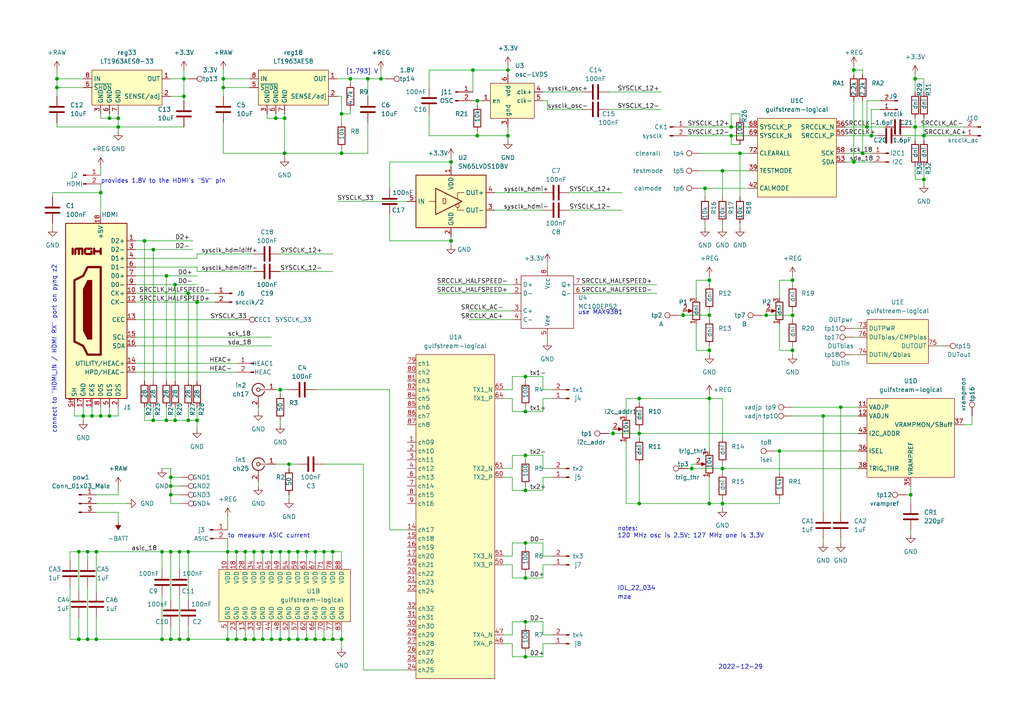
<source format=kicad_sch>
(kicad_sch (version 20211123) (generator eeschema)

  (uuid 71fb8323-3c1f-4c67-8f1e-ef7e9d9c7d37)

  (paper "A4")

  (lib_symbols
    (symbol "+RAW_1" (power) (pin_names (offset 0)) (in_bom yes) (on_board yes)
      (property "Reference" "#PWR?" (id 0) (at 0 -3.81 0)
        (effects (font (size 1.27 1.27)) hide)
      )
      (property "Value" "+RAW_1" (id 1) (at 0 5.08 0)
        (effects (font (size 1.27 1.27)))
      )
      (property "Footprint" "" (id 2) (at 0 0 0)
        (effects (font (size 1.27 1.27)) hide)
      )
      (property "Datasheet" "" (id 3) (at 0 0 0)
        (effects (font (size 1.27 1.27)) hide)
      )
      (property "ki_keywords" "power-flag battery" (id 4) (at 0 0 0)
        (effects (font (size 1.27 1.27)) hide)
      )
      (property "ki_description" "Power symbol creates a global label with name \"+BATT\"" (id 5) (at 0 0 0)
        (effects (font (size 1.27 1.27)) hide)
      )
      (symbol "+RAW_1_0_1"
        (polyline
          (pts
            (xy -0.762 1.27)
            (xy 0 2.54)
          )
          (stroke (width 0) (type default) (color 0 0 0 0))
          (fill (type none))
        )
        (polyline
          (pts
            (xy 0 0)
            (xy 0 2.54)
          )
          (stroke (width 0) (type default) (color 0 0 0 0))
          (fill (type none))
        )
        (polyline
          (pts
            (xy 0 2.54)
            (xy 0.762 1.27)
          )
          (stroke (width 0) (type default) (color 0 0 0 0))
          (fill (type none))
        )
      )
      (symbol "+RAW_1_1_1"
        (pin power_in line (at 0 0 90) (length 0) hide
          (name "+REG" (effects (font (size 1.27 1.27))))
          (number "1" (effects (font (size 1.27 1.27))))
        )
      )
    )
    (symbol "Connector:Conn_01x02_Male" (pin_names (offset 1.016) hide) (in_bom yes) (on_board yes)
      (property "Reference" "J" (id 0) (at 0 2.54 0)
        (effects (font (size 1.27 1.27)))
      )
      (property "Value" "Conn_01x02_Male" (id 1) (at 0 -5.08 0)
        (effects (font (size 1.27 1.27)))
      )
      (property "Footprint" "" (id 2) (at 0 0 0)
        (effects (font (size 1.27 1.27)) hide)
      )
      (property "Datasheet" "~" (id 3) (at 0 0 0)
        (effects (font (size 1.27 1.27)) hide)
      )
      (property "ki_keywords" "connector" (id 4) (at 0 0 0)
        (effects (font (size 1.27 1.27)) hide)
      )
      (property "ki_description" "Generic connector, single row, 01x02, script generated (kicad-library-utils/schlib/autogen/connector/)" (id 5) (at 0 0 0)
        (effects (font (size 1.27 1.27)) hide)
      )
      (property "ki_fp_filters" "Connector*:*_1x??_*" (id 6) (at 0 0 0)
        (effects (font (size 1.27 1.27)) hide)
      )
      (symbol "Conn_01x02_Male_1_1"
        (polyline
          (pts
            (xy 1.27 -2.54)
            (xy 0.8636 -2.54)
          )
          (stroke (width 0.1524) (type default) (color 0 0 0 0))
          (fill (type none))
        )
        (polyline
          (pts
            (xy 1.27 0)
            (xy 0.8636 0)
          )
          (stroke (width 0.1524) (type default) (color 0 0 0 0))
          (fill (type none))
        )
        (rectangle (start 0.8636 -2.413) (end 0 -2.667)
          (stroke (width 0.1524) (type default) (color 0 0 0 0))
          (fill (type outline))
        )
        (rectangle (start 0.8636 0.127) (end 0 -0.127)
          (stroke (width 0.1524) (type default) (color 0 0 0 0))
          (fill (type outline))
        )
        (pin passive line (at 5.08 0 180) (length 3.81)
          (name "Pin_1" (effects (font (size 1.27 1.27))))
          (number "1" (effects (font (size 1.27 1.27))))
        )
        (pin passive line (at 5.08 -2.54 180) (length 3.81)
          (name "Pin_2" (effects (font (size 1.27 1.27))))
          (number "2" (effects (font (size 1.27 1.27))))
        )
      )
    )
    (symbol "Connector:Conn_01x03_Male" (pin_names (offset 1.016) hide) (in_bom yes) (on_board yes)
      (property "Reference" "J" (id 0) (at 0 5.08 0)
        (effects (font (size 1.27 1.27)))
      )
      (property "Value" "Conn_01x03_Male" (id 1) (at 0 -5.08 0)
        (effects (font (size 1.27 1.27)))
      )
      (property "Footprint" "" (id 2) (at 0 0 0)
        (effects (font (size 1.27 1.27)) hide)
      )
      (property "Datasheet" "~" (id 3) (at 0 0 0)
        (effects (font (size 1.27 1.27)) hide)
      )
      (property "ki_keywords" "connector" (id 4) (at 0 0 0)
        (effects (font (size 1.27 1.27)) hide)
      )
      (property "ki_description" "Generic connector, single row, 01x03, script generated (kicad-library-utils/schlib/autogen/connector/)" (id 5) (at 0 0 0)
        (effects (font (size 1.27 1.27)) hide)
      )
      (property "ki_fp_filters" "Connector*:*_1x??_*" (id 6) (at 0 0 0)
        (effects (font (size 1.27 1.27)) hide)
      )
      (symbol "Conn_01x03_Male_1_1"
        (polyline
          (pts
            (xy 1.27 -2.54)
            (xy 0.8636 -2.54)
          )
          (stroke (width 0.1524) (type default) (color 0 0 0 0))
          (fill (type none))
        )
        (polyline
          (pts
            (xy 1.27 0)
            (xy 0.8636 0)
          )
          (stroke (width 0.1524) (type default) (color 0 0 0 0))
          (fill (type none))
        )
        (polyline
          (pts
            (xy 1.27 2.54)
            (xy 0.8636 2.54)
          )
          (stroke (width 0.1524) (type default) (color 0 0 0 0))
          (fill (type none))
        )
        (rectangle (start 0.8636 -2.413) (end 0 -2.667)
          (stroke (width 0.1524) (type default) (color 0 0 0 0))
          (fill (type outline))
        )
        (rectangle (start 0.8636 0.127) (end 0 -0.127)
          (stroke (width 0.1524) (type default) (color 0 0 0 0))
          (fill (type outline))
        )
        (rectangle (start 0.8636 2.667) (end 0 2.413)
          (stroke (width 0.1524) (type default) (color 0 0 0 0))
          (fill (type outline))
        )
        (pin passive line (at 5.08 2.54 180) (length 3.81)
          (name "Pin_1" (effects (font (size 1.27 1.27))))
          (number "1" (effects (font (size 1.27 1.27))))
        )
        (pin passive line (at 5.08 0 180) (length 3.81)
          (name "Pin_2" (effects (font (size 1.27 1.27))))
          (number "2" (effects (font (size 1.27 1.27))))
        )
        (pin passive line (at 5.08 -2.54 180) (length 3.81)
          (name "Pin_3" (effects (font (size 1.27 1.27))))
          (number "3" (effects (font (size 1.27 1.27))))
        )
      )
    )
    (symbol "Connector:Conn_Coaxial" (pin_names (offset 1.016) hide) (in_bom yes) (on_board yes)
      (property "Reference" "J" (id 0) (at 0.254 3.048 0)
        (effects (font (size 1.27 1.27)))
      )
      (property "Value" "Conn_Coaxial" (id 1) (at 2.921 0 90)
        (effects (font (size 1.27 1.27)))
      )
      (property "Footprint" "" (id 2) (at 0 0 0)
        (effects (font (size 1.27 1.27)) hide)
      )
      (property "Datasheet" " ~" (id 3) (at 0 0 0)
        (effects (font (size 1.27 1.27)) hide)
      )
      (property "ki_keywords" "BNC SMA SMB SMC LEMO coaxial connector CINCH RCA" (id 4) (at 0 0 0)
        (effects (font (size 1.27 1.27)) hide)
      )
      (property "ki_description" "coaxial connector (BNC, SMA, SMB, SMC, Cinch/RCA, LEMO, ...)" (id 5) (at 0 0 0)
        (effects (font (size 1.27 1.27)) hide)
      )
      (property "ki_fp_filters" "*BNC* *SMA* *SMB* *SMC* *Cinch* *LEMO*" (id 6) (at 0 0 0)
        (effects (font (size 1.27 1.27)) hide)
      )
      (symbol "Conn_Coaxial_0_1"
        (arc (start -1.778 -0.508) (mid 0.2311 -1.8066) (end 1.778 0)
          (stroke (width 0.254) (type default) (color 0 0 0 0))
          (fill (type none))
        )
        (polyline
          (pts
            (xy -2.54 0)
            (xy -0.508 0)
          )
          (stroke (width 0) (type default) (color 0 0 0 0))
          (fill (type none))
        )
        (polyline
          (pts
            (xy 0 -2.54)
            (xy 0 -1.778)
          )
          (stroke (width 0) (type default) (color 0 0 0 0))
          (fill (type none))
        )
        (circle (center 0 0) (radius 0.508)
          (stroke (width 0.2032) (type default) (color 0 0 0 0))
          (fill (type none))
        )
        (arc (start 1.778 0) (mid 0.2099 1.8101) (end -1.778 0.508)
          (stroke (width 0.254) (type default) (color 0 0 0 0))
          (fill (type none))
        )
      )
      (symbol "Conn_Coaxial_1_1"
        (pin passive line (at -5.08 0 0) (length 2.54)
          (name "In" (effects (font (size 1.27 1.27))))
          (number "1" (effects (font (size 1.27 1.27))))
        )
        (pin passive line (at 0 -5.08 90) (length 2.54)
          (name "Ext" (effects (font (size 1.27 1.27))))
          (number "2" (effects (font (size 1.27 1.27))))
        )
      )
    )
    (symbol "Connector:HDMI_A_1.4" (in_bom yes) (on_board yes)
      (property "Reference" "J" (id 0) (at -6.35 26.67 0)
        (effects (font (size 1.27 1.27)))
      )
      (property "Value" "HDMI_A_1.4" (id 1) (at 10.16 26.67 0)
        (effects (font (size 1.27 1.27)))
      )
      (property "Footprint" "" (id 2) (at 0.635 0 0)
        (effects (font (size 1.27 1.27)) hide)
      )
      (property "Datasheet" "https://en.wikipedia.org/wiki/HDMI" (id 3) (at 0.635 0 0)
        (effects (font (size 1.27 1.27)) hide)
      )
      (property "ki_keywords" "hdmi conn" (id 4) (at 0 0 0)
        (effects (font (size 1.27 1.27)) hide)
      )
      (property "ki_description" "HDMI 1.4+ type A connector" (id 5) (at 0 0 0)
        (effects (font (size 1.27 1.27)) hide)
      )
      (property "ki_fp_filters" "HDMI*A*" (id 6) (at 0 0 0)
        (effects (font (size 1.27 1.27)) hide)
      )
      (symbol "HDMI_A_1.4_0_0"
        (polyline
          (pts
            (xy 8.128 16.51)
            (xy 8.128 18.034)
          )
          (stroke (width 0.635) (type default) (color 0 0 0 0))
          (fill (type none))
        )
        (polyline
          (pts
            (xy 0 16.51)
            (xy 0 18.034)
            (xy 0 17.272)
            (xy 1.905 17.272)
            (xy 1.905 18.034)
            (xy 1.905 16.51)
          )
          (stroke (width 0.635) (type default) (color 0 0 0 0))
          (fill (type none))
        )
        (polyline
          (pts
            (xy 2.667 18.034)
            (xy 4.318 18.034)
            (xy 4.572 17.78)
            (xy 4.572 16.764)
            (xy 4.318 16.51)
            (xy 2.667 16.51)
            (xy 2.667 17.272)
          )
          (stroke (width 0.635) (type default) (color 0 0 0 0))
          (fill (type none))
        )
      )
      (symbol "HDMI_A_1.4_0_1"
        (rectangle (start -7.62 25.4) (end 10.16 -25.4)
          (stroke (width 0.254) (type default) (color 0 0 0 0))
          (fill (type background))
        )
        (polyline
          (pts
            (xy 2.54 8.89)
            (xy 3.81 8.89)
            (xy 5.08 6.35)
            (xy 5.08 -5.715)
            (xy 3.81 -8.255)
            (xy 2.54 -8.255)
            (xy 2.54 8.89)
          )
          (stroke (width 0) (type default) (color 0 0 0 0))
          (fill (type outline))
        )
        (polyline
          (pts
            (xy 5.334 16.51)
            (xy 5.334 18.034)
            (xy 6.35 18.034)
            (xy 6.35 16.51)
            (xy 6.35 18.034)
            (xy 7.112 18.034)
            (xy 7.366 17.78)
            (xy 7.366 16.51)
          )
          (stroke (width 0.635) (type default) (color 0 0 0 0))
          (fill (type none))
        )
        (polyline
          (pts
            (xy 0 12.7)
            (xy 0 -12.7)
            (xy 3.81 -12.7)
            (xy 5.08 -10.16)
            (xy 7.62 -8.89)
            (xy 7.62 8.89)
            (xy 5.08 10.16)
            (xy 3.81 12.7)
            (xy 0 12.7)
          )
          (stroke (width 0.635) (type default) (color 0 0 0 0))
          (fill (type none))
        )
      )
      (symbol "HDMI_A_1.4_1_1"
        (pin passive line (at -10.16 20.32 0) (length 2.54)
          (name "D2+" (effects (font (size 1.27 1.27))))
          (number "1" (effects (font (size 1.27 1.27))))
        )
        (pin passive line (at -10.16 5.08 0) (length 2.54)
          (name "CK+" (effects (font (size 1.27 1.27))))
          (number "10" (effects (font (size 1.27 1.27))))
        )
        (pin power_in line (at 2.54 -27.94 90) (length 2.54)
          (name "CKS" (effects (font (size 1.27 1.27))))
          (number "11" (effects (font (size 1.27 1.27))))
        )
        (pin passive line (at -10.16 2.54 0) (length 2.54)
          (name "CK-" (effects (font (size 1.27 1.27))))
          (number "12" (effects (font (size 1.27 1.27))))
        )
        (pin bidirectional line (at -10.16 -2.54 0) (length 2.54)
          (name "CEC" (effects (font (size 1.27 1.27))))
          (number "13" (effects (font (size 1.27 1.27))))
        )
        (pin passive line (at -10.16 -15.24 0) (length 2.54)
          (name "UTILITY/HEAC+" (effects (font (size 1.27 1.27))))
          (number "14" (effects (font (size 1.27 1.27))))
        )
        (pin passive line (at -10.16 -7.62 0) (length 2.54)
          (name "SCL" (effects (font (size 1.27 1.27))))
          (number "15" (effects (font (size 1.27 1.27))))
        )
        (pin bidirectional line (at -10.16 -10.16 0) (length 2.54)
          (name "SDA" (effects (font (size 1.27 1.27))))
          (number "16" (effects (font (size 1.27 1.27))))
        )
        (pin power_in line (at 5.08 -27.94 90) (length 2.54)
          (name "GND" (effects (font (size 1.27 1.27))))
          (number "17" (effects (font (size 1.27 1.27))))
        )
        (pin power_in line (at 0 27.94 270) (length 2.54)
          (name "+5V" (effects (font (size 1.27 1.27))))
          (number "18" (effects (font (size 1.27 1.27))))
        )
        (pin passive line (at -10.16 -17.78 0) (length 2.54)
          (name "HPD/HEAC-" (effects (font (size 1.27 1.27))))
          (number "19" (effects (font (size 1.27 1.27))))
        )
        (pin power_in line (at -5.08 -27.94 90) (length 2.54)
          (name "D2S" (effects (font (size 1.27 1.27))))
          (number "2" (effects (font (size 1.27 1.27))))
        )
        (pin passive line (at -10.16 17.78 0) (length 2.54)
          (name "D2-" (effects (font (size 1.27 1.27))))
          (number "3" (effects (font (size 1.27 1.27))))
        )
        (pin passive line (at -10.16 15.24 0) (length 2.54)
          (name "D1+" (effects (font (size 1.27 1.27))))
          (number "4" (effects (font (size 1.27 1.27))))
        )
        (pin power_in line (at -2.54 -27.94 90) (length 2.54)
          (name "D1S" (effects (font (size 1.27 1.27))))
          (number "5" (effects (font (size 1.27 1.27))))
        )
        (pin passive line (at -10.16 12.7 0) (length 2.54)
          (name "D1-" (effects (font (size 1.27 1.27))))
          (number "6" (effects (font (size 1.27 1.27))))
        )
        (pin passive line (at -10.16 10.16 0) (length 2.54)
          (name "D0+" (effects (font (size 1.27 1.27))))
          (number "7" (effects (font (size 1.27 1.27))))
        )
        (pin power_in line (at 0 -27.94 90) (length 2.54)
          (name "D0S" (effects (font (size 1.27 1.27))))
          (number "8" (effects (font (size 1.27 1.27))))
        )
        (pin passive line (at -10.16 7.62 0) (length 2.54)
          (name "D0-" (effects (font (size 1.27 1.27))))
          (number "9" (effects (font (size 1.27 1.27))))
        )
        (pin passive line (at 7.62 -27.94 90) (length 2.54)
          (name "SH" (effects (font (size 1.27 1.27))))
          (number "SH" (effects (font (size 1.27 1.27))))
        )
      )
    )
    (symbol "Connector:TestPoint" (pin_numbers hide) (pin_names (offset 0.762) hide) (in_bom yes) (on_board yes)
      (property "Reference" "TP" (id 0) (at 0 6.858 0)
        (effects (font (size 1.27 1.27)))
      )
      (property "Value" "TestPoint" (id 1) (at 0 5.08 0)
        (effects (font (size 1.27 1.27)))
      )
      (property "Footprint" "" (id 2) (at 5.08 0 0)
        (effects (font (size 1.27 1.27)) hide)
      )
      (property "Datasheet" "~" (id 3) (at 5.08 0 0)
        (effects (font (size 1.27 1.27)) hide)
      )
      (property "ki_keywords" "test point tp" (id 4) (at 0 0 0)
        (effects (font (size 1.27 1.27)) hide)
      )
      (property "ki_description" "test point" (id 5) (at 0 0 0)
        (effects (font (size 1.27 1.27)) hide)
      )
      (property "ki_fp_filters" "Pin* Test*" (id 6) (at 0 0 0)
        (effects (font (size 1.27 1.27)) hide)
      )
      (symbol "TestPoint_0_1"
        (circle (center 0 3.302) (radius 0.762)
          (stroke (width 0) (type default) (color 0 0 0 0))
          (fill (type none))
        )
      )
      (symbol "TestPoint_1_1"
        (pin passive line (at 0 0 90) (length 2.54)
          (name "1" (effects (font (size 1.27 1.27))))
          (number "1" (effects (font (size 1.27 1.27))))
        )
      )
    )
    (symbol "Device:C" (pin_numbers hide) (pin_names (offset 0.254)) (in_bom yes) (on_board yes)
      (property "Reference" "C" (id 0) (at 0.635 2.54 0)
        (effects (font (size 1.27 1.27)) (justify left))
      )
      (property "Value" "C" (id 1) (at 0.635 -2.54 0)
        (effects (font (size 1.27 1.27)) (justify left))
      )
      (property "Footprint" "" (id 2) (at 0.9652 -3.81 0)
        (effects (font (size 1.27 1.27)) hide)
      )
      (property "Datasheet" "~" (id 3) (at 0 0 0)
        (effects (font (size 1.27 1.27)) hide)
      )
      (property "ki_keywords" "cap capacitor" (id 4) (at 0 0 0)
        (effects (font (size 1.27 1.27)) hide)
      )
      (property "ki_description" "Unpolarized capacitor" (id 5) (at 0 0 0)
        (effects (font (size 1.27 1.27)) hide)
      )
      (property "ki_fp_filters" "C_*" (id 6) (at 0 0 0)
        (effects (font (size 1.27 1.27)) hide)
      )
      (symbol "C_0_1"
        (polyline
          (pts
            (xy -2.032 -0.762)
            (xy 2.032 -0.762)
          )
          (stroke (width 0.508) (type default) (color 0 0 0 0))
          (fill (type none))
        )
        (polyline
          (pts
            (xy -2.032 0.762)
            (xy 2.032 0.762)
          )
          (stroke (width 0.508) (type default) (color 0 0 0 0))
          (fill (type none))
        )
      )
      (symbol "C_1_1"
        (pin passive line (at 0 3.81 270) (length 2.794)
          (name "~" (effects (font (size 1.27 1.27))))
          (number "1" (effects (font (size 1.27 1.27))))
        )
        (pin passive line (at 0 -3.81 90) (length 2.794)
          (name "~" (effects (font (size 1.27 1.27))))
          (number "2" (effects (font (size 1.27 1.27))))
        )
      )
    )
    (symbol "Device:R" (pin_numbers hide) (pin_names (offset 0)) (in_bom yes) (on_board yes)
      (property "Reference" "R" (id 0) (at 2.032 0 90)
        (effects (font (size 1.27 1.27)))
      )
      (property "Value" "R" (id 1) (at 0 0 90)
        (effects (font (size 1.27 1.27)))
      )
      (property "Footprint" "" (id 2) (at -1.778 0 90)
        (effects (font (size 1.27 1.27)) hide)
      )
      (property "Datasheet" "~" (id 3) (at 0 0 0)
        (effects (font (size 1.27 1.27)) hide)
      )
      (property "ki_keywords" "R res resistor" (id 4) (at 0 0 0)
        (effects (font (size 1.27 1.27)) hide)
      )
      (property "ki_description" "Resistor" (id 5) (at 0 0 0)
        (effects (font (size 1.27 1.27)) hide)
      )
      (property "ki_fp_filters" "R_*" (id 6) (at 0 0 0)
        (effects (font (size 1.27 1.27)) hide)
      )
      (symbol "R_0_1"
        (rectangle (start -1.016 -2.54) (end 1.016 2.54)
          (stroke (width 0.254) (type default) (color 0 0 0 0))
          (fill (type none))
        )
      )
      (symbol "R_1_1"
        (pin passive line (at 0 3.81 270) (length 1.27)
          (name "~" (effects (font (size 1.27 1.27))))
          (number "1" (effects (font (size 1.27 1.27))))
        )
        (pin passive line (at 0 -3.81 90) (length 1.27)
          (name "~" (effects (font (size 1.27 1.27))))
          (number "2" (effects (font (size 1.27 1.27))))
        )
      )
    )
    (symbol "Device:R_Potentiometer" (pin_names (offset 1.016) hide) (in_bom yes) (on_board yes)
      (property "Reference" "RV" (id 0) (at -4.445 0 90)
        (effects (font (size 1.27 1.27)))
      )
      (property "Value" "R_Potentiometer" (id 1) (at -2.54 0 90)
        (effects (font (size 1.27 1.27)))
      )
      (property "Footprint" "" (id 2) (at 0 0 0)
        (effects (font (size 1.27 1.27)) hide)
      )
      (property "Datasheet" "~" (id 3) (at 0 0 0)
        (effects (font (size 1.27 1.27)) hide)
      )
      (property "ki_keywords" "resistor variable" (id 4) (at 0 0 0)
        (effects (font (size 1.27 1.27)) hide)
      )
      (property "ki_description" "Potentiometer" (id 5) (at 0 0 0)
        (effects (font (size 1.27 1.27)) hide)
      )
      (property "ki_fp_filters" "Potentiometer*" (id 6) (at 0 0 0)
        (effects (font (size 1.27 1.27)) hide)
      )
      (symbol "R_Potentiometer_0_1"
        (polyline
          (pts
            (xy 2.54 0)
            (xy 1.524 0)
          )
          (stroke (width 0) (type default) (color 0 0 0 0))
          (fill (type none))
        )
        (polyline
          (pts
            (xy 1.143 0)
            (xy 2.286 0.508)
            (xy 2.286 -0.508)
            (xy 1.143 0)
          )
          (stroke (width 0) (type default) (color 0 0 0 0))
          (fill (type outline))
        )
        (rectangle (start 1.016 2.54) (end -1.016 -2.54)
          (stroke (width 0.254) (type default) (color 0 0 0 0))
          (fill (type none))
        )
      )
      (symbol "R_Potentiometer_1_1"
        (pin passive line (at 0 3.81 270) (length 1.27)
          (name "1" (effects (font (size 1.27 1.27))))
          (number "1" (effects (font (size 1.27 1.27))))
        )
        (pin passive line (at 3.81 0 180) (length 1.27)
          (name "2" (effects (font (size 1.27 1.27))))
          (number "2" (effects (font (size 1.27 1.27))))
        )
        (pin passive line (at 0 -3.81 90) (length 1.27)
          (name "3" (effects (font (size 1.27 1.27))))
          (number "3" (effects (font (size 1.27 1.27))))
        )
      )
    )
    (symbol "Interface:SN65LVDS1DBV" (in_bom yes) (on_board yes)
      (property "Reference" "U" (id 0) (at -8.89 8.89 0)
        (effects (font (size 1.27 1.27)))
      )
      (property "Value" "SN65LVDS1DBV" (id 1) (at 1.27 8.89 0)
        (effects (font (size 1.27 1.27)) (justify left))
      )
      (property "Footprint" "Package_TO_SOT_SMD:SOT-23-5" (id 2) (at 0 -11.43 0)
        (effects (font (size 1.27 1.27)) hide)
      )
      (property "Datasheet" "http://www.ti.com/lit/ds/symlink/sn65lvds1.pdf" (id 3) (at 0 2.54 0)
        (effects (font (size 1.27 1.27)) hide)
      )
      (property "ki_keywords" "LVDS Driver" (id 4) (at 0 0 0)
        (effects (font (size 1.27 1.27)) hide)
      )
      (property "ki_description" "High-Speed Differential Line Driver, 630Mbps, SOT-23-5" (id 5) (at 0 0 0)
        (effects (font (size 1.27 1.27)) hide)
      )
      (property "ki_fp_filters" "SOT?23*" (id 6) (at 0 0 0)
        (effects (font (size 1.27 1.27)) hide)
      )
      (symbol "SN65LVDS1DBV_1_0"
        (rectangle (start -10.16 7.62) (end 10.16 -7.62)
          (stroke (width 0.254) (type default) (color 0 0 0 0))
          (fill (type background))
        )
        (polyline
          (pts
            (xy 1.905 -1.778)
            (xy 1.905 -2.54)
          )
          (stroke (width 0) (type default) (color 0 0 0 0))
          (fill (type none))
        )
        (polyline
          (pts
            (xy 1.905 0.635)
            (xy 1.905 2.54)
          )
          (stroke (width 0) (type default) (color 0 0 0 0))
          (fill (type none))
        )
        (circle (center 1.905 -1.27) (radius 0.508)
          (stroke (width 0) (type default) (color 0 0 0 0))
          (fill (type none))
        )
        (text "D" (at -1.905 0 0)
          (effects (font (size 1.524 1.524)))
        )
      )
      (symbol "SN65LVDS1DBV_1_1"
        (polyline
          (pts
            (xy -6.35 0)
            (xy -4.445 0)
          )
          (stroke (width 0) (type default) (color 0 0 0 0))
          (fill (type none))
        )
        (polyline
          (pts
            (xy 1.905 -2.54)
            (xy 3.81 -2.54)
          )
          (stroke (width 0) (type default) (color 0 0 0 0))
          (fill (type none))
        )
        (polyline
          (pts
            (xy 3.81 2.54)
            (xy 1.905 2.54)
          )
          (stroke (width 0) (type default) (color 0 0 0 0))
          (fill (type none))
        )
        (polyline
          (pts
            (xy -4.445 -3.81)
            (xy -4.445 3.81)
            (xy 3.175 0)
            (xy -4.445 -3.81)
          )
          (stroke (width 0.254) (type default) (color 0 0 0 0))
          (fill (type none))
        )
        (pin power_in line (at 0 10.16 270) (length 2.54)
          (name "VDD" (effects (font (size 1.27 1.27))))
          (number "1" (effects (font (size 1.27 1.27))))
        )
        (pin power_in line (at 0 -10.16 90) (length 2.54)
          (name "GND" (effects (font (size 1.27 1.27))))
          (number "2" (effects (font (size 1.27 1.27))))
        )
        (pin output line (at 12.7 -2.54 180) (length 2.54)
          (name "OUT-" (effects (font (size 1.27 1.27))))
          (number "3" (effects (font (size 1.27 1.27))))
        )
        (pin output line (at 12.7 2.54 180) (length 2.54)
          (name "OUT+" (effects (font (size 1.27 1.27))))
          (number "4" (effects (font (size 1.27 1.27))))
        )
        (pin input line (at -12.7 0 0) (length 2.54)
          (name "IN" (effects (font (size 1.27 1.27))))
          (number "5" (effects (font (size 1.27 1.27))))
        )
      )
    )
    (symbol "gulfstream-logical_1" (in_bom yes) (on_board yes)
      (property "Reference" "U1" (id 0) (at -1.27 2.54 0)
        (effects (font (size 1.27 1.27)))
      )
      (property "Value" "gulfstream-logical_1" (id 1) (at -1.27 0 0)
        (effects (font (size 1.27 1.27)))
      )
      (property "Footprint" "" (id 2) (at 2.54 -30.48 0)
        (effects (font (size 1.27 1.27)) hide)
      )
      (property "Datasheet" "" (id 3) (at 2.54 -30.48 0)
        (effects (font (size 1.27 1.27)) hide)
      )
      (property "ki_locked" "" (id 4) (at 0 0 0)
        (effects (font (size 1.27 1.27)))
      )
      (symbol "gulfstream-logical_1_1_0"
        (pin unspecified line (at -15.24 20.32 0) (length 2.54)
          (name "ch09" (effects (font (size 1.27 1.27))))
          (number "1" (effects (font (size 1.27 1.27))))
        )
        (pin unspecified line (at -15.24 -5.08 0) (length 2.54)
          (name "ch17" (effects (font (size 1.27 1.27))))
          (number "14" (effects (font (size 1.27 1.27))))
        )
        (pin unspecified line (at -15.24 -7.62 0) (length 2.54)
          (name "ch18" (effects (font (size 1.27 1.27))))
          (number "15" (effects (font (size 1.27 1.27))))
        )
        (pin unspecified line (at -15.24 -10.16 0) (length 2.54)
          (name "ch19" (effects (font (size 1.27 1.27))))
          (number "16" (effects (font (size 1.27 1.27))))
        )
        (pin unspecified line (at -15.24 -12.7 0) (length 2.54)
          (name "ch20" (effects (font (size 1.27 1.27))))
          (number "17" (effects (font (size 1.27 1.27))))
        )
        (pin unspecified line (at -15.24 -15.24 0) (length 2.54)
          (name "ch21" (effects (font (size 1.27 1.27))))
          (number "19" (effects (font (size 1.27 1.27))))
        )
        (pin unspecified line (at -15.24 17.78 0) (length 2.54)
          (name "ch10" (effects (font (size 1.27 1.27))))
          (number "2" (effects (font (size 1.27 1.27))))
        )
        (pin unspecified line (at -15.24 -17.78 0) (length 2.54)
          (name "ch22" (effects (font (size 1.27 1.27))))
          (number "20" (effects (font (size 1.27 1.27))))
        )
        (pin unspecified line (at -15.24 -20.32 0) (length 2.54)
          (name "ch23" (effects (font (size 1.27 1.27))))
          (number "21" (effects (font (size 1.27 1.27))))
        )
        (pin unspecified line (at -15.24 -22.86 0) (length 2.54)
          (name "ch24" (effects (font (size 1.27 1.27))))
          (number "22" (effects (font (size 1.27 1.27))))
        )
        (pin unspecified line (at -15.24 -45.72 0) (length 2.54)
          (name "ch25" (effects (font (size 1.27 1.27))))
          (number "24" (effects (font (size 1.27 1.27))))
        )
        (pin unspecified line (at -15.24 -43.18 0) (length 2.54)
          (name "ch26" (effects (font (size 1.27 1.27))))
          (number "25" (effects (font (size 1.27 1.27))))
        )
        (pin unspecified line (at -15.24 -40.64 0) (length 2.54)
          (name "ch27" (effects (font (size 1.27 1.27))))
          (number "26" (effects (font (size 1.27 1.27))))
        )
        (pin unspecified line (at -15.24 -38.1 0) (length 2.54)
          (name "ch28" (effects (font (size 1.27 1.27))))
          (number "27" (effects (font (size 1.27 1.27))))
        )
        (pin unspecified line (at -15.24 -35.56 0) (length 2.54)
          (name "ch29" (effects (font (size 1.27 1.27))))
          (number "29" (effects (font (size 1.27 1.27))))
        )
        (pin unspecified line (at -15.24 15.24 0) (length 2.54)
          (name "ch11" (effects (font (size 1.27 1.27))))
          (number "3" (effects (font (size 1.27 1.27))))
        )
        (pin unspecified line (at -15.24 -33.02 0) (length 2.54)
          (name "ch30" (effects (font (size 1.27 1.27))))
          (number "30" (effects (font (size 1.27 1.27))))
        )
        (pin unspecified line (at -15.24 -30.48 0) (length 2.54)
          (name "ch31" (effects (font (size 1.27 1.27))))
          (number "31" (effects (font (size 1.27 1.27))))
        )
        (pin unspecified line (at -15.24 -27.94 0) (length 2.54)
          (name "ch32" (effects (font (size 1.27 1.27))))
          (number "32" (effects (font (size 1.27 1.27))))
        )
        (pin unspecified line (at -15.24 12.7 0) (length 2.54)
          (name "ch12" (effects (font (size 1.27 1.27))))
          (number "4" (effects (font (size 1.27 1.27))))
        )
        (pin unspecified line (at 12.7 -38.1 180) (length 2.54)
          (name "TX4_P" (effects (font (size 1.27 1.27))))
          (number "46" (effects (font (size 1.27 1.27))))
        )
        (pin unspecified line (at 12.7 -35.56 180) (length 2.54)
          (name "TX4_N" (effects (font (size 1.27 1.27))))
          (number "47" (effects (font (size 1.27 1.27))))
        )
        (pin unspecified line (at 12.7 -15.24 180) (length 2.54)
          (name "TX3_P" (effects (font (size 1.27 1.27))))
          (number "50" (effects (font (size 1.27 1.27))))
        )
        (pin unspecified line (at 12.7 -12.7 180) (length 2.54)
          (name "TX3_N" (effects (font (size 1.27 1.27))))
          (number "51" (effects (font (size 1.27 1.27))))
        )
        (pin unspecified line (at -15.24 10.16 0) (length 2.54)
          (name "ch13" (effects (font (size 1.27 1.27))))
          (number "6" (effects (font (size 1.27 1.27))))
        )
        (pin unspecified line (at 12.7 10.16 180) (length 2.54)
          (name "TX2_P" (effects (font (size 1.27 1.27))))
          (number "60" (effects (font (size 1.27 1.27))))
        )
        (pin unspecified line (at 12.7 12.7 180) (length 2.54)
          (name "TX2_N" (effects (font (size 1.27 1.27))))
          (number "61" (effects (font (size 1.27 1.27))))
        )
        (pin unspecified line (at 12.7 33.02 180) (length 2.54)
          (name "TX1_P" (effects (font (size 1.27 1.27))))
          (number "64" (effects (font (size 1.27 1.27))))
        )
        (pin unspecified line (at 12.7 35.56 180) (length 2.54)
          (name "TX1_N" (effects (font (size 1.27 1.27))))
          (number "65" (effects (font (size 1.27 1.27))))
        )
        (pin unspecified line (at -15.24 7.62 0) (length 2.54)
          (name "ch14" (effects (font (size 1.27 1.27))))
          (number "7" (effects (font (size 1.27 1.27))))
        )
        (pin unspecified line (at -15.24 43.18 0) (length 2.54)
          (name "ch1" (effects (font (size 1.27 1.27))))
          (number "79" (effects (font (size 1.27 1.27))))
        )
        (pin unspecified line (at -15.24 5.08 0) (length 2.54)
          (name "ch15" (effects (font (size 1.27 1.27))))
          (number "8" (effects (font (size 1.27 1.27))))
        )
        (pin unspecified line (at -15.24 40.64 0) (length 2.54)
          (name "ch2" (effects (font (size 1.27 1.27))))
          (number "80" (effects (font (size 1.27 1.27))))
        )
        (pin unspecified line (at -15.24 38.1 0) (length 2.54)
          (name "ch3" (effects (font (size 1.27 1.27))))
          (number "81" (effects (font (size 1.27 1.27))))
        )
        (pin unspecified line (at -15.24 35.56 0) (length 2.54)
          (name "ch4" (effects (font (size 1.27 1.27))))
          (number "82" (effects (font (size 1.27 1.27))))
        )
        (pin unspecified line (at -15.24 33.02 0) (length 2.54)
          (name "ch5" (effects (font (size 1.27 1.27))))
          (number "84" (effects (font (size 1.27 1.27))))
        )
        (pin unspecified line (at -15.24 30.48 0) (length 2.54)
          (name "ch6" (effects (font (size 1.27 1.27))))
          (number "85" (effects (font (size 1.27 1.27))))
        )
        (pin unspecified line (at -15.24 27.94 0) (length 2.54)
          (name "ch7" (effects (font (size 1.27 1.27))))
          (number "86" (effects (font (size 1.27 1.27))))
        )
        (pin unspecified line (at -15.24 25.4 0) (length 2.54)
          (name "ch8" (effects (font (size 1.27 1.27))))
          (number "87" (effects (font (size 1.27 1.27))))
        )
        (pin unspecified line (at -15.24 2.54 0) (length 2.54)
          (name "ch16" (effects (font (size 1.27 1.27))))
          (number "9" (effects (font (size 1.27 1.27))))
        )
      )
      (symbol "gulfstream-logical_1_1_1"
        (rectangle (start -12.7 -48.26) (end 10.16 45.72)
          (stroke (width 0) (type default) (color 0 0 0 0))
          (fill (type background))
        )
      )
      (symbol "gulfstream-logical_1_2_0"
        (pin unspecified line (at -17.78 10.16 270) (length 2.54)
          (name "VDD" (effects (font (size 1.27 1.27))))
          (number "10" (effects (font (size 1.27 1.27))))
        )
        (pin unspecified line (at -12.7 -10.16 90) (length 2.54)
          (name "GND" (effects (font (size 1.27 1.27))))
          (number "13" (effects (font (size 1.27 1.27))))
        )
        (pin unspecified line (at -15.24 10.16 270) (length 2.54)
          (name "VDD" (effects (font (size 1.27 1.27))))
          (number "18" (effects (font (size 1.27 1.27))))
        )
        (pin unspecified line (at -15.24 -10.16 90) (length 2.54)
          (name "GND" (effects (font (size 1.27 1.27))))
          (number "23" (effects (font (size 1.27 1.27))))
        )
        (pin unspecified line (at -12.7 10.16 270) (length 2.54)
          (name "VDD" (effects (font (size 1.27 1.27))))
          (number "28" (effects (font (size 1.27 1.27))))
        )
        (pin unspecified line (at -10.16 -10.16 90) (length 2.54)
          (name "GND" (effects (font (size 1.27 1.27))))
          (number "33" (effects (font (size 1.27 1.27))))
        )
        (pin unspecified line (at -10.16 10.16 270) (length 2.54)
          (name "VDD" (effects (font (size 1.27 1.27))))
          (number "34" (effects (font (size 1.27 1.27))))
        )
        (pin unspecified line (at -7.62 -10.16 90) (length 2.54)
          (name "GND" (effects (font (size 1.27 1.27))))
          (number "40" (effects (font (size 1.27 1.27))))
        )
        (pin unspecified line (at -7.62 10.16 270) (length 2.54)
          (name "VDD" (effects (font (size 1.27 1.27))))
          (number "41" (effects (font (size 1.27 1.27))))
        )
        (pin unspecified line (at -5.08 -10.16 90) (length 2.54)
          (name "GND" (effects (font (size 1.27 1.27))))
          (number "44" (effects (font (size 1.27 1.27))))
        )
        (pin unspecified line (at -5.08 10.16 270) (length 2.54)
          (name "VDD" (effects (font (size 1.27 1.27))))
          (number "45" (effects (font (size 1.27 1.27))))
        )
        (pin unspecified line (at -2.54 -10.16 90) (length 2.54)
          (name "GND" (effects (font (size 1.27 1.27))))
          (number "48" (effects (font (size 1.27 1.27))))
        )
        (pin unspecified line (at -2.54 10.16 270) (length 2.54)
          (name "VDD" (effects (font (size 1.27 1.27))))
          (number "49" (effects (font (size 1.27 1.27))))
        )
        (pin unspecified line (at -17.78 -10.16 90) (length 2.54)
          (name "GND" (effects (font (size 1.27 1.27))))
          (number "5" (effects (font (size 1.27 1.27))))
        )
        (pin unspecified line (at 0 -10.16 90) (length 2.54)
          (name "GND" (effects (font (size 1.27 1.27))))
          (number "52" (effects (font (size 1.27 1.27))))
        )
        (pin unspecified line (at 0 10.16 270) (length 2.54)
          (name "VDD" (effects (font (size 1.27 1.27))))
          (number "54" (effects (font (size 1.27 1.27))))
        )
        (pin unspecified line (at 2.54 -10.16 90) (length 2.54)
          (name "GND" (effects (font (size 1.27 1.27))))
          (number "57" (effects (font (size 1.27 1.27))))
        )
        (pin unspecified line (at 2.54 10.16 270) (length 2.54)
          (name "VDD" (effects (font (size 1.27 1.27))))
          (number "59" (effects (font (size 1.27 1.27))))
        )
        (pin unspecified line (at 5.08 -10.16 90) (length 2.54)
          (name "GND" (effects (font (size 1.27 1.27))))
          (number "62" (effects (font (size 1.27 1.27))))
        )
        (pin unspecified line (at 5.08 10.16 270) (length 2.54)
          (name "VDD" (effects (font (size 1.27 1.27))))
          (number "63" (effects (font (size 1.27 1.27))))
        )
        (pin unspecified line (at 7.62 -10.16 90) (length 2.54)
          (name "GND" (effects (font (size 1.27 1.27))))
          (number "66" (effects (font (size 1.27 1.27))))
        )
        (pin unspecified line (at 7.62 10.16 270) (length 2.54)
          (name "VDD" (effects (font (size 1.27 1.27))))
          (number "67" (effects (font (size 1.27 1.27))))
        )
        (pin unspecified line (at 10.16 -10.16 90) (length 2.54)
          (name "GND" (effects (font (size 1.27 1.27))))
          (number "70" (effects (font (size 1.27 1.27))))
        )
        (pin unspecified line (at 10.16 10.16 270) (length 2.54)
          (name "VDD" (effects (font (size 1.27 1.27))))
          (number "71" (effects (font (size 1.27 1.27))))
        )
        (pin unspecified line (at 12.7 -10.16 90) (length 2.54)
          (name "GND" (effects (font (size 1.27 1.27))))
          (number "77" (effects (font (size 1.27 1.27))))
        )
        (pin unspecified line (at 12.7 10.16 270) (length 2.54)
          (name "VDD" (effects (font (size 1.27 1.27))))
          (number "78" (effects (font (size 1.27 1.27))))
        )
        (pin unspecified line (at 15.24 -10.16 90) (length 2.54)
          (name "GND" (effects (font (size 1.27 1.27))))
          (number "83" (effects (font (size 1.27 1.27))))
        )
        (pin unspecified line (at 15.24 10.16 270) (length 2.54)
          (name "VDD" (effects (font (size 1.27 1.27))))
          (number "88" (effects (font (size 1.27 1.27))))
        )
      )
      (symbol "gulfstream-logical_1_2_1"
        (rectangle (start -20.32 7.62) (end 17.78 -7.62)
          (stroke (width 0) (type default) (color 0 0 0 0))
          (fill (type background))
        )
      )
      (symbol "gulfstream-logical_1_3_0"
        (pin unspecified line (at -15.24 -17.78 0) (length 2.54)
          (name "TESTMODE" (effects (font (size 1.27 1.27))))
          (number "39" (effects (font (size 1.27 1.27))))
        )
        (pin unspecified line (at -15.24 -22.86 0) (length 2.54)
          (name "CALMODE" (effects (font (size 1.27 1.27))))
          (number "42" (effects (font (size 1.27 1.27))))
        )
        (pin unspecified line (at 12.7 -15.24 180) (length 2.54)
          (name "SDA" (effects (font (size 1.27 1.27))))
          (number "53" (effects (font (size 1.27 1.27))))
        )
        (pin unspecified line (at 12.7 -7.62 180) (length 2.54)
          (name "SRCCLK_P" (effects (font (size 1.27 1.27))))
          (number "55" (effects (font (size 1.27 1.27))))
        )
        (pin unspecified line (at 12.7 -5.08 180) (length 2.54)
          (name "SRCCLK_N" (effects (font (size 1.27 1.27))))
          (number "56" (effects (font (size 1.27 1.27))))
        )
        (pin unspecified line (at 12.7 -12.7 180) (length 2.54)
          (name "SCK" (effects (font (size 1.27 1.27))))
          (number "58" (effects (font (size 1.27 1.27))))
        )
        (pin unspecified line (at -15.24 -5.08 0) (length 2.54)
          (name "SYSCLK_P" (effects (font (size 1.27 1.27))))
          (number "68" (effects (font (size 1.27 1.27))))
        )
        (pin unspecified line (at -15.24 -7.62 0) (length 2.54)
          (name "SYSCLK_N" (effects (font (size 1.27 1.27))))
          (number "69" (effects (font (size 1.27 1.27))))
        )
        (pin unspecified line (at -15.24 -12.7 0) (length 2.54)
          (name "CLEARALL" (effects (font (size 1.27 1.27))))
          (number "72" (effects (font (size 1.27 1.27))))
        )
      )
      (symbol "gulfstream-logical_1_3_1"
        (rectangle (start -12.7 -2.54) (end 10.16 -25.4)
          (stroke (width 0) (type default) (color 0 0 0 0))
          (fill (type background))
        )
      )
      (symbol "gulfstream-logical_1_4_0"
        (pin unspecified line (at -12.7 -5.08 0) (length 2.54)
          (name "VADJP" (effects (font (size 1.27 1.27))))
          (number "11" (effects (font (size 1.27 1.27))))
        )
        (pin unspecified line (at -12.7 -7.62 0) (length 2.54)
          (name "VADJN" (effects (font (size 1.27 1.27))))
          (number "12" (effects (font (size 1.27 1.27))))
        )
        (pin unspecified line (at 2.54 -27.94 90) (length 2.54)
          (name "VRAMPREF" (effects (font (size 1.27 1.27))))
          (number "35" (effects (font (size 1.27 1.27))))
        )
        (pin unspecified line (at -12.7 -17.78 0) (length 2.54)
          (name "ISEL" (effects (font (size 1.27 1.27))))
          (number "36" (effects (font (size 1.27 1.27))))
        )
        (pin unspecified line (at 17.78 -22.86 180) (length 2.54)
          (name "VRAMPMON" (effects (font (size 1.27 1.27))))
          (number "37" (effects (font (size 1.27 1.27))))
        )
        (pin unspecified line (at -12.7 -22.86 0) (length 2.54)
          (name "TRIG_THR" (effects (font (size 1.27 1.27))))
          (number "38" (effects (font (size 1.27 1.27))))
        )
        (pin unspecified line (at -12.7 -12.7 0) (length 2.54)
          (name "I2C_ADDR" (effects (font (size 1.27 1.27))))
          (number "43" (effects (font (size 1.27 1.27))))
        )
      )
      (symbol "gulfstream-logical_1_4_1"
        (rectangle (start -10.16 -2.54) (end 15.24 -25.4)
          (stroke (width 0) (type default) (color 0 0 0 0))
          (fill (type background))
        )
      )
      (symbol "gulfstream-logical_1_5_0"
        (pin unspecified line (at -12.7 -5.08 0) (length 2.54)
          (name "DUTPWR" (effects (font (size 1.27 1.27))))
          (number "73" (effects (font (size 1.27 1.27))))
        )
        (pin unspecified line (at -12.7 -12.7 0) (length 2.54)
          (name "DUTIN/Qbias" (effects (font (size 1.27 1.27))))
          (number "74" (effects (font (size 1.27 1.27))))
        )
        (pin unspecified line (at 10.16 -10.16 180) (length 2.54)
          (name "DUTOUT" (effects (font (size 1.27 1.27))))
          (number "75" (effects (font (size 1.27 1.27))))
        )
        (pin unspecified line (at -12.7 -7.62 0) (length 2.54)
          (name "DUTbias/CMPbias" (effects (font (size 1.27 1.27))))
          (number "76" (effects (font (size 1.27 1.27))))
        )
      )
      (symbol "gulfstream-logical_1_5_1"
        (rectangle (start -10.16 -2.54) (end 7.62 -15.24)
          (stroke (width 0) (type default) (color 0 0 0 0))
          (fill (type background))
        )
      )
    )
    (symbol "gulfstream-logical_2" (in_bom yes) (on_board yes)
      (property "Reference" "U1" (id 0) (at -1.27 2.54 0)
        (effects (font (size 1.27 1.27)))
      )
      (property "Value" "gulfstream-logical_2" (id 1) (at -1.27 0 0)
        (effects (font (size 1.27 1.27)))
      )
      (property "Footprint" "" (id 2) (at 2.54 -30.48 0)
        (effects (font (size 1.27 1.27)) hide)
      )
      (property "Datasheet" "" (id 3) (at 2.54 -30.48 0)
        (effects (font (size 1.27 1.27)) hide)
      )
      (property "ki_locked" "" (id 4) (at 0 0 0)
        (effects (font (size 1.27 1.27)))
      )
      (symbol "gulfstream-logical_2_1_0"
        (pin unspecified line (at -15.24 20.32 0) (length 2.54)
          (name "ch09" (effects (font (size 1.27 1.27))))
          (number "1" (effects (font (size 1.27 1.27))))
        )
        (pin unspecified line (at -15.24 -5.08 0) (length 2.54)
          (name "ch17" (effects (font (size 1.27 1.27))))
          (number "14" (effects (font (size 1.27 1.27))))
        )
        (pin unspecified line (at -15.24 -7.62 0) (length 2.54)
          (name "ch18" (effects (font (size 1.27 1.27))))
          (number "15" (effects (font (size 1.27 1.27))))
        )
        (pin unspecified line (at -15.24 -10.16 0) (length 2.54)
          (name "ch19" (effects (font (size 1.27 1.27))))
          (number "16" (effects (font (size 1.27 1.27))))
        )
        (pin unspecified line (at -15.24 -12.7 0) (length 2.54)
          (name "ch20" (effects (font (size 1.27 1.27))))
          (number "17" (effects (font (size 1.27 1.27))))
        )
        (pin unspecified line (at -15.24 -15.24 0) (length 2.54)
          (name "ch21" (effects (font (size 1.27 1.27))))
          (number "19" (effects (font (size 1.27 1.27))))
        )
        (pin unspecified line (at -15.24 17.78 0) (length 2.54)
          (name "ch10" (effects (font (size 1.27 1.27))))
          (number "2" (effects (font (size 1.27 1.27))))
        )
        (pin unspecified line (at -15.24 -17.78 0) (length 2.54)
          (name "ch22" (effects (font (size 1.27 1.27))))
          (number "20" (effects (font (size 1.27 1.27))))
        )
        (pin unspecified line (at -15.24 -20.32 0) (length 2.54)
          (name "ch23" (effects (font (size 1.27 1.27))))
          (number "21" (effects (font (size 1.27 1.27))))
        )
        (pin unspecified line (at -15.24 -22.86 0) (length 2.54)
          (name "ch24" (effects (font (size 1.27 1.27))))
          (number "22" (effects (font (size 1.27 1.27))))
        )
        (pin unspecified line (at -15.24 -45.72 0) (length 2.54)
          (name "ch25" (effects (font (size 1.27 1.27))))
          (number "24" (effects (font (size 1.27 1.27))))
        )
        (pin unspecified line (at -15.24 -43.18 0) (length 2.54)
          (name "ch26" (effects (font (size 1.27 1.27))))
          (number "25" (effects (font (size 1.27 1.27))))
        )
        (pin unspecified line (at -15.24 -40.64 0) (length 2.54)
          (name "ch27" (effects (font (size 1.27 1.27))))
          (number "26" (effects (font (size 1.27 1.27))))
        )
        (pin unspecified line (at -15.24 -38.1 0) (length 2.54)
          (name "ch28" (effects (font (size 1.27 1.27))))
          (number "27" (effects (font (size 1.27 1.27))))
        )
        (pin unspecified line (at -15.24 -35.56 0) (length 2.54)
          (name "ch29" (effects (font (size 1.27 1.27))))
          (number "29" (effects (font (size 1.27 1.27))))
        )
        (pin unspecified line (at -15.24 15.24 0) (length 2.54)
          (name "ch11" (effects (font (size 1.27 1.27))))
          (number "3" (effects (font (size 1.27 1.27))))
        )
        (pin unspecified line (at -15.24 -33.02 0) (length 2.54)
          (name "ch30" (effects (font (size 1.27 1.27))))
          (number "30" (effects (font (size 1.27 1.27))))
        )
        (pin unspecified line (at -15.24 -30.48 0) (length 2.54)
          (name "ch31" (effects (font (size 1.27 1.27))))
          (number "31" (effects (font (size 1.27 1.27))))
        )
        (pin unspecified line (at -15.24 -27.94 0) (length 2.54)
          (name "ch32" (effects (font (size 1.27 1.27))))
          (number "32" (effects (font (size 1.27 1.27))))
        )
        (pin unspecified line (at -15.24 12.7 0) (length 2.54)
          (name "ch12" (effects (font (size 1.27 1.27))))
          (number "4" (effects (font (size 1.27 1.27))))
        )
        (pin unspecified line (at 12.7 -38.1 180) (length 2.54)
          (name "TX4_P" (effects (font (size 1.27 1.27))))
          (number "46" (effects (font (size 1.27 1.27))))
        )
        (pin unspecified line (at 12.7 -35.56 180) (length 2.54)
          (name "TX4_N" (effects (font (size 1.27 1.27))))
          (number "47" (effects (font (size 1.27 1.27))))
        )
        (pin unspecified line (at 12.7 -15.24 180) (length 2.54)
          (name "TX3_P" (effects (font (size 1.27 1.27))))
          (number "50" (effects (font (size 1.27 1.27))))
        )
        (pin unspecified line (at 12.7 -12.7 180) (length 2.54)
          (name "TX3_N" (effects (font (size 1.27 1.27))))
          (number "51" (effects (font (size 1.27 1.27))))
        )
        (pin unspecified line (at -15.24 10.16 0) (length 2.54)
          (name "ch13" (effects (font (size 1.27 1.27))))
          (number "6" (effects (font (size 1.27 1.27))))
        )
        (pin unspecified line (at 12.7 10.16 180) (length 2.54)
          (name "TX2_P" (effects (font (size 1.27 1.27))))
          (number "60" (effects (font (size 1.27 1.27))))
        )
        (pin unspecified line (at 12.7 12.7 180) (length 2.54)
          (name "TX2_N" (effects (font (size 1.27 1.27))))
          (number "61" (effects (font (size 1.27 1.27))))
        )
        (pin unspecified line (at 12.7 33.02 180) (length 2.54)
          (name "TX1_P" (effects (font (size 1.27 1.27))))
          (number "64" (effects (font (size 1.27 1.27))))
        )
        (pin unspecified line (at 12.7 35.56 180) (length 2.54)
          (name "TX1_N" (effects (font (size 1.27 1.27))))
          (number "65" (effects (font (size 1.27 1.27))))
        )
        (pin unspecified line (at -15.24 7.62 0) (length 2.54)
          (name "ch14" (effects (font (size 1.27 1.27))))
          (number "7" (effects (font (size 1.27 1.27))))
        )
        (pin unspecified line (at -15.24 43.18 0) (length 2.54)
          (name "ch1" (effects (font (size 1.27 1.27))))
          (number "79" (effects (font (size 1.27 1.27))))
        )
        (pin unspecified line (at -15.24 5.08 0) (length 2.54)
          (name "ch15" (effects (font (size 1.27 1.27))))
          (number "8" (effects (font (size 1.27 1.27))))
        )
        (pin unspecified line (at -15.24 40.64 0) (length 2.54)
          (name "ch2" (effects (font (size 1.27 1.27))))
          (number "80" (effects (font (size 1.27 1.27))))
        )
        (pin unspecified line (at -15.24 38.1 0) (length 2.54)
          (name "ch3" (effects (font (size 1.27 1.27))))
          (number "81" (effects (font (size 1.27 1.27))))
        )
        (pin unspecified line (at -15.24 35.56 0) (length 2.54)
          (name "ch4" (effects (font (size 1.27 1.27))))
          (number "82" (effects (font (size 1.27 1.27))))
        )
        (pin unspecified line (at -15.24 33.02 0) (length 2.54)
          (name "ch5" (effects (font (size 1.27 1.27))))
          (number "84" (effects (font (size 1.27 1.27))))
        )
        (pin unspecified line (at -15.24 30.48 0) (length 2.54)
          (name "ch6" (effects (font (size 1.27 1.27))))
          (number "85" (effects (font (size 1.27 1.27))))
        )
        (pin unspecified line (at -15.24 27.94 0) (length 2.54)
          (name "ch7" (effects (font (size 1.27 1.27))))
          (number "86" (effects (font (size 1.27 1.27))))
        )
        (pin unspecified line (at -15.24 25.4 0) (length 2.54)
          (name "ch8" (effects (font (size 1.27 1.27))))
          (number "87" (effects (font (size 1.27 1.27))))
        )
        (pin unspecified line (at -15.24 2.54 0) (length 2.54)
          (name "ch16" (effects (font (size 1.27 1.27))))
          (number "9" (effects (font (size 1.27 1.27))))
        )
      )
      (symbol "gulfstream-logical_2_1_1"
        (rectangle (start -12.7 -48.26) (end 10.16 45.72)
          (stroke (width 0) (type default) (color 0 0 0 0))
          (fill (type background))
        )
      )
      (symbol "gulfstream-logical_2_2_0"
        (pin unspecified line (at -17.78 10.16 270) (length 2.54)
          (name "VDD" (effects (font (size 1.27 1.27))))
          (number "10" (effects (font (size 1.27 1.27))))
        )
        (pin unspecified line (at -12.7 -10.16 90) (length 2.54)
          (name "GND" (effects (font (size 1.27 1.27))))
          (number "13" (effects (font (size 1.27 1.27))))
        )
        (pin unspecified line (at -15.24 10.16 270) (length 2.54)
          (name "VDD" (effects (font (size 1.27 1.27))))
          (number "18" (effects (font (size 1.27 1.27))))
        )
        (pin unspecified line (at -15.24 -10.16 90) (length 2.54)
          (name "GND" (effects (font (size 1.27 1.27))))
          (number "23" (effects (font (size 1.27 1.27))))
        )
        (pin unspecified line (at -12.7 10.16 270) (length 2.54)
          (name "VDD" (effects (font (size 1.27 1.27))))
          (number "28" (effects (font (size 1.27 1.27))))
        )
        (pin unspecified line (at -10.16 -10.16 90) (length 2.54)
          (name "GND" (effects (font (size 1.27 1.27))))
          (number "33" (effects (font (size 1.27 1.27))))
        )
        (pin unspecified line (at -10.16 10.16 270) (length 2.54)
          (name "VDD" (effects (font (size 1.27 1.27))))
          (number "34" (effects (font (size 1.27 1.27))))
        )
        (pin unspecified line (at -7.62 -10.16 90) (length 2.54)
          (name "GND" (effects (font (size 1.27 1.27))))
          (number "40" (effects (font (size 1.27 1.27))))
        )
        (pin unspecified line (at -7.62 10.16 270) (length 2.54)
          (name "VDD" (effects (font (size 1.27 1.27))))
          (number "41" (effects (font (size 1.27 1.27))))
        )
        (pin unspecified line (at -5.08 -10.16 90) (length 2.54)
          (name "GND" (effects (font (size 1.27 1.27))))
          (number "44" (effects (font (size 1.27 1.27))))
        )
        (pin unspecified line (at -5.08 10.16 270) (length 2.54)
          (name "VDD" (effects (font (size 1.27 1.27))))
          (number "45" (effects (font (size 1.27 1.27))))
        )
        (pin unspecified line (at -2.54 -10.16 90) (length 2.54)
          (name "GND" (effects (font (size 1.27 1.27))))
          (number "48" (effects (font (size 1.27 1.27))))
        )
        (pin unspecified line (at -2.54 10.16 270) (length 2.54)
          (name "VDD" (effects (font (size 1.27 1.27))))
          (number "49" (effects (font (size 1.27 1.27))))
        )
        (pin unspecified line (at -17.78 -10.16 90) (length 2.54)
          (name "GND" (effects (font (size 1.27 1.27))))
          (number "5" (effects (font (size 1.27 1.27))))
        )
        (pin unspecified line (at 0 -10.16 90) (length 2.54)
          (name "GND" (effects (font (size 1.27 1.27))))
          (number "52" (effects (font (size 1.27 1.27))))
        )
        (pin unspecified line (at 0 10.16 270) (length 2.54)
          (name "VDD" (effects (font (size 1.27 1.27))))
          (number "54" (effects (font (size 1.27 1.27))))
        )
        (pin unspecified line (at 2.54 -10.16 90) (length 2.54)
          (name "GND" (effects (font (size 1.27 1.27))))
          (number "57" (effects (font (size 1.27 1.27))))
        )
        (pin unspecified line (at 2.54 10.16 270) (length 2.54)
          (name "VDD" (effects (font (size 1.27 1.27))))
          (number "59" (effects (font (size 1.27 1.27))))
        )
        (pin unspecified line (at 5.08 -10.16 90) (length 2.54)
          (name "GND" (effects (font (size 1.27 1.27))))
          (number "62" (effects (font (size 1.27 1.27))))
        )
        (pin unspecified line (at 5.08 10.16 270) (length 2.54)
          (name "VDD" (effects (font (size 1.27 1.27))))
          (number "63" (effects (font (size 1.27 1.27))))
        )
        (pin unspecified line (at 7.62 -10.16 90) (length 2.54)
          (name "GND" (effects (font (size 1.27 1.27))))
          (number "66" (effects (font (size 1.27 1.27))))
        )
        (pin unspecified line (at 7.62 10.16 270) (length 2.54)
          (name "VDD" (effects (font (size 1.27 1.27))))
          (number "67" (effects (font (size 1.27 1.27))))
        )
        (pin unspecified line (at 10.16 -10.16 90) (length 2.54)
          (name "GND" (effects (font (size 1.27 1.27))))
          (number "70" (effects (font (size 1.27 1.27))))
        )
        (pin unspecified line (at 10.16 10.16 270) (length 2.54)
          (name "VDD" (effects (font (size 1.27 1.27))))
          (number "71" (effects (font (size 1.27 1.27))))
        )
        (pin unspecified line (at 12.7 -10.16 90) (length 2.54)
          (name "GND" (effects (font (size 1.27 1.27))))
          (number "77" (effects (font (size 1.27 1.27))))
        )
        (pin unspecified line (at 12.7 10.16 270) (length 2.54)
          (name "VDD" (effects (font (size 1.27 1.27))))
          (number "78" (effects (font (size 1.27 1.27))))
        )
        (pin unspecified line (at 15.24 -10.16 90) (length 2.54)
          (name "GND" (effects (font (size 1.27 1.27))))
          (number "83" (effects (font (size 1.27 1.27))))
        )
        (pin unspecified line (at 15.24 10.16 270) (length 2.54)
          (name "VDD" (effects (font (size 1.27 1.27))))
          (number "88" (effects (font (size 1.27 1.27))))
        )
      )
      (symbol "gulfstream-logical_2_2_1"
        (rectangle (start -20.32 7.62) (end 17.78 -7.62)
          (stroke (width 0) (type default) (color 0 0 0 0))
          (fill (type background))
        )
      )
      (symbol "gulfstream-logical_2_3_0"
        (pin unspecified line (at -15.24 -17.78 0) (length 2.54)
          (name "TESTMODE" (effects (font (size 1.27 1.27))))
          (number "39" (effects (font (size 1.27 1.27))))
        )
        (pin unspecified line (at -15.24 -22.86 0) (length 2.54)
          (name "CALMODE" (effects (font (size 1.27 1.27))))
          (number "42" (effects (font (size 1.27 1.27))))
        )
        (pin unspecified line (at 12.7 -15.24 180) (length 2.54)
          (name "SDA" (effects (font (size 1.27 1.27))))
          (number "53" (effects (font (size 1.27 1.27))))
        )
        (pin unspecified line (at 12.7 -7.62 180) (length 2.54)
          (name "SRCCLK_P" (effects (font (size 1.27 1.27))))
          (number "55" (effects (font (size 1.27 1.27))))
        )
        (pin unspecified line (at 12.7 -5.08 180) (length 2.54)
          (name "SRCCLK_N" (effects (font (size 1.27 1.27))))
          (number "56" (effects (font (size 1.27 1.27))))
        )
        (pin unspecified line (at 12.7 -12.7 180) (length 2.54)
          (name "SCK" (effects (font (size 1.27 1.27))))
          (number "58" (effects (font (size 1.27 1.27))))
        )
        (pin unspecified line (at -15.24 -5.08 0) (length 2.54)
          (name "SYSCLK_P" (effects (font (size 1.27 1.27))))
          (number "68" (effects (font (size 1.27 1.27))))
        )
        (pin unspecified line (at -15.24 -7.62 0) (length 2.54)
          (name "SYSCLK_N" (effects (font (size 1.27 1.27))))
          (number "69" (effects (font (size 1.27 1.27))))
        )
        (pin unspecified line (at -15.24 -12.7 0) (length 2.54)
          (name "CLEARALL" (effects (font (size 1.27 1.27))))
          (number "72" (effects (font (size 1.27 1.27))))
        )
      )
      (symbol "gulfstream-logical_2_3_1"
        (rectangle (start -12.7 -2.54) (end 10.16 -25.4)
          (stroke (width 0) (type default) (color 0 0 0 0))
          (fill (type background))
        )
      )
      (symbol "gulfstream-logical_2_4_0"
        (pin unspecified line (at -12.7 -5.08 0) (length 2.54)
          (name "VADJP" (effects (font (size 1.27 1.27))))
          (number "11" (effects (font (size 1.27 1.27))))
        )
        (pin unspecified line (at -12.7 -7.62 0) (length 2.54)
          (name "VADJN" (effects (font (size 1.27 1.27))))
          (number "12" (effects (font (size 1.27 1.27))))
        )
        (pin unspecified line (at 2.54 -27.94 90) (length 2.54)
          (name "VRAMPREF" (effects (font (size 1.27 1.27))))
          (number "35" (effects (font (size 1.27 1.27))))
        )
        (pin unspecified line (at -12.7 -17.78 0) (length 2.54)
          (name "ISEL" (effects (font (size 1.27 1.27))))
          (number "36" (effects (font (size 1.27 1.27))))
        )
        (pin unspecified line (at 17.78 -10.16 180) (length 2.54)
          (name "VRAMPMON/SBuff" (effects (font (size 1.27 1.27))))
          (number "37" (effects (font (size 1.27 1.27))))
        )
        (pin unspecified line (at -12.7 -22.86 0) (length 2.54)
          (name "TRIG_THR" (effects (font (size 1.27 1.27))))
          (number "38" (effects (font (size 1.27 1.27))))
        )
        (pin unspecified line (at -12.7 -12.7 0) (length 2.54)
          (name "I2C_ADDR" (effects (font (size 1.27 1.27))))
          (number "43" (effects (font (size 1.27 1.27))))
        )
      )
      (symbol "gulfstream-logical_2_4_1"
        (rectangle (start -10.16 -2.54) (end 15.24 -25.4)
          (stroke (width 0) (type default) (color 0 0 0 0))
          (fill (type background))
        )
      )
      (symbol "gulfstream-logical_2_5_0"
        (pin unspecified line (at -12.7 -5.08 0) (length 2.54)
          (name "DUTPWR" (effects (font (size 1.27 1.27))))
          (number "73" (effects (font (size 1.27 1.27))))
        )
        (pin unspecified line (at -12.7 -12.7 0) (length 2.54)
          (name "DUTIN/Qbias" (effects (font (size 1.27 1.27))))
          (number "74" (effects (font (size 1.27 1.27))))
        )
        (pin unspecified line (at 10.16 -10.16 180) (length 2.54)
          (name "DUTOUT" (effects (font (size 1.27 1.27))))
          (number "75" (effects (font (size 1.27 1.27))))
        )
        (pin unspecified line (at -12.7 -7.62 0) (length 2.54)
          (name "DUTbias/CMPbias" (effects (font (size 1.27 1.27))))
          (number "76" (effects (font (size 1.27 1.27))))
        )
      )
      (symbol "gulfstream-logical_2_5_1"
        (rectangle (start -10.16 -2.54) (end 7.62 -15.24)
          (stroke (width 0) (type default) (color 0 0 0 0))
          (fill (type background))
        )
      )
    )
    (symbol "gulfstream-logical_4" (in_bom yes) (on_board yes)
      (property "Reference" "U1" (id 0) (at -1.27 2.54 0)
        (effects (font (size 1.27 1.27)))
      )
      (property "Value" "gulfstream-logical_4" (id 1) (at -1.27 0 0)
        (effects (font (size 1.27 1.27)))
      )
      (property "Footprint" "" (id 2) (at 2.54 -30.48 0)
        (effects (font (size 1.27 1.27)) hide)
      )
      (property "Datasheet" "" (id 3) (at 2.54 -30.48 0)
        (effects (font (size 1.27 1.27)) hide)
      )
      (property "ki_locked" "" (id 4) (at 0 0 0)
        (effects (font (size 1.27 1.27)))
      )
      (symbol "gulfstream-logical_4_1_0"
        (pin unspecified line (at -15.24 20.32 0) (length 2.54)
          (name "ch09" (effects (font (size 1.27 1.27))))
          (number "1" (effects (font (size 1.27 1.27))))
        )
        (pin unspecified line (at -15.24 -5.08 0) (length 2.54)
          (name "ch17" (effects (font (size 1.27 1.27))))
          (number "14" (effects (font (size 1.27 1.27))))
        )
        (pin unspecified line (at -15.24 -7.62 0) (length 2.54)
          (name "ch18" (effects (font (size 1.27 1.27))))
          (number "15" (effects (font (size 1.27 1.27))))
        )
        (pin unspecified line (at -15.24 -10.16 0) (length 2.54)
          (name "ch19" (effects (font (size 1.27 1.27))))
          (number "16" (effects (font (size 1.27 1.27))))
        )
        (pin unspecified line (at -15.24 -12.7 0) (length 2.54)
          (name "ch20" (effects (font (size 1.27 1.27))))
          (number "17" (effects (font (size 1.27 1.27))))
        )
        (pin unspecified line (at -15.24 -15.24 0) (length 2.54)
          (name "ch21" (effects (font (size 1.27 1.27))))
          (number "19" (effects (font (size 1.27 1.27))))
        )
        (pin unspecified line (at -15.24 17.78 0) (length 2.54)
          (name "ch10" (effects (font (size 1.27 1.27))))
          (number "2" (effects (font (size 1.27 1.27))))
        )
        (pin unspecified line (at -15.24 -17.78 0) (length 2.54)
          (name "ch22" (effects (font (size 1.27 1.27))))
          (number "20" (effects (font (size 1.27 1.27))))
        )
        (pin unspecified line (at -15.24 -20.32 0) (length 2.54)
          (name "ch23" (effects (font (size 1.27 1.27))))
          (number "21" (effects (font (size 1.27 1.27))))
        )
        (pin unspecified line (at -15.24 -22.86 0) (length 2.54)
          (name "ch24" (effects (font (size 1.27 1.27))))
          (number "22" (effects (font (size 1.27 1.27))))
        )
        (pin unspecified line (at -15.24 -45.72 0) (length 2.54)
          (name "ch25" (effects (font (size 1.27 1.27))))
          (number "24" (effects (font (size 1.27 1.27))))
        )
        (pin unspecified line (at -15.24 -43.18 0) (length 2.54)
          (name "ch26" (effects (font (size 1.27 1.27))))
          (number "25" (effects (font (size 1.27 1.27))))
        )
        (pin unspecified line (at -15.24 -40.64 0) (length 2.54)
          (name "ch27" (effects (font (size 1.27 1.27))))
          (number "26" (effects (font (size 1.27 1.27))))
        )
        (pin unspecified line (at -15.24 -38.1 0) (length 2.54)
          (name "ch28" (effects (font (size 1.27 1.27))))
          (number "27" (effects (font (size 1.27 1.27))))
        )
        (pin unspecified line (at -15.24 -35.56 0) (length 2.54)
          (name "ch29" (effects (font (size 1.27 1.27))))
          (number "29" (effects (font (size 1.27 1.27))))
        )
        (pin unspecified line (at -15.24 15.24 0) (length 2.54)
          (name "ch11" (effects (font (size 1.27 1.27))))
          (number "3" (effects (font (size 1.27 1.27))))
        )
        (pin unspecified line (at -15.24 -33.02 0) (length 2.54)
          (name "ch30" (effects (font (size 1.27 1.27))))
          (number "30" (effects (font (size 1.27 1.27))))
        )
        (pin unspecified line (at -15.24 -30.48 0) (length 2.54)
          (name "ch31" (effects (font (size 1.27 1.27))))
          (number "31" (effects (font (size 1.27 1.27))))
        )
        (pin unspecified line (at -15.24 -27.94 0) (length 2.54)
          (name "ch32" (effects (font (size 1.27 1.27))))
          (number "32" (effects (font (size 1.27 1.27))))
        )
        (pin unspecified line (at -15.24 12.7 0) (length 2.54)
          (name "ch12" (effects (font (size 1.27 1.27))))
          (number "4" (effects (font (size 1.27 1.27))))
        )
        (pin unspecified line (at 12.7 -38.1 180) (length 2.54)
          (name "TX4_P" (effects (font (size 1.27 1.27))))
          (number "46" (effects (font (size 1.27 1.27))))
        )
        (pin unspecified line (at 12.7 -35.56 180) (length 2.54)
          (name "TX4_N" (effects (font (size 1.27 1.27))))
          (number "47" (effects (font (size 1.27 1.27))))
        )
        (pin unspecified line (at 12.7 -15.24 180) (length 2.54)
          (name "TX3_P" (effects (font (size 1.27 1.27))))
          (number "50" (effects (font (size 1.27 1.27))))
        )
        (pin unspecified line (at 12.7 -12.7 180) (length 2.54)
          (name "TX3_N" (effects (font (size 1.27 1.27))))
          (number "51" (effects (font (size 1.27 1.27))))
        )
        (pin unspecified line (at -15.24 10.16 0) (length 2.54)
          (name "ch13" (effects (font (size 1.27 1.27))))
          (number "6" (effects (font (size 1.27 1.27))))
        )
        (pin unspecified line (at 12.7 10.16 180) (length 2.54)
          (name "TX2_P" (effects (font (size 1.27 1.27))))
          (number "60" (effects (font (size 1.27 1.27))))
        )
        (pin unspecified line (at 12.7 12.7 180) (length 2.54)
          (name "TX2_N" (effects (font (size 1.27 1.27))))
          (number "61" (effects (font (size 1.27 1.27))))
        )
        (pin unspecified line (at 12.7 33.02 180) (length 2.54)
          (name "TX1_P" (effects (font (size 1.27 1.27))))
          (number "64" (effects (font (size 1.27 1.27))))
        )
        (pin unspecified line (at 12.7 35.56 180) (length 2.54)
          (name "TX1_N" (effects (font (size 1.27 1.27))))
          (number "65" (effects (font (size 1.27 1.27))))
        )
        (pin unspecified line (at -15.24 7.62 0) (length 2.54)
          (name "ch14" (effects (font (size 1.27 1.27))))
          (number "7" (effects (font (size 1.27 1.27))))
        )
        (pin unspecified line (at -15.24 43.18 0) (length 2.54)
          (name "ch1" (effects (font (size 1.27 1.27))))
          (number "79" (effects (font (size 1.27 1.27))))
        )
        (pin unspecified line (at -15.24 5.08 0) (length 2.54)
          (name "ch15" (effects (font (size 1.27 1.27))))
          (number "8" (effects (font (size 1.27 1.27))))
        )
        (pin unspecified line (at -15.24 40.64 0) (length 2.54)
          (name "ch2" (effects (font (size 1.27 1.27))))
          (number "80" (effects (font (size 1.27 1.27))))
        )
        (pin unspecified line (at -15.24 38.1 0) (length 2.54)
          (name "ch3" (effects (font (size 1.27 1.27))))
          (number "81" (effects (font (size 1.27 1.27))))
        )
        (pin unspecified line (at -15.24 35.56 0) (length 2.54)
          (name "ch4" (effects (font (size 1.27 1.27))))
          (number "82" (effects (font (size 1.27 1.27))))
        )
        (pin unspecified line (at -15.24 33.02 0) (length 2.54)
          (name "ch5" (effects (font (size 1.27 1.27))))
          (number "84" (effects (font (size 1.27 1.27))))
        )
        (pin unspecified line (at -15.24 30.48 0) (length 2.54)
          (name "ch6" (effects (font (size 1.27 1.27))))
          (number "85" (effects (font (size 1.27 1.27))))
        )
        (pin unspecified line (at -15.24 27.94 0) (length 2.54)
          (name "ch7" (effects (font (size 1.27 1.27))))
          (number "86" (effects (font (size 1.27 1.27))))
        )
        (pin unspecified line (at -15.24 25.4 0) (length 2.54)
          (name "ch8" (effects (font (size 1.27 1.27))))
          (number "87" (effects (font (size 1.27 1.27))))
        )
        (pin unspecified line (at -15.24 2.54 0) (length 2.54)
          (name "ch16" (effects (font (size 1.27 1.27))))
          (number "9" (effects (font (size 1.27 1.27))))
        )
      )
      (symbol "gulfstream-logical_4_1_1"
        (rectangle (start -12.7 -48.26) (end 10.16 45.72)
          (stroke (width 0) (type default) (color 0 0 0 0))
          (fill (type background))
        )
      )
      (symbol "gulfstream-logical_4_2_0"
        (pin unspecified line (at -17.78 10.16 270) (length 2.54)
          (name "VDD" (effects (font (size 1.27 1.27))))
          (number "10" (effects (font (size 1.27 1.27))))
        )
        (pin unspecified line (at -12.7 -10.16 90) (length 2.54)
          (name "GND" (effects (font (size 1.27 1.27))))
          (number "13" (effects (font (size 1.27 1.27))))
        )
        (pin unspecified line (at -15.24 10.16 270) (length 2.54)
          (name "VDD" (effects (font (size 1.27 1.27))))
          (number "18" (effects (font (size 1.27 1.27))))
        )
        (pin unspecified line (at -15.24 -10.16 90) (length 2.54)
          (name "GND" (effects (font (size 1.27 1.27))))
          (number "23" (effects (font (size 1.27 1.27))))
        )
        (pin unspecified line (at -12.7 10.16 270) (length 2.54)
          (name "VDD" (effects (font (size 1.27 1.27))))
          (number "28" (effects (font (size 1.27 1.27))))
        )
        (pin unspecified line (at -10.16 -10.16 90) (length 2.54)
          (name "GND" (effects (font (size 1.27 1.27))))
          (number "33" (effects (font (size 1.27 1.27))))
        )
        (pin unspecified line (at -10.16 10.16 270) (length 2.54)
          (name "VDD" (effects (font (size 1.27 1.27))))
          (number "34" (effects (font (size 1.27 1.27))))
        )
        (pin unspecified line (at -7.62 -10.16 90) (length 2.54)
          (name "GND" (effects (font (size 1.27 1.27))))
          (number "40" (effects (font (size 1.27 1.27))))
        )
        (pin unspecified line (at -7.62 10.16 270) (length 2.54)
          (name "VDD" (effects (font (size 1.27 1.27))))
          (number "41" (effects (font (size 1.27 1.27))))
        )
        (pin unspecified line (at -5.08 -10.16 90) (length 2.54)
          (name "GND" (effects (font (size 1.27 1.27))))
          (number "44" (effects (font (size 1.27 1.27))))
        )
        (pin unspecified line (at -5.08 10.16 270) (length 2.54)
          (name "VDD" (effects (font (size 1.27 1.27))))
          (number "45" (effects (font (size 1.27 1.27))))
        )
        (pin unspecified line (at -2.54 -10.16 90) (length 2.54)
          (name "GND" (effects (font (size 1.27 1.27))))
          (number "48" (effects (font (size 1.27 1.27))))
        )
        (pin unspecified line (at -2.54 10.16 270) (length 2.54)
          (name "VDD" (effects (font (size 1.27 1.27))))
          (number "49" (effects (font (size 1.27 1.27))))
        )
        (pin unspecified line (at -17.78 -10.16 90) (length 2.54)
          (name "GND" (effects (font (size 1.27 1.27))))
          (number "5" (effects (font (size 1.27 1.27))))
        )
        (pin unspecified line (at 0 -10.16 90) (length 2.54)
          (name "GND" (effects (font (size 1.27 1.27))))
          (number "52" (effects (font (size 1.27 1.27))))
        )
        (pin unspecified line (at 0 10.16 270) (length 2.54)
          (name "VDD" (effects (font (size 1.27 1.27))))
          (number "54" (effects (font (size 1.27 1.27))))
        )
        (pin unspecified line (at 2.54 -10.16 90) (length 2.54)
          (name "GND" (effects (font (size 1.27 1.27))))
          (number "57" (effects (font (size 1.27 1.27))))
        )
        (pin unspecified line (at 2.54 10.16 270) (length 2.54)
          (name "VDD" (effects (font (size 1.27 1.27))))
          (number "59" (effects (font (size 1.27 1.27))))
        )
        (pin unspecified line (at 5.08 -10.16 90) (length 2.54)
          (name "GND" (effects (font (size 1.27 1.27))))
          (number "62" (effects (font (size 1.27 1.27))))
        )
        (pin unspecified line (at 5.08 10.16 270) (length 2.54)
          (name "VDD" (effects (font (size 1.27 1.27))))
          (number "63" (effects (font (size 1.27 1.27))))
        )
        (pin unspecified line (at 7.62 -10.16 90) (length 2.54)
          (name "GND" (effects (font (size 1.27 1.27))))
          (number "66" (effects (font (size 1.27 1.27))))
        )
        (pin unspecified line (at 7.62 10.16 270) (length 2.54)
          (name "VDD" (effects (font (size 1.27 1.27))))
          (number "67" (effects (font (size 1.27 1.27))))
        )
        (pin unspecified line (at 10.16 -10.16 90) (length 2.54)
          (name "GND" (effects (font (size 1.27 1.27))))
          (number "70" (effects (font (size 1.27 1.27))))
        )
        (pin unspecified line (at 10.16 10.16 270) (length 2.54)
          (name "VDD" (effects (font (size 1.27 1.27))))
          (number "71" (effects (font (size 1.27 1.27))))
        )
        (pin unspecified line (at 12.7 -10.16 90) (length 2.54)
          (name "GND" (effects (font (size 1.27 1.27))))
          (number "77" (effects (font (size 1.27 1.27))))
        )
        (pin unspecified line (at 12.7 10.16 270) (length 2.54)
          (name "VDD" (effects (font (size 1.27 1.27))))
          (number "78" (effects (font (size 1.27 1.27))))
        )
        (pin unspecified line (at 15.24 -10.16 90) (length 2.54)
          (name "GND" (effects (font (size 1.27 1.27))))
          (number "83" (effects (font (size 1.27 1.27))))
        )
        (pin unspecified line (at 15.24 10.16 270) (length 2.54)
          (name "VDD" (effects (font (size 1.27 1.27))))
          (number "88" (effects (font (size 1.27 1.27))))
        )
      )
      (symbol "gulfstream-logical_4_2_1"
        (rectangle (start -20.32 7.62) (end 17.78 -7.62)
          (stroke (width 0) (type default) (color 0 0 0 0))
          (fill (type background))
        )
      )
      (symbol "gulfstream-logical_4_3_0"
        (pin unspecified line (at -15.24 -17.78 0) (length 2.54)
          (name "TESTMODE" (effects (font (size 1.27 1.27))))
          (number "39" (effects (font (size 1.27 1.27))))
        )
        (pin unspecified line (at -15.24 -22.86 0) (length 2.54)
          (name "CALMODE" (effects (font (size 1.27 1.27))))
          (number "42" (effects (font (size 1.27 1.27))))
        )
        (pin unspecified line (at 12.7 -15.24 180) (length 2.54)
          (name "SDA" (effects (font (size 1.27 1.27))))
          (number "53" (effects (font (size 1.27 1.27))))
        )
        (pin unspecified line (at 12.7 -7.62 180) (length 2.54)
          (name "SRCCLK_P" (effects (font (size 1.27 1.27))))
          (number "55" (effects (font (size 1.27 1.27))))
        )
        (pin unspecified line (at 12.7 -5.08 180) (length 2.54)
          (name "SRCCLK_N" (effects (font (size 1.27 1.27))))
          (number "56" (effects (font (size 1.27 1.27))))
        )
        (pin unspecified line (at 12.7 -12.7 180) (length 2.54)
          (name "SCK" (effects (font (size 1.27 1.27))))
          (number "58" (effects (font (size 1.27 1.27))))
        )
        (pin unspecified line (at -15.24 -5.08 0) (length 2.54)
          (name "SYSCLK_P" (effects (font (size 1.27 1.27))))
          (number "68" (effects (font (size 1.27 1.27))))
        )
        (pin unspecified line (at -15.24 -7.62 0) (length 2.54)
          (name "SYSCLK_N" (effects (font (size 1.27 1.27))))
          (number "69" (effects (font (size 1.27 1.27))))
        )
        (pin unspecified line (at -15.24 -12.7 0) (length 2.54)
          (name "CLEARALL" (effects (font (size 1.27 1.27))))
          (number "72" (effects (font (size 1.27 1.27))))
        )
      )
      (symbol "gulfstream-logical_4_3_1"
        (rectangle (start -12.7 -2.54) (end 10.16 -25.4)
          (stroke (width 0) (type default) (color 0 0 0 0))
          (fill (type background))
        )
      )
      (symbol "gulfstream-logical_4_4_0"
        (pin unspecified line (at -12.7 -5.08 0) (length 2.54)
          (name "VADJP" (effects (font (size 1.27 1.27))))
          (number "11" (effects (font (size 1.27 1.27))))
        )
        (pin unspecified line (at -12.7 -7.62 0) (length 2.54)
          (name "VADJN" (effects (font (size 1.27 1.27))))
          (number "12" (effects (font (size 1.27 1.27))))
        )
        (pin unspecified line (at 2.54 -27.94 90) (length 2.54)
          (name "VRAMPREF" (effects (font (size 1.27 1.27))))
          (number "35" (effects (font (size 1.27 1.27))))
        )
        (pin unspecified line (at -12.7 -17.78 0) (length 2.54)
          (name "ISEL" (effects (font (size 1.27 1.27))))
          (number "36" (effects (font (size 1.27 1.27))))
        )
        (pin unspecified line (at 17.78 -22.86 180) (length 2.54)
          (name "VRAMPMON" (effects (font (size 1.27 1.27))))
          (number "37" (effects (font (size 1.27 1.27))))
        )
        (pin unspecified line (at -12.7 -22.86 0) (length 2.54)
          (name "TRIG_THR" (effects (font (size 1.27 1.27))))
          (number "38" (effects (font (size 1.27 1.27))))
        )
        (pin unspecified line (at -12.7 -12.7 0) (length 2.54)
          (name "I2C_ADDR" (effects (font (size 1.27 1.27))))
          (number "43" (effects (font (size 1.27 1.27))))
        )
      )
      (symbol "gulfstream-logical_4_4_1"
        (rectangle (start -10.16 -2.54) (end 15.24 -25.4)
          (stroke (width 0) (type default) (color 0 0 0 0))
          (fill (type background))
        )
      )
      (symbol "gulfstream-logical_4_5_0"
        (pin unspecified line (at -12.7 -5.08 0) (length 2.54)
          (name "DUTPWR" (effects (font (size 1.27 1.27))))
          (number "73" (effects (font (size 1.27 1.27))))
        )
        (pin unspecified line (at -12.7 -12.7 0) (length 2.54)
          (name "DUTIN" (effects (font (size 1.27 1.27))))
          (number "74" (effects (font (size 1.27 1.27))))
        )
        (pin unspecified line (at 10.16 -12.7 180) (length 2.54)
          (name "DUTOUT" (effects (font (size 1.27 1.27))))
          (number "75" (effects (font (size 1.27 1.27))))
        )
        (pin unspecified line (at -12.7 -7.62 0) (length 2.54)
          (name "DUTBIAS" (effects (font (size 1.27 1.27))))
          (number "76" (effects (font (size 1.27 1.27))))
        )
      )
      (symbol "gulfstream-logical_4_5_1"
        (rectangle (start -10.16 -2.54) (end 7.62 -15.24)
          (stroke (width 0) (type default) (color 0 0 0 0))
          (fill (type background))
        )
      )
    )
    (symbol "kicad-mza-symbol:+RAW" (power) (pin_names (offset 0)) (in_bom yes) (on_board yes)
      (property "Reference" "#PWR?" (id 0) (at 0 -3.81 0)
        (effects (font (size 1.27 1.27)) hide)
      )
      (property "Value" "+RAW" (id 1) (at 0 5.08 0)
        (effects (font (size 1.27 1.27)))
      )
      (property "Footprint" "" (id 2) (at 0 0 0)
        (effects (font (size 1.27 1.27)) hide)
      )
      (property "Datasheet" "" (id 3) (at 0 0 0)
        (effects (font (size 1.27 1.27)) hide)
      )
      (property "ki_keywords" "power-flag battery" (id 4) (at 0 0 0)
        (effects (font (size 1.27 1.27)) hide)
      )
      (property "ki_description" "Power symbol creates a global label with name \"+BATT\"" (id 5) (at 0 0 0)
        (effects (font (size 1.27 1.27)) hide)
      )
      (symbol "+RAW_0_1"
        (polyline
          (pts
            (xy -0.762 1.27)
            (xy 0 2.54)
          )
          (stroke (width 0) (type default) (color 0 0 0 0))
          (fill (type none))
        )
        (polyline
          (pts
            (xy 0 0)
            (xy 0 2.54)
          )
          (stroke (width 0) (type default) (color 0 0 0 0))
          (fill (type none))
        )
        (polyline
          (pts
            (xy 0 2.54)
            (xy 0.762 1.27)
          )
          (stroke (width 0) (type default) (color 0 0 0 0))
          (fill (type none))
        )
      )
      (symbol "+RAW_1_1"
        (pin power_in line (at 0 0 90) (length 0) hide
          (name "+RAW" (effects (font (size 1.27 1.27))))
          (number "1" (effects (font (size 1.27 1.27))))
        )
      )
    )
    (symbol "kicad-mza-symbol:LT1963AES8" (in_bom yes) (on_board yes)
      (property "Reference" "reg1" (id 0) (at 0 10.16 0)
        (effects (font (size 1.27 1.27)))
      )
      (property "Value" "LT1963AES8" (id 1) (at 0 7.62 0)
        (effects (font (size 1.27 1.27)))
      )
      (property "Footprint" "Package_SO:SOIC-8_5.275x5.275mm_P1.27mm" (id 2) (at 0 -11.43 0)
        (effects (font (size 1.27 1.27)) hide)
      )
      (property "Datasheet" "https://www.analog.com/media/en/technical-documentation/data-sheets/1963aff.pdf" (id 3) (at 0 -13.97 0)
        (effects (font (size 1.27 1.27)) hide)
      )
      (property "ki_keywords" "voltage regulator linear ldo" (id 4) (at 0 0 0)
        (effects (font (size 1.27 1.27)) hide)
      )
      (property "ki_description" "3.3V, 1.5A, Low Noise, Fast Transient Response LDO Regulator, TO-263-5" (id 5) (at 0 0 0)
        (effects (font (size 1.27 1.27)) hide)
      )
      (property "ki_fp_filters" "TO*263*" (id 6) (at 0 0 0)
        (effects (font (size 1.27 1.27)) hide)
      )
      (symbol "LT1963AES8_0_1"
        (rectangle (start -10.16 5.08) (end 10.16 -5.08)
          (stroke (width 0) (type default) (color 0 0 0 0))
          (fill (type background))
        )
      )
      (symbol "LT1963AES8_1_1"
        (pin power_out line (at 12.7 2.54 180) (length 2.54)
          (name "OUT" (effects (font (size 1.27 1.27))))
          (number "1" (effects (font (size 1.27 1.27))))
        )
        (pin input line (at 12.7 -2.54 180) (length 2.54)
          (name "SENSE/adj" (effects (font (size 1.27 1.27))))
          (number "2" (effects (font (size 1.27 1.27))))
        )
        (pin power_in line (at -7.62 -7.62 90) (length 2.54)
          (name "GND" (effects (font (size 1.27 1.27))))
          (number "3" (effects (font (size 1.27 1.27))))
        )
        (pin no_connect line (at 0 0 180) (length 0) hide
          (name "" (effects (font (size 1.27 1.27))))
          (number "4" (effects (font (size 1.27 1.27))))
        )
        (pin input line (at -12.7 0 0) (length 2.54)
          (name "~{SHDN}" (effects (font (size 1.27 1.27))))
          (number "5" (effects (font (size 1.27 1.27))))
        )
        (pin power_in line (at -5.08 -7.62 90) (length 2.54)
          (name "GND" (effects (font (size 1.27 1.27))))
          (number "6" (effects (font (size 1.27 1.27))))
        )
        (pin power_in line (at -2.54 -7.62 90) (length 2.54)
          (name "GND" (effects (font (size 1.27 1.27))))
          (number "7" (effects (font (size 1.27 1.27))))
        )
        (pin power_in line (at -12.7 2.54 0) (length 2.54)
          (name "IN" (effects (font (size 1.27 1.27))))
          (number "8" (effects (font (size 1.27 1.27))))
        )
      )
    )
    (symbol "kicad-mza-symbol:MC100EP52" (in_bom yes) (on_board yes)
      (property "Reference" "U?" (id 0) (at 13.97 -1.2699 0)
        (effects (font (size 1.27 1.27)) (justify left))
      )
      (property "Value" "MC100EP52" (id 1) (at 13.97 -3.8099 0)
        (effects (font (size 1.27 1.27)) (justify left))
      )
      (property "Footprint" "Package_SO:SO-8_3.9x4.9mm_P1.27mm" (id 2) (at 20.32 -5.08 0)
        (effects (font (size 1.27 1.27)) hide)
      )
      (property "Datasheet" "" (id 3) (at 0 0 0)
        (effects (font (size 1.27 1.27)) hide)
      )
      (symbol "MC100EP52_0_1"
        (rectangle (start -2.54 5.08) (end 12.7 -10.16)
          (stroke (width 0) (type default) (color 0 0 0 0))
          (fill (type none))
        )
      )
      (symbol "MC100EP52_1_1"
        (pin input line (at -5.08 2.54 0) (length 2.54)
          (name "D+" (effects (font (size 1.27 1.27))))
          (number "1" (effects (font (size 1.27 1.27))))
        )
        (pin input line (at -5.08 0 0) (length 2.54)
          (name "D-" (effects (font (size 1.27 1.27))))
          (number "2" (effects (font (size 1.27 1.27))))
        )
        (pin input line (at -5.08 -5.08 0) (length 2.54)
          (name "C+" (effects (font (size 1.27 1.27))))
          (number "3" (effects (font (size 1.27 1.27))))
        )
        (pin input line (at -5.08 -7.62 0) (length 2.54)
          (name "C-" (effects (font (size 1.27 1.27))))
          (number "4" (effects (font (size 1.27 1.27))))
        )
        (pin power_in line (at 5.08 -12.7 90) (length 2.54)
          (name "Vee" (effects (font (size 1.27 1.27))))
          (number "5" (effects (font (size 1.27 1.27))))
        )
        (pin output line (at 15.24 0 180) (length 2.54)
          (name "Q-" (effects (font (size 1.27 1.27))))
          (number "6" (effects (font (size 1.27 1.27))))
        )
        (pin output line (at 15.24 2.54 180) (length 2.54)
          (name "Q+" (effects (font (size 1.27 1.27))))
          (number "7" (effects (font (size 1.27 1.27))))
        )
        (pin power_in line (at 5.08 7.62 270) (length 2.54)
          (name "Vcc" (effects (font (size 1.27 1.27))))
          (number "8" (effects (font (size 1.27 1.27))))
        )
      )
    )
    (symbol "kicad-mza-symbol:gulfstream-logical" (in_bom yes) (on_board yes)
      (property "Reference" "U1" (id 0) (at -1.27 2.54 0)
        (effects (font (size 1.27 1.27)))
      )
      (property "Value" "gulfstream-logical" (id 1) (at -1.27 0 0)
        (effects (font (size 1.27 1.27)))
      )
      (property "Footprint" "" (id 2) (at 2.54 -30.48 0)
        (effects (font (size 1.27 1.27)) hide)
      )
      (property "Datasheet" "" (id 3) (at 2.54 -30.48 0)
        (effects (font (size 1.27 1.27)) hide)
      )
      (property "ki_locked" "" (id 4) (at 0 0 0)
        (effects (font (size 1.27 1.27)))
      )
      (symbol "gulfstream-logical_1_0"
        (pin unspecified line (at -15.24 20.32 0) (length 2.54)
          (name "ch09" (effects (font (size 1.27 1.27))))
          (number "1" (effects (font (size 1.27 1.27))))
        )
        (pin unspecified line (at -15.24 -5.08 0) (length 2.54)
          (name "ch17" (effects (font (size 1.27 1.27))))
          (number "14" (effects (font (size 1.27 1.27))))
        )
        (pin unspecified line (at -15.24 -7.62 0) (length 2.54)
          (name "ch18" (effects (font (size 1.27 1.27))))
          (number "15" (effects (font (size 1.27 1.27))))
        )
        (pin unspecified line (at -15.24 -10.16 0) (length 2.54)
          (name "ch19" (effects (font (size 1.27 1.27))))
          (number "16" (effects (font (size 1.27 1.27))))
        )
        (pin unspecified line (at -15.24 -12.7 0) (length 2.54)
          (name "ch20" (effects (font (size 1.27 1.27))))
          (number "17" (effects (font (size 1.27 1.27))))
        )
        (pin unspecified line (at -15.24 -15.24 0) (length 2.54)
          (name "ch21" (effects (font (size 1.27 1.27))))
          (number "19" (effects (font (size 1.27 1.27))))
        )
        (pin unspecified line (at -15.24 17.78 0) (length 2.54)
          (name "ch10" (effects (font (size 1.27 1.27))))
          (number "2" (effects (font (size 1.27 1.27))))
        )
        (pin unspecified line (at -15.24 -17.78 0) (length 2.54)
          (name "ch22" (effects (font (size 1.27 1.27))))
          (number "20" (effects (font (size 1.27 1.27))))
        )
        (pin unspecified line (at -15.24 -20.32 0) (length 2.54)
          (name "ch23" (effects (font (size 1.27 1.27))))
          (number "21" (effects (font (size 1.27 1.27))))
        )
        (pin unspecified line (at -15.24 -22.86 0) (length 2.54)
          (name "ch24" (effects (font (size 1.27 1.27))))
          (number "22" (effects (font (size 1.27 1.27))))
        )
        (pin unspecified line (at -15.24 -45.72 0) (length 2.54)
          (name "ch25" (effects (font (size 1.27 1.27))))
          (number "24" (effects (font (size 1.27 1.27))))
        )
        (pin unspecified line (at -15.24 -43.18 0) (length 2.54)
          (name "ch26" (effects (font (size 1.27 1.27))))
          (number "25" (effects (font (size 1.27 1.27))))
        )
        (pin unspecified line (at -15.24 -40.64 0) (length 2.54)
          (name "ch27" (effects (font (size 1.27 1.27))))
          (number "26" (effects (font (size 1.27 1.27))))
        )
        (pin unspecified line (at -15.24 -38.1 0) (length 2.54)
          (name "ch28" (effects (font (size 1.27 1.27))))
          (number "27" (effects (font (size 1.27 1.27))))
        )
        (pin unspecified line (at -15.24 -35.56 0) (length 2.54)
          (name "ch29" (effects (font (size 1.27 1.27))))
          (number "29" (effects (font (size 1.27 1.27))))
        )
        (pin unspecified line (at -15.24 15.24 0) (length 2.54)
          (name "ch11" (effects (font (size 1.27 1.27))))
          (number "3" (effects (font (size 1.27 1.27))))
        )
        (pin unspecified line (at -15.24 -33.02 0) (length 2.54)
          (name "ch30" (effects (font (size 1.27 1.27))))
          (number "30" (effects (font (size 1.27 1.27))))
        )
        (pin unspecified line (at -15.24 -30.48 0) (length 2.54)
          (name "ch31" (effects (font (size 1.27 1.27))))
          (number "31" (effects (font (size 1.27 1.27))))
        )
        (pin unspecified line (at -15.24 -27.94 0) (length 2.54)
          (name "ch32" (effects (font (size 1.27 1.27))))
          (number "32" (effects (font (size 1.27 1.27))))
        )
        (pin unspecified line (at -15.24 12.7 0) (length 2.54)
          (name "ch12" (effects (font (size 1.27 1.27))))
          (number "4" (effects (font (size 1.27 1.27))))
        )
        (pin unspecified line (at 12.7 -38.1 180) (length 2.54)
          (name "TX4_P" (effects (font (size 1.27 1.27))))
          (number "46" (effects (font (size 1.27 1.27))))
        )
        (pin unspecified line (at 12.7 -35.56 180) (length 2.54)
          (name "TX4_N" (effects (font (size 1.27 1.27))))
          (number "47" (effects (font (size 1.27 1.27))))
        )
        (pin unspecified line (at 12.7 -15.24 180) (length 2.54)
          (name "TX3_P" (effects (font (size 1.27 1.27))))
          (number "50" (effects (font (size 1.27 1.27))))
        )
        (pin unspecified line (at 12.7 -12.7 180) (length 2.54)
          (name "TX3_N" (effects (font (size 1.27 1.27))))
          (number "51" (effects (font (size 1.27 1.27))))
        )
        (pin unspecified line (at -15.24 10.16 0) (length 2.54)
          (name "ch13" (effects (font (size 1.27 1.27))))
          (number "6" (effects (font (size 1.27 1.27))))
        )
        (pin unspecified line (at 12.7 10.16 180) (length 2.54)
          (name "TX2_P" (effects (font (size 1.27 1.27))))
          (number "60" (effects (font (size 1.27 1.27))))
        )
        (pin unspecified line (at 12.7 12.7 180) (length 2.54)
          (name "TX2_N" (effects (font (size 1.27 1.27))))
          (number "61" (effects (font (size 1.27 1.27))))
        )
        (pin unspecified line (at 12.7 33.02 180) (length 2.54)
          (name "TX1_P" (effects (font (size 1.27 1.27))))
          (number "64" (effects (font (size 1.27 1.27))))
        )
        (pin unspecified line (at 12.7 35.56 180) (length 2.54)
          (name "TX1_N" (effects (font (size 1.27 1.27))))
          (number "65" (effects (font (size 1.27 1.27))))
        )
        (pin unspecified line (at -15.24 7.62 0) (length 2.54)
          (name "ch14" (effects (font (size 1.27 1.27))))
          (number "7" (effects (font (size 1.27 1.27))))
        )
        (pin unspecified line (at -15.24 43.18 0) (length 2.54)
          (name "ch1" (effects (font (size 1.27 1.27))))
          (number "79" (effects (font (size 1.27 1.27))))
        )
        (pin unspecified line (at -15.24 5.08 0) (length 2.54)
          (name "ch15" (effects (font (size 1.27 1.27))))
          (number "8" (effects (font (size 1.27 1.27))))
        )
        (pin unspecified line (at -15.24 40.64 0) (length 2.54)
          (name "ch2" (effects (font (size 1.27 1.27))))
          (number "80" (effects (font (size 1.27 1.27))))
        )
        (pin unspecified line (at -15.24 38.1 0) (length 2.54)
          (name "ch3" (effects (font (size 1.27 1.27))))
          (number "81" (effects (font (size 1.27 1.27))))
        )
        (pin unspecified line (at -15.24 35.56 0) (length 2.54)
          (name "ch4" (effects (font (size 1.27 1.27))))
          (number "82" (effects (font (size 1.27 1.27))))
        )
        (pin unspecified line (at -15.24 33.02 0) (length 2.54)
          (name "ch5" (effects (font (size 1.27 1.27))))
          (number "84" (effects (font (size 1.27 1.27))))
        )
        (pin unspecified line (at -15.24 30.48 0) (length 2.54)
          (name "ch6" (effects (font (size 1.27 1.27))))
          (number "85" (effects (font (size 1.27 1.27))))
        )
        (pin unspecified line (at -15.24 27.94 0) (length 2.54)
          (name "ch7" (effects (font (size 1.27 1.27))))
          (number "86" (effects (font (size 1.27 1.27))))
        )
        (pin unspecified line (at -15.24 25.4 0) (length 2.54)
          (name "ch8" (effects (font (size 1.27 1.27))))
          (number "87" (effects (font (size 1.27 1.27))))
        )
        (pin unspecified line (at -15.24 2.54 0) (length 2.54)
          (name "ch16" (effects (font (size 1.27 1.27))))
          (number "9" (effects (font (size 1.27 1.27))))
        )
      )
      (symbol "gulfstream-logical_1_1"
        (rectangle (start -12.7 -48.26) (end 10.16 45.72)
          (stroke (width 0) (type default) (color 0 0 0 0))
          (fill (type background))
        )
      )
      (symbol "gulfstream-logical_2_0"
        (pin unspecified line (at -17.78 10.16 270) (length 2.54)
          (name "VDD" (effects (font (size 1.27 1.27))))
          (number "10" (effects (font (size 1.27 1.27))))
        )
        (pin unspecified line (at -12.7 -10.16 90) (length 2.54)
          (name "GND" (effects (font (size 1.27 1.27))))
          (number "13" (effects (font (size 1.27 1.27))))
        )
        (pin unspecified line (at -15.24 10.16 270) (length 2.54)
          (name "VDD" (effects (font (size 1.27 1.27))))
          (number "18" (effects (font (size 1.27 1.27))))
        )
        (pin unspecified line (at -15.24 -10.16 90) (length 2.54)
          (name "GND" (effects (font (size 1.27 1.27))))
          (number "23" (effects (font (size 1.27 1.27))))
        )
        (pin unspecified line (at -12.7 10.16 270) (length 2.54)
          (name "VDD" (effects (font (size 1.27 1.27))))
          (number "28" (effects (font (size 1.27 1.27))))
        )
        (pin unspecified line (at -10.16 -10.16 90) (length 2.54)
          (name "GND" (effects (font (size 1.27 1.27))))
          (number "33" (effects (font (size 1.27 1.27))))
        )
        (pin unspecified line (at -10.16 10.16 270) (length 2.54)
          (name "VDD" (effects (font (size 1.27 1.27))))
          (number "34" (effects (font (size 1.27 1.27))))
        )
        (pin unspecified line (at -7.62 -10.16 90) (length 2.54)
          (name "GND" (effects (font (size 1.27 1.27))))
          (number "40" (effects (font (size 1.27 1.27))))
        )
        (pin unspecified line (at -7.62 10.16 270) (length 2.54)
          (name "VDD" (effects (font (size 1.27 1.27))))
          (number "41" (effects (font (size 1.27 1.27))))
        )
        (pin unspecified line (at -5.08 -10.16 90) (length 2.54)
          (name "GND" (effects (font (size 1.27 1.27))))
          (number "44" (effects (font (size 1.27 1.27))))
        )
        (pin unspecified line (at -5.08 10.16 270) (length 2.54)
          (name "VDD" (effects (font (size 1.27 1.27))))
          (number "45" (effects (font (size 1.27 1.27))))
        )
        (pin unspecified line (at -2.54 -10.16 90) (length 2.54)
          (name "GND" (effects (font (size 1.27 1.27))))
          (number "48" (effects (font (size 1.27 1.27))))
        )
        (pin unspecified line (at -2.54 10.16 270) (length 2.54)
          (name "VDD" (effects (font (size 1.27 1.27))))
          (number "49" (effects (font (size 1.27 1.27))))
        )
        (pin unspecified line (at -17.78 -10.16 90) (length 2.54)
          (name "GND" (effects (font (size 1.27 1.27))))
          (number "5" (effects (font (size 1.27 1.27))))
        )
        (pin unspecified line (at 0 -10.16 90) (length 2.54)
          (name "GND" (effects (font (size 1.27 1.27))))
          (number "52" (effects (font (size 1.27 1.27))))
        )
        (pin unspecified line (at 0 10.16 270) (length 2.54)
          (name "VDD" (effects (font (size 1.27 1.27))))
          (number "54" (effects (font (size 1.27 1.27))))
        )
        (pin unspecified line (at 2.54 -10.16 90) (length 2.54)
          (name "GND" (effects (font (size 1.27 1.27))))
          (number "57" (effects (font (size 1.27 1.27))))
        )
        (pin unspecified line (at 2.54 10.16 270) (length 2.54)
          (name "VDD" (effects (font (size 1.27 1.27))))
          (number "59" (effects (font (size 1.27 1.27))))
        )
        (pin unspecified line (at 5.08 -10.16 90) (length 2.54)
          (name "GND" (effects (font (size 1.27 1.27))))
          (number "62" (effects (font (size 1.27 1.27))))
        )
        (pin unspecified line (at 5.08 10.16 270) (length 2.54)
          (name "VDD" (effects (font (size 1.27 1.27))))
          (number "63" (effects (font (size 1.27 1.27))))
        )
        (pin unspecified line (at 7.62 -10.16 90) (length 2.54)
          (name "GND" (effects (font (size 1.27 1.27))))
          (number "66" (effects (font (size 1.27 1.27))))
        )
        (pin unspecified line (at 7.62 10.16 270) (length 2.54)
          (name "VDD" (effects (font (size 1.27 1.27))))
          (number "67" (effects (font (size 1.27 1.27))))
        )
        (pin unspecified line (at 10.16 -10.16 90) (length 2.54)
          (name "GND" (effects (font (size 1.27 1.27))))
          (number "70" (effects (font (size 1.27 1.27))))
        )
        (pin unspecified line (at 10.16 10.16 270) (length 2.54)
          (name "VDD" (effects (font (size 1.27 1.27))))
          (number "71" (effects (font (size 1.27 1.27))))
        )
        (pin unspecified line (at 12.7 -10.16 90) (length 2.54)
          (name "GND" (effects (font (size 1.27 1.27))))
          (number "77" (effects (font (size 1.27 1.27))))
        )
        (pin unspecified line (at 12.7 10.16 270) (length 2.54)
          (name "VDD" (effects (font (size 1.27 1.27))))
          (number "78" (effects (font (size 1.27 1.27))))
        )
        (pin unspecified line (at 15.24 -10.16 90) (length 2.54)
          (name "GND" (effects (font (size 1.27 1.27))))
          (number "83" (effects (font (size 1.27 1.27))))
        )
        (pin unspecified line (at 15.24 10.16 270) (length 2.54)
          (name "VDD" (effects (font (size 1.27 1.27))))
          (number "88" (effects (font (size 1.27 1.27))))
        )
      )
      (symbol "gulfstream-logical_2_1"
        (rectangle (start -20.32 7.62) (end 17.78 -7.62)
          (stroke (width 0) (type default) (color 0 0 0 0))
          (fill (type background))
        )
      )
      (symbol "gulfstream-logical_3_0"
        (pin unspecified line (at -15.24 -17.78 0) (length 2.54)
          (name "TESTMODE" (effects (font (size 1.27 1.27))))
          (number "39" (effects (font (size 1.27 1.27))))
        )
        (pin unspecified line (at -15.24 -22.86 0) (length 2.54)
          (name "CALMODE" (effects (font (size 1.27 1.27))))
          (number "42" (effects (font (size 1.27 1.27))))
        )
        (pin unspecified line (at 12.7 -15.24 180) (length 2.54)
          (name "SDA" (effects (font (size 1.27 1.27))))
          (number "53" (effects (font (size 1.27 1.27))))
        )
        (pin unspecified line (at 12.7 -7.62 180) (length 2.54)
          (name "SRCCLK_P" (effects (font (size 1.27 1.27))))
          (number "55" (effects (font (size 1.27 1.27))))
        )
        (pin unspecified line (at 12.7 -5.08 180) (length 2.54)
          (name "SRCCLK_N" (effects (font (size 1.27 1.27))))
          (number "56" (effects (font (size 1.27 1.27))))
        )
        (pin unspecified line (at 12.7 -12.7 180) (length 2.54)
          (name "SCK" (effects (font (size 1.27 1.27))))
          (number "58" (effects (font (size 1.27 1.27))))
        )
        (pin unspecified line (at -15.24 -5.08 0) (length 2.54)
          (name "SYSCLK_P" (effects (font (size 1.27 1.27))))
          (number "68" (effects (font (size 1.27 1.27))))
        )
        (pin unspecified line (at -15.24 -7.62 0) (length 2.54)
          (name "SYSCLK_N" (effects (font (size 1.27 1.27))))
          (number "69" (effects (font (size 1.27 1.27))))
        )
        (pin unspecified line (at -15.24 -12.7 0) (length 2.54)
          (name "CLEARALL" (effects (font (size 1.27 1.27))))
          (number "72" (effects (font (size 1.27 1.27))))
        )
      )
      (symbol "gulfstream-logical_3_1"
        (rectangle (start -12.7 -2.54) (end 10.16 -25.4)
          (stroke (width 0) (type default) (color 0 0 0 0))
          (fill (type background))
        )
      )
      (symbol "gulfstream-logical_4_0"
        (pin unspecified line (at -12.7 -5.08 0) (length 2.54)
          (name "VADJP" (effects (font (size 1.27 1.27))))
          (number "11" (effects (font (size 1.27 1.27))))
        )
        (pin unspecified line (at -12.7 -7.62 0) (length 2.54)
          (name "VADJN" (effects (font (size 1.27 1.27))))
          (number "12" (effects (font (size 1.27 1.27))))
        )
        (pin unspecified line (at 2.54 -27.94 90) (length 2.54)
          (name "VRAMPREF" (effects (font (size 1.27 1.27))))
          (number "35" (effects (font (size 1.27 1.27))))
        )
        (pin unspecified line (at -12.7 -17.78 0) (length 2.54)
          (name "ISEL" (effects (font (size 1.27 1.27))))
          (number "36" (effects (font (size 1.27 1.27))))
        )
        (pin unspecified line (at 17.78 -22.86 180) (length 2.54)
          (name "VRAMPMON" (effects (font (size 1.27 1.27))))
          (number "37" (effects (font (size 1.27 1.27))))
        )
        (pin unspecified line (at -12.7 -22.86 0) (length 2.54)
          (name "TRIG_THR" (effects (font (size 1.27 1.27))))
          (number "38" (effects (font (size 1.27 1.27))))
        )
        (pin unspecified line (at -12.7 -12.7 0) (length 2.54)
          (name "I2C_ADDR" (effects (font (size 1.27 1.27))))
          (number "43" (effects (font (size 1.27 1.27))))
        )
      )
      (symbol "gulfstream-logical_4_1"
        (rectangle (start -10.16 -2.54) (end 15.24 -25.4)
          (stroke (width 0) (type default) (color 0 0 0 0))
          (fill (type background))
        )
      )
      (symbol "gulfstream-logical_5_0"
        (pin unspecified line (at -12.7 -5.08 0) (length 2.54)
          (name "DUTPWR" (effects (font (size 1.27 1.27))))
          (number "73" (effects (font (size 1.27 1.27))))
        )
        (pin unspecified line (at -12.7 -12.7 0) (length 2.54)
          (name "DUTIN" (effects (font (size 1.27 1.27))))
          (number "74" (effects (font (size 1.27 1.27))))
        )
        (pin unspecified line (at 10.16 -12.7 180) (length 2.54)
          (name "DUTOUT" (effects (font (size 1.27 1.27))))
          (number "75" (effects (font (size 1.27 1.27))))
        )
        (pin unspecified line (at -12.7 -7.62 0) (length 2.54)
          (name "DUTBIAS" (effects (font (size 1.27 1.27))))
          (number "76" (effects (font (size 1.27 1.27))))
        )
      )
      (symbol "gulfstream-logical_5_1"
        (rectangle (start -10.16 -2.54) (end 7.62 -15.24)
          (stroke (width 0) (type default) (color 0 0 0 0))
          (fill (type background))
        )
      )
    )
    (symbol "kicad-mza-symbol:osc-LVDS" (in_bom yes) (on_board yes)
      (property "Reference" "U3" (id 0) (at 2.0194 10.16 0)
        (effects (font (size 1.27 1.27)) (justify left))
      )
      (property "Value" "osc-LVDS" (id 1) (at 2.0194 7.62 0)
        (effects (font (size 1.27 1.27)) (justify left))
      )
      (property "Footprint" "kicad-mza:dfn-6-5x7mm-osc" (id 2) (at -17.78 -7.62 0)
        (effects (font (size 1.27 1.27)) hide)
      )
      (property "Datasheet" "" (id 3) (at 0 0 0)
        (effects (font (size 1.27 1.27)) hide)
      )
      (symbol "osc-LVDS_0_1"
        (rectangle (start -5.08 5.08) (end 7.62 -5.08)
          (stroke (width 0) (type default) (color 0 0 0 0))
          (fill (type background))
        )
      )
      (symbol "osc-LVDS_1_1"
        (pin input line (at -7.62 0 0) (length 2.54)
          (name "en" (effects (font (size 1.27 1.27))))
          (number "1" (effects (font (size 1.27 1.27))))
        )
        (pin no_connect line (at 5.08 -7.62 90) (length 2.54) hide
          (name "NC" (effects (font (size 1.27 1.27))))
          (number "2" (effects (font (size 1.27 1.27))))
        )
        (pin input line (at 0 -7.62 90) (length 2.54)
          (name "gnd" (effects (font (size 1.27 1.27))))
          (number "3" (effects (font (size 1.27 1.27))))
        )
        (pin input line (at 10.16 2.54 180) (length 2.54)
          (name "clk+" (effects (font (size 1.27 1.27))))
          (number "4" (effects (font (size 1.27 1.27))))
        )
        (pin input line (at 10.16 0 180) (length 2.54)
          (name "clk-" (effects (font (size 1.27 1.27))))
          (number "5" (effects (font (size 1.27 1.27))))
        )
        (pin input line (at 0 7.62 270) (length 2.54)
          (name "vdd" (effects (font (size 1.27 1.27))))
          (number "6" (effects (font (size 1.27 1.27))))
        )
      )
    )
    (symbol "power:+3.3V" (power) (pin_names (offset 0)) (in_bom yes) (on_board yes)
      (property "Reference" "#PWR" (id 0) (at 0 -3.81 0)
        (effects (font (size 1.27 1.27)) hide)
      )
      (property "Value" "+3.3V" (id 1) (at 0 3.556 0)
        (effects (font (size 1.27 1.27)))
      )
      (property "Footprint" "" (id 2) (at 0 0 0)
        (effects (font (size 1.27 1.27)) hide)
      )
      (property "Datasheet" "" (id 3) (at 0 0 0)
        (effects (font (size 1.27 1.27)) hide)
      )
      (property "ki_keywords" "power-flag" (id 4) (at 0 0 0)
        (effects (font (size 1.27 1.27)) hide)
      )
      (property "ki_description" "Power symbol creates a global label with name \"+3.3V\"" (id 5) (at 0 0 0)
        (effects (font (size 1.27 1.27)) hide)
      )
      (symbol "+3.3V_0_1"
        (polyline
          (pts
            (xy -0.762 1.27)
            (xy 0 2.54)
          )
          (stroke (width 0) (type default) (color 0 0 0 0))
          (fill (type none))
        )
        (polyline
          (pts
            (xy 0 0)
            (xy 0 2.54)
          )
          (stroke (width 0) (type default) (color 0 0 0 0))
          (fill (type none))
        )
        (polyline
          (pts
            (xy 0 2.54)
            (xy 0.762 1.27)
          )
          (stroke (width 0) (type default) (color 0 0 0 0))
          (fill (type none))
        )
      )
      (symbol "+3.3V_1_1"
        (pin power_in line (at 0 0 90) (length 0) hide
          (name "+3.3V" (effects (font (size 1.27 1.27))))
          (number "1" (effects (font (size 1.27 1.27))))
        )
      )
    )
    (symbol "power:-BATT" (power) (pin_names (offset 0)) (in_bom yes) (on_board yes)
      (property "Reference" "#PWR" (id 0) (at 0 -3.81 0)
        (effects (font (size 1.27 1.27)) hide)
      )
      (property "Value" "-BATT" (id 1) (at 0 3.556 0)
        (effects (font (size 1.27 1.27)))
      )
      (property "Footprint" "" (id 2) (at 0 0 0)
        (effects (font (size 1.27 1.27)) hide)
      )
      (property "Datasheet" "" (id 3) (at 0 0 0)
        (effects (font (size 1.27 1.27)) hide)
      )
      (property "ki_keywords" "power-flag battery" (id 4) (at 0 0 0)
        (effects (font (size 1.27 1.27)) hide)
      )
      (property "ki_description" "Power symbol creates a global label with name \"-BATT\"" (id 5) (at 0 0 0)
        (effects (font (size 1.27 1.27)) hide)
      )
      (symbol "-BATT_0_1"
        (polyline
          (pts
            (xy 0 0)
            (xy 0 2.54)
          )
          (stroke (width 0) (type default) (color 0 0 0 0))
          (fill (type none))
        )
        (polyline
          (pts
            (xy 0.762 1.27)
            (xy -0.762 1.27)
            (xy 0 2.54)
            (xy 0.762 1.27)
          )
          (stroke (width 0) (type default) (color 0 0 0 0))
          (fill (type outline))
        )
      )
      (symbol "-BATT_1_1"
        (pin power_in line (at 0 0 90) (length 0) hide
          (name "-BATT" (effects (font (size 1.27 1.27))))
          (number "1" (effects (font (size 1.27 1.27))))
        )
      )
    )
    (symbol "power:GND" (power) (pin_names (offset 0)) (in_bom yes) (on_board yes)
      (property "Reference" "#PWR" (id 0) (at 0 -6.35 0)
        (effects (font (size 1.27 1.27)) hide)
      )
      (property "Value" "GND" (id 1) (at 0 -3.81 0)
        (effects (font (size 1.27 1.27)))
      )
      (property "Footprint" "" (id 2) (at 0 0 0)
        (effects (font (size 1.27 1.27)) hide)
      )
      (property "Datasheet" "" (id 3) (at 0 0 0)
        (effects (font (size 1.27 1.27)) hide)
      )
      (property "ki_keywords" "power-flag" (id 4) (at 0 0 0)
        (effects (font (size 1.27 1.27)) hide)
      )
      (property "ki_description" "Power symbol creates a global label with name \"GND\" , ground" (id 5) (at 0 0 0)
        (effects (font (size 1.27 1.27)) hide)
      )
      (symbol "GND_0_1"
        (polyline
          (pts
            (xy 0 0)
            (xy 0 -1.27)
            (xy 1.27 -1.27)
            (xy 0 -2.54)
            (xy -1.27 -1.27)
            (xy 0 -1.27)
          )
          (stroke (width 0) (type default) (color 0 0 0 0))
          (fill (type none))
        )
      )
      (symbol "GND_1_1"
        (pin power_in line (at 0 0 270) (length 0) hide
          (name "GND" (effects (font (size 1.27 1.27))))
          (number "1" (effects (font (size 1.27 1.27))))
        )
      )
    )
  )

  (junction (at 212.09 36.83) (diameter 0) (color 0 0 0 0)
    (uuid 01b2f34f-9542-45ee-959f-fcdd9991bef5)
  )
  (junction (at 25.4 160.02) (diameter 0) (color 0 0 0 0)
    (uuid 0292279e-3062-49dc-a156-ba301df91c54)
  )
  (junction (at 71.12 160.02) (diameter 0) (color 0 0 0 0)
    (uuid 03a6fe5d-7104-4bda-9518-0b9c000a7560)
  )
  (junction (at 247.65 46.99) (diameter 0) (color 0 0 0 0)
    (uuid 0b525642-f49b-47d6-94f0-77fb5bc055e5)
  )
  (junction (at 52.07 185.42) (diameter 0) (color 0 0 0 0)
    (uuid 0f5ab411-5d84-4a8c-8f92-907e4b925064)
  )
  (junction (at 229.87 81.28) (diameter 0) (color 0 0 0 0)
    (uuid 1136216d-7c86-4e65-aa1d-8db860baf8bd)
  )
  (junction (at 265.43 36.83) (diameter 0) (color 0 0 0 0)
    (uuid 12073f16-32c0-454e-bd7c-c3e74f4de5de)
  )
  (junction (at 177.8 125.73) (diameter 0) (color 0 0 0 0)
    (uuid 1662559c-6395-444d-984b-9bebcf37a65c)
  )
  (junction (at 205.74 146.05) (diameter 0) (color 0 0 0 0)
    (uuid 19bc3b3d-f938-49cc-a6ee-966bb66e13d1)
  )
  (junction (at 50.8 121.92) (diameter 0) (color 0 0 0 0)
    (uuid 1a94cfb5-0f48-486f-91ca-0e0e13772f6a)
  )
  (junction (at 52.07 160.02) (diameter 0) (color 0 0 0 0)
    (uuid 1bb33b61-f1bd-4e90-8786-265d7abec921)
  )
  (junction (at 64.77 25.4) (diameter 0) (color 0 0 0 0)
    (uuid 1ccda34c-d615-4a4b-9f4f-8f74c902a0d2)
  )
  (junction (at 49.53 140.97) (diameter 0) (color 0 0 0 0)
    (uuid 2065007c-eb23-411d-a617-f0645e1eddf0)
  )
  (junction (at 34.29 36.83) (diameter 0) (color 0 0 0 0)
    (uuid 20a01bb3-0c8a-485b-bb45-12b5eefd591b)
  )
  (junction (at 251.46 36.83) (diameter 0) (color 0 0 0 0)
    (uuid 22362028-728c-4cfc-b3b4-aa7fde36ef63)
  )
  (junction (at 49.53 143.51) (diameter 0) (color 0 0 0 0)
    (uuid 225bd098-b2d1-420e-8895-5d556991f1e6)
  )
  (junction (at 96.52 185.42) (diameter 0) (color 0 0 0 0)
    (uuid 2294cff0-276b-4207-be4d-eb84a08f2733)
  )
  (junction (at 83.82 185.42) (diameter 0) (color 0 0 0 0)
    (uuid 23363db6-5400-4e17-92b3-fa25eabc3b5c)
  )
  (junction (at 205.74 91.44) (diameter 0) (color 0 0 0 0)
    (uuid 29267cef-b02a-4863-9a1b-1e6b31d58b61)
  )
  (junction (at 267.97 39.37) (diameter 0) (color 0 0 0 0)
    (uuid 2b426aa8-5e9f-4f07-a1c2-3e424f914b33)
  )
  (junction (at 44.45 72.39) (diameter 0) (color 0 0 0 0)
    (uuid 2c5daa02-7dfe-4e60-8878-efef6e02b164)
  )
  (junction (at 185.42 146.05) (diameter 0) (color 0 0 0 0)
    (uuid 3397cf57-3fe0-440e-8843-52211f234f51)
  )
  (junction (at 99.06 44.45) (diameter 0) (color 0 0 0 0)
    (uuid 38366222-1e5d-4aca-9f33-dc6c7776c8fe)
  )
  (junction (at 267.97 52.07) (diameter 0) (color 0 0 0 0)
    (uuid 3b068fe7-5081-4566-bf27-b7cd12ace6c9)
  )
  (junction (at 49.53 138.43) (diameter 0) (color 0 0 0 0)
    (uuid 3c683a20-f639-44ac-b92f-1438655215cc)
  )
  (junction (at 110.49 22.86) (diameter 0) (color 0 0 0 0)
    (uuid 40aeaf80-9613-4571-8e6f-c43b50b70f0d)
  )
  (junction (at 152.4 180.34) (diameter 0) (color 0 0 0 0)
    (uuid 4258160d-1832-497d-97f8-29ed90cf0e2f)
  )
  (junction (at 91.44 160.02) (diameter 0) (color 0 0 0 0)
    (uuid 43c386ac-78ba-4781-8f83-d58d3fb70f7d)
  )
  (junction (at 229.87 101.6) (diameter 0) (color 0 0 0 0)
    (uuid 442b72a4-e0fa-4e62-9704-649ffb055f94)
  )
  (junction (at 48.26 121.92) (diameter 0) (color 0 0 0 0)
    (uuid 45f725b3-3c7d-46da-adc2-2010df716ce7)
  )
  (junction (at 147.32 20.32) (diameter 0) (color 0 0 0 0)
    (uuid 46b98d54-b21c-4844-bf38-a467a8d926b6)
  )
  (junction (at 93.98 185.42) (diameter 0) (color 0 0 0 0)
    (uuid 477f7268-0804-44ea-98b0-7fe3cecaa8f9)
  )
  (junction (at 86.36 185.42) (diameter 0) (color 0 0 0 0)
    (uuid 49624bae-d53a-4997-a31d-661752d948f9)
  )
  (junction (at 73.66 160.02) (diameter 0) (color 0 0 0 0)
    (uuid 4a3a0a16-20b3-40f3-8836-6ba9979b903e)
  )
  (junction (at 88.9 160.02) (diameter 0) (color 0 0 0 0)
    (uuid 4baa0201-3037-4f03-8a16-ab250f042196)
  )
  (junction (at 22.86 160.02) (diameter 0) (color 0 0 0 0)
    (uuid 4e0e3d08-0757-443d-81a3-e01a325208a5)
  )
  (junction (at 54.61 121.92) (diameter 0) (color 0 0 0 0)
    (uuid 4f0a6b6c-f2de-46d8-8a46-0c76b2c3faaf)
  )
  (junction (at 222.25 91.44) (diameter 0) (color 0 0 0 0)
    (uuid 506e12d3-7497-45e5-9041-3701f758ebe2)
  )
  (junction (at 78.74 185.42) (diameter 0) (color 0 0 0 0)
    (uuid 511c5a1d-ef93-4abc-9d8c-071fb1b89b30)
  )
  (junction (at 66.04 160.02) (diameter 0) (color 0 0 0 0)
    (uuid 5454e0a8-4494-42cb-9cf3-765811bd96f2)
  )
  (junction (at 57.15 121.92) (diameter 0) (color 0 0 0 0)
    (uuid 547f36e8-e32d-48b2-9026-8428e565ee63)
  )
  (junction (at 152.4 157.48) (diameter 0) (color 0 0 0 0)
    (uuid 55acc4b5-bffb-4809-8410-04693817667f)
  )
  (junction (at 205.74 81.28) (diameter 0) (color 0 0 0 0)
    (uuid 56269f47-90ed-46e6-9aa0-b5c7e55b72eb)
  )
  (junction (at 250.19 44.45) (diameter 0) (color 0 0 0 0)
    (uuid 5d59effa-552c-48e3-b24f-ae022b4336d2)
  )
  (junction (at 147.32 39.37) (diameter 0) (color 0 0 0 0)
    (uuid 65fe142a-ab32-4680-87f1-8e2c03d28c97)
  )
  (junction (at 226.06 130.81) (diameter 0) (color 0 0 0 0)
    (uuid 668d47c1-653c-4327-aafb-eedc23fd4605)
  )
  (junction (at 130.81 69.85) (diameter 0) (color 0 0 0 0)
    (uuid 676ace25-7841-4a8c-afe9-7ecd92d4431d)
  )
  (junction (at 205.74 115.57) (diameter 0) (color 0 0 0 0)
    (uuid 69df6002-e045-4559-a814-6fb68fb1ef65)
  )
  (junction (at 152.4 190.5) (diameter 0) (color 0 0 0 0)
    (uuid 6e1dedf2-a107-4545-a50e-a3dc738429f8)
  )
  (junction (at 83.82 160.02) (diameter 0) (color 0 0 0 0)
    (uuid 6ebccdd6-1a79-40d4-84ef-c3dc0d599268)
  )
  (junction (at 138.43 39.37) (diameter 0) (color 0 0 0 0)
    (uuid 70347edd-9dc0-4f16-add8-d322708763be)
  )
  (junction (at 86.36 160.02) (diameter 0) (color 0 0 0 0)
    (uuid 72d1fd6f-9bdf-4771-868e-9c2f15e30449)
  )
  (junction (at 64.77 22.86) (diameter 0) (color 0 0 0 0)
    (uuid 73a70561-d4f1-4e51-8cca-6e9ce1a8c17a)
  )
  (junction (at 24.13 120.65) (diameter 0) (color 0 0 0 0)
    (uuid 752b405e-288e-4262-8793-7532c2b7b29e)
  )
  (junction (at 81.28 113.03) (diameter 0) (color 0 0 0 0)
    (uuid 7768aac9-ac0f-43c4-9c96-5056d2f1d7cd)
  )
  (junction (at 209.55 135.89) (diameter 0) (color 0 0 0 0)
    (uuid 78628563-fd15-4212-bd0e-86bca44574c1)
  )
  (junction (at 29.21 120.65) (diameter 0) (color 0 0 0 0)
    (uuid 7d11b0c7-516b-4702-9b05-11da80141bf6)
  )
  (junction (at 137.16 20.32) (diameter 0) (color 0 0 0 0)
    (uuid 7f4419d9-463e-4e8e-961d-befdf0d84ce0)
  )
  (junction (at 204.47 54.61) (diameter 0) (color 0 0 0 0)
    (uuid 8264817e-259b-48a4-8252-0d362a7887af)
  )
  (junction (at 46.99 160.02) (diameter 0) (color 0 0 0 0)
    (uuid 828b0bc6-4383-4ac2-b3dc-bf44d0899c6c)
  )
  (junction (at 46.99 185.42) (diameter 0) (color 0 0 0 0)
    (uuid 8334a35a-c00e-47d1-ac6a-450a4b421e18)
  )
  (junction (at 68.58 160.02) (diameter 0) (color 0 0 0 0)
    (uuid 83accbb4-0128-4319-9578-a94f23020c5e)
  )
  (junction (at 96.52 160.02) (diameter 0) (color 0 0 0 0)
    (uuid 861506b6-2473-43eb-af98-2bbb9f4aab8a)
  )
  (junction (at 91.44 185.42) (diameter 0) (color 0 0 0 0)
    (uuid 8c1c40b4-b034-434c-b958-237ee5d6b34e)
  )
  (junction (at 247.65 20.32) (diameter 0) (color 0 0 0 0)
    (uuid 8edb358e-0874-48c1-bcba-5c3d7907ed9d)
  )
  (junction (at 57.15 87.63) (diameter 0) (color 0 0 0 0)
    (uuid 8f8721fc-b7ac-4cb4-9553-26f8233ed8bc)
  )
  (junction (at 71.12 185.42) (diameter 0) (color 0 0 0 0)
    (uuid 90920e07-5adb-4237-9f4d-59bbab09cf43)
  )
  (junction (at 264.16 143.51) (diameter 0) (color 0 0 0 0)
    (uuid 9400d4e8-a27f-44c4-908b-bfcdeb8360c8)
  )
  (junction (at 99.06 185.42) (diameter 0) (color 0 0 0 0)
    (uuid 955dec70-de33-4422-8aa2-70a2b9371026)
  )
  (junction (at 130.81 46.99) (diameter 0) (color 0 0 0 0)
    (uuid 9579d811-c9df-48e3-8ed9-38474ef50405)
  )
  (junction (at 49.53 160.02) (diameter 0) (color 0 0 0 0)
    (uuid 96a00fad-4433-422b-9f92-b86750d59382)
  )
  (junction (at 252.73 39.37) (diameter 0) (color 0 0 0 0)
    (uuid 9b5b9880-cade-464e-b26c-58c03fd65ddf)
  )
  (junction (at 48.26 80.01) (diameter 0) (color 0 0 0 0)
    (uuid 9bc11156-02e0-4e0d-b5f1-80c489cb63e5)
  )
  (junction (at 16.51 22.86) (diameter 0) (color 0 0 0 0)
    (uuid 9ca4712a-88a6-402e-a3e2-30f6ada52803)
  )
  (junction (at 31.75 34.29) (diameter 0) (color 0 0 0 0)
    (uuid 9dc7ebbf-fb17-4f39-990b-59d2ab00b234)
  )
  (junction (at 25.4 185.42) (diameter 0) (color 0 0 0 0)
    (uuid 9f056e98-c3f8-41e8-a3f5-d51e7eb7896e)
  )
  (junction (at 200.66 135.89) (diameter 0) (color 0 0 0 0)
    (uuid 9fe3ce17-967c-4cf0-8ce9-7101fde9bc41)
  )
  (junction (at 106.68 22.86) (diameter 0) (color 0 0 0 0)
    (uuid a04b059e-0a35-48c5-8136-440c84d5ee9c)
  )
  (junction (at 34.29 34.29) (diameter 0) (color 0 0 0 0)
    (uuid a3eaa6d5-4827-4499-a8af-b2714d52f697)
  )
  (junction (at 76.2 160.02) (diameter 0) (color 0 0 0 0)
    (uuid a4dff11c-3eff-4b74-870a-0b55d9a821b8)
  )
  (junction (at 152.4 119.38) (diameter 0) (color 0 0 0 0)
    (uuid a7c4e1af-4914-4778-b591-7f208551bb87)
  )
  (junction (at 93.98 160.02) (diameter 0) (color 0 0 0 0)
    (uuid a80fe956-c262-4a99-b3c0-764d7b39a604)
  )
  (junction (at 209.55 49.53) (diameter 0) (color 0 0 0 0)
    (uuid ad621be8-b381-453b-bc59-430a4b1fd515)
  )
  (junction (at 198.12 91.44) (diameter 0) (color 0 0 0 0)
    (uuid ae7201ea-eff2-45cc-9da7-d18b77872cfa)
  )
  (junction (at 16.51 25.4) (diameter 0) (color 0 0 0 0)
    (uuid ae96ee08-c5d4-4639-a465-e31653679f30)
  )
  (junction (at 31.75 120.65) (diameter 0) (color 0 0 0 0)
    (uuid b25d9abb-e6a0-4c62-b404-92822b040a79)
  )
  (junction (at 68.58 185.42) (diameter 0) (color 0 0 0 0)
    (uuid b26fe2ed-7aae-4c60-b591-4be9ac0e5bcf)
  )
  (junction (at 53.34 22.86) (diameter 0) (color 0 0 0 0)
    (uuid b3d05111-d594-4de8-a673-10cdda45d199)
  )
  (junction (at 152.4 109.22) (diameter 0) (color 0 0 0 0)
    (uuid b575582c-799d-49e0-bf1b-9e21f860d8d1)
  )
  (junction (at 54.61 85.09) (diameter 0) (color 0 0 0 0)
    (uuid b5f1b876-3bee-462a-a1ba-c4c968c17883)
  )
  (junction (at 243.84 118.11) (diameter 0) (color 0 0 0 0)
    (uuid b87dfc79-fbc6-41d1-bdb4-115e15e489c1)
  )
  (junction (at 66.04 185.42) (diameter 0) (color 0 0 0 0)
    (uuid b915a4d2-002f-4706-857b-a26406aed3f3)
  )
  (junction (at 41.91 69.85) (diameter 0) (color 0 0 0 0)
    (uuid b9658274-7209-4de2-a7e1-1c23f4265c0b)
  )
  (junction (at 78.74 160.02) (diameter 0) (color 0 0 0 0)
    (uuid ba2ff636-8c33-4a62-bd99-9e27cfcc7f66)
  )
  (junction (at 205.74 101.6) (diameter 0) (color 0 0 0 0)
    (uuid bbad1a7c-07d3-4f9b-94b4-b88a61f7f350)
  )
  (junction (at 152.4 167.64) (diameter 0) (color 0 0 0 0)
    (uuid be620e68-6cbe-4a6f-8857-60728930d86c)
  )
  (junction (at 81.28 160.02) (diameter 0) (color 0 0 0 0)
    (uuid bea5bb06-c2bc-4ce2-ab5d-9d79a3f260ee)
  )
  (junction (at 185.42 125.73) (diameter 0) (color 0 0 0 0)
    (uuid c0f63580-8f71-4a3a-986c-6cfa8e3da5c3)
  )
  (junction (at 152.4 142.24) (diameter 0) (color 0 0 0 0)
    (uuid c401e9b9-8328-471f-9506-d02dc7e0a1f8)
  )
  (junction (at 209.55 146.05) (diameter 0) (color 0 0 0 0)
    (uuid c5f08d2b-ad8f-404f-8ba4-214b8012860c)
  )
  (junction (at 27.94 185.42) (diameter 0) (color 0 0 0 0)
    (uuid c6169e45-98e8-4c59-b7fa-d12efbb6498f)
  )
  (junction (at 88.9 185.42) (diameter 0) (color 0 0 0 0)
    (uuid c9416452-feac-4c12-92a1-3ad9e0924792)
  )
  (junction (at 152.4 132.08) (diameter 0) (color 0 0 0 0)
    (uuid c9e0fa4f-09a0-42c7-8e99-ec03f5ed1987)
  )
  (junction (at 229.87 91.44) (diameter 0) (color 0 0 0 0)
    (uuid ca9f51d7-5f6c-47dc-8638-c7113bb6b6f7)
  )
  (junction (at 101.6 22.86) (diameter 0) (color 0 0 0 0)
    (uuid cc102f52-e3cd-4d2b-8efd-6015698f7905)
  )
  (junction (at 44.45 121.92) (diameter 0) (color 0 0 0 0)
    (uuid cc7c3939-0400-4804-a6ef-8b1cfe5f074b)
  )
  (junction (at 138.43 29.21) (diameter 0) (color 0 0 0 0)
    (uuid d031724c-2ac0-467f-ab93-1307966073f8)
  )
  (junction (at 80.01 34.29) (diameter 0) (color 0 0 0 0)
    (uuid d0aaa563-d2b3-43ec-bc87-225a66de69d1)
  )
  (junction (at 82.55 44.45) (diameter 0) (color 0 0 0 0)
    (uuid d15fc1af-6066-46e4-a38a-153fdfe18448)
  )
  (junction (at 265.43 22.86) (diameter 0) (color 0 0 0 0)
    (uuid d21da4d6-a4dc-4b90-9a95-c9093472d5fa)
  )
  (junction (at 212.09 39.37) (diameter 0) (color 0 0 0 0)
    (uuid d6c30993-5350-4ac3-9cd5-37e2156556c3)
  )
  (junction (at 76.2 185.42) (diameter 0) (color 0 0 0 0)
    (uuid d6d8dfaf-f2cb-4bfb-b8c5-5080682eb1c6)
  )
  (junction (at 53.34 27.94) (diameter 0) (color 0 0 0 0)
    (uuid d7e85aaa-58d0-440c-907b-f4b70cb5ec42)
  )
  (junction (at 81.28 185.42) (diameter 0) (color 0 0 0 0)
    (uuid d9759dfb-fcdf-4d0d-b025-80824c03b135)
  )
  (junction (at 29.21 55.88) (diameter 0) (color 0 0 0 0)
    (uuid de6390db-aae8-48be-b18a-34611eda3a49)
  )
  (junction (at 50.8 82.55) (diameter 0) (color 0 0 0 0)
    (uuid dec0f988-8030-473e-8d8a-5de0703d247c)
  )
  (junction (at 26.67 120.65) (diameter 0) (color 0 0 0 0)
    (uuid dec2bb2f-cfa3-4c32-a6e5-4112851ca360)
  )
  (junction (at 22.86 185.42) (diameter 0) (color 0 0 0 0)
    (uuid e338b592-b0f6-48bd-af60-4f5f1f1222b8)
  )
  (junction (at 49.53 185.42) (diameter 0) (color 0 0 0 0)
    (uuid e422fb20-cf29-4039-8e69-05646482fe7f)
  )
  (junction (at 54.61 160.02) (diameter 0) (color 0 0 0 0)
    (uuid e47499d8-2d20-40f4-8766-25b418d4b9d2)
  )
  (junction (at 27.94 160.02) (diameter 0) (color 0 0 0 0)
    (uuid e64880a7-cb7f-429e-b861-cfdd512f7fec)
  )
  (junction (at 99.06 33.02) (diameter 0) (color 0 0 0 0)
    (uuid e6e0703e-f866-4465-989b-db66daf2fb19)
  )
  (junction (at 214.63 44.45) (diameter 0) (color 0 0 0 0)
    (uuid e8c898e2-2a0b-4147-a1ed-91e7d6d5065f)
  )
  (junction (at 82.55 34.29) (diameter 0) (color 0 0 0 0)
    (uuid ea4d0f2b-9445-4c4f-be94-2ef9b56f65d1)
  )
  (junction (at 54.61 185.42) (diameter 0) (color 0 0 0 0)
    (uuid eb712e27-1a61-4888-acc9-12fbdc3f4204)
  )
  (junction (at 238.76 120.65) (diameter 0) (color 0 0 0 0)
    (uuid f0b99c79-eca6-40ff-b634-50092f942d3c)
  )
  (junction (at 83.82 134.62) (diameter 0) (color 0 0 0 0)
    (uuid fa98bbf7-4636-4257-9575-a805e5ec5b61)
  )
  (junction (at 185.42 115.57) (diameter 0) (color 0 0 0 0)
    (uuid fbd2acbf-7b91-42e1-9543-58caf2c71126)
  )
  (junction (at 73.66 185.42) (diameter 0) (color 0 0 0 0)
    (uuid fdc9e3b4-988f-4301-b7d4-815eb8598628)
  )

  (wire (pts (xy 247.65 21.59) (xy 247.65 20.32))
    (stroke (width 0) (type default) (color 0 0 0 0))
    (uuid 00663881-3ecc-4b39-87fb-c7d8eb337364)
  )
  (wire (pts (xy 29.21 34.29) (xy 31.75 34.29))
    (stroke (width 0) (type default) (color 0 0 0 0))
    (uuid 013e8fb6-6dc6-40b8-b406-30b7cb9f3161)
  )
  (wire (pts (xy 29.21 53.34) (xy 29.21 55.88))
    (stroke (width 0) (type default) (color 0 0 0 0))
    (uuid 01d0a17c-f009-42c5-9c20-5d279b2cef13)
  )
  (wire (pts (xy 39.37 80.01) (xy 48.26 80.01))
    (stroke (width 0) (type default) (color 0 0 0 0))
    (uuid 020cafb3-f9cd-4d74-93c1-f9340756884f)
  )
  (wire (pts (xy 209.55 64.77) (xy 209.55 66.04))
    (stroke (width 0) (type default) (color 0 0 0 0))
    (uuid 0279bd55-90d8-43da-98a8-4d8fa91a2d93)
  )
  (wire (pts (xy 54.61 85.09) (xy 62.23 85.09))
    (stroke (width 0) (type default) (color 0 0 0 0))
    (uuid 0363f276-60e6-4b3d-8b7c-67c578ad02be)
  )
  (wire (pts (xy 66.04 160.02) (xy 68.58 160.02))
    (stroke (width 0) (type default) (color 0 0 0 0))
    (uuid 05489017-801e-471c-a6c2-f3143eecb0d1)
  )
  (wire (pts (xy 54.61 118.11) (xy 54.61 121.92))
    (stroke (width 0) (type default) (color 0 0 0 0))
    (uuid 055647bb-3df5-4d97-b742-e5fe569c9242)
  )
  (wire (pts (xy 50.8 82.55) (xy 50.8 110.49))
    (stroke (width 0) (type default) (color 0 0 0 0))
    (uuid 05761526-6ffa-43e6-9289-80665993df00)
  )
  (wire (pts (xy 31.75 118.11) (xy 31.75 120.65))
    (stroke (width 0) (type default) (color 0 0 0 0))
    (uuid 05a34b8e-b9c9-41b3-90ca-0f7b9f799bdf)
  )
  (wire (pts (xy 209.55 135.89) (xy 248.92 135.89))
    (stroke (width 0) (type default) (color 0 0 0 0))
    (uuid 05c8b0c1-f52d-4aad-9461-0b62b6713b65)
  )
  (wire (pts (xy 46.99 172.72) (xy 46.99 185.42))
    (stroke (width 0) (type default) (color 0 0 0 0))
    (uuid 06c8b844-d666-4540-845d-42daa3f17436)
  )
  (wire (pts (xy 130.81 71.12) (xy 130.81 69.85))
    (stroke (width 0) (type default) (color 0 0 0 0))
    (uuid 078e5670-fb77-4d1b-8ed2-29f2f8aa8f05)
  )
  (wire (pts (xy 147.32 19.05) (xy 147.32 20.32))
    (stroke (width 0) (type default) (color 0 0 0 0))
    (uuid 080128a0-5ecb-4fec-88cf-286a71630ab1)
  )
  (wire (pts (xy 20.32 170.18) (xy 20.32 185.42))
    (stroke (width 0) (type default) (color 0 0 0 0))
    (uuid 0858e516-aa96-4a23-9435-7f917096a1f9)
  )
  (wire (pts (xy 160.02 135.89) (xy 157.48 135.89))
    (stroke (width 0) (type default) (color 0 0 0 0))
    (uuid 09c5ddd5-f2aa-44a7-85c3-26e27fd18225)
  )
  (wire (pts (xy 209.55 146.05) (xy 209.55 147.32))
    (stroke (width 0) (type default) (color 0 0 0 0))
    (uuid 09dfbdff-c109-4f85-aec5-0ea0c34ec5f2)
  )
  (wire (pts (xy 93.98 134.62) (xy 105.41 134.62))
    (stroke (width 0) (type default) (color 0 0 0 0))
    (uuid 0a1173ea-56d9-4fd8-857c-aa4e5f632133)
  )
  (wire (pts (xy 157.48 29.21) (xy 158.75 29.21))
    (stroke (width 0) (type default) (color 0 0 0 0))
    (uuid 0adda3ad-bab3-4a72-b01c-46bac695697c)
  )
  (wire (pts (xy 99.06 43.18) (xy 99.06 44.45))
    (stroke (width 0) (type default) (color 0 0 0 0))
    (uuid 0b9a1f75-b27c-4eeb-8f23-97ffe69d608c)
  )
  (wire (pts (xy 52.07 160.02) (xy 52.07 165.1))
    (stroke (width 0) (type default) (color 0 0 0 0))
    (uuid 0b9e2d24-2d9a-4abf-8b56-8eb48cd694dc)
  )
  (wire (pts (xy 66.04 162.56) (xy 66.04 160.02))
    (stroke (width 0) (type default) (color 0 0 0 0))
    (uuid 0baebaba-c26c-4b7e-be32-9e4ab22e9d76)
  )
  (wire (pts (xy 99.06 182.88) (xy 99.06 185.42))
    (stroke (width 0) (type default) (color 0 0 0 0))
    (uuid 0e3338ac-e6b4-497e-87c7-62516c023275)
  )
  (wire (pts (xy 264.16 143.51) (xy 264.16 146.05))
    (stroke (width 0) (type default) (color 0 0 0 0))
    (uuid 0e4f23e0-118c-4009-9952-4ef8eec9737d)
  )
  (wire (pts (xy 130.81 45.72) (xy 130.81 46.99))
    (stroke (width 0) (type default) (color 0 0 0 0))
    (uuid 1145ee6f-c64a-4c89-94f9-16491d979840)
  )
  (wire (pts (xy 185.42 115.57) (xy 185.42 116.84))
    (stroke (width 0) (type default) (color 0 0 0 0))
    (uuid 1222234a-3f87-4396-8026-260bd4979533)
  )
  (wire (pts (xy 91.44 160.02) (xy 93.98 160.02))
    (stroke (width 0) (type default) (color 0 0 0 0))
    (uuid 1314804d-0360-4ea3-be74-7923ed422647)
  )
  (wire (pts (xy 147.32 39.37) (xy 147.32 40.64))
    (stroke (width 0) (type default) (color 0 0 0 0))
    (uuid 1454b8ee-671a-4d46-b35b-5898a66fe315)
  )
  (wire (pts (xy 157.48 132.08) (xy 152.4 132.08))
    (stroke (width 0) (type default) (color 0 0 0 0))
    (uuid 14971355-e461-44fe-ad7e-ee7e3e17ea1f)
  )
  (wire (pts (xy 247.65 46.99) (xy 252.73 46.99))
    (stroke (width 0) (type default) (color 0 0 0 0))
    (uuid 16836c75-b815-437d-90ad-b965f0735e46)
  )
  (wire (pts (xy 34.29 36.83) (xy 34.29 38.1))
    (stroke (width 0) (type default) (color 0 0 0 0))
    (uuid 169449b4-6f08-4279-aebf-0c9e631376f9)
  )
  (wire (pts (xy 222.25 90.17) (xy 222.25 91.44))
    (stroke (width 0) (type default) (color 0 0 0 0))
    (uuid 16bb112c-c0f6-4b05-876b-7ead033e90b2)
  )
  (wire (pts (xy 52.07 160.02) (xy 54.61 160.02))
    (stroke (width 0) (type default) (color 0 0 0 0))
    (uuid 181cedd4-e5f7-4a12-a69b-a5633dcfcbbe)
  )
  (wire (pts (xy 250.19 20.32) (xy 250.19 21.59))
    (stroke (width 0) (type default) (color 0 0 0 0))
    (uuid 187579b9-3b40-459b-90e1-f8a3452f7cb2)
  )
  (wire (pts (xy 130.81 68.58) (xy 130.81 69.85))
    (stroke (width 0) (type default) (color 0 0 0 0))
    (uuid 18878349-10d2-40b1-ad7f-d9fb97f47021)
  )
  (wire (pts (xy 157.48 167.64) (xy 152.4 167.64))
    (stroke (width 0) (type default) (color 0 0 0 0))
    (uuid 18a731cf-35ad-4444-be70-684caa5f58e5)
  )
  (wire (pts (xy 265.43 34.29) (xy 265.43 36.83))
    (stroke (width 0) (type default) (color 0 0 0 0))
    (uuid 19047350-e984-4e4d-8c66-5cb13b59264e)
  )
  (wire (pts (xy 25.4 160.02) (xy 27.94 160.02))
    (stroke (width 0) (type default) (color 0 0 0 0))
    (uuid 1993e55d-c125-4e8f-a93f-e08bd5fa292b)
  )
  (wire (pts (xy 226.06 130.81) (xy 248.92 130.81))
    (stroke (width 0) (type default) (color 0 0 0 0))
    (uuid 199d3314-66c7-4c82-9a06-90be51d87437)
  )
  (wire (pts (xy 243.84 118.11) (xy 248.92 118.11))
    (stroke (width 0) (type default) (color 0 0 0 0))
    (uuid 1a5c50b9-9ee2-40bf-be86-fb3c3c0f1673)
  )
  (wire (pts (xy 148.59 142.24) (xy 152.4 142.24))
    (stroke (width 0) (type default) (color 0 0 0 0))
    (uuid 1bda5167-e4d2-4e6f-b2d1-5d4d1636b2a9)
  )
  (wire (pts (xy 245.11 46.99) (xy 247.65 46.99))
    (stroke (width 0) (type default) (color 0 0 0 0))
    (uuid 1be4616e-2572-4251-af88-219d6c0a9507)
  )
  (wire (pts (xy 148.59 184.15) (xy 148.59 180.34))
    (stroke (width 0) (type default) (color 0 0 0 0))
    (uuid 1c5507d3-730b-43d3-86ca-a1f297534cdf)
  )
  (wire (pts (xy 76.2 160.02) (xy 78.74 160.02))
    (stroke (width 0) (type default) (color 0 0 0 0))
    (uuid 1c919d7f-85d2-4c42-9b47-2d9b330aa307)
  )
  (wire (pts (xy 22.86 179.07) (xy 22.86 185.42))
    (stroke (width 0) (type default) (color 0 0 0 0))
    (uuid 1cfb0856-16e2-46f6-b0fc-7209c2fead6d)
  )
  (wire (pts (xy 157.48 119.38) (xy 152.4 119.38))
    (stroke (width 0) (type default) (color 0 0 0 0))
    (uuid 1d2bb72a-0ee8-43c2-bac4-83fc7661cfa7)
  )
  (wire (pts (xy 212.09 36.83) (xy 217.17 36.83))
    (stroke (width 0) (type default) (color 0 0 0 0))
    (uuid 1d476a8f-43cd-4afd-8432-6bb58d8477c1)
  )
  (wire (pts (xy 212.09 39.37) (xy 212.09 41.91))
    (stroke (width 0) (type default) (color 0 0 0 0))
    (uuid 1db5603c-4aec-4d00-943f-ab5b280a24c6)
  )
  (wire (pts (xy 82.55 44.45) (xy 82.55 45.72))
    (stroke (width 0) (type default) (color 0 0 0 0))
    (uuid 1dc80784-5609-444b-a18f-98ef47b1d604)
  )
  (wire (pts (xy 69.85 92.71) (xy 39.37 92.71))
    (stroke (width 0) (type default) (color 0 0 0 0))
    (uuid 1e80254a-4d71-4897-8cbd-852281e1587b)
  )
  (wire (pts (xy 238.76 156.21) (xy 238.76 157.48))
    (stroke (width 0) (type default) (color 0 0 0 0))
    (uuid 1f27a41a-8eab-4b27-bd44-2a3b006992ac)
  )
  (wire (pts (xy 158.75 29.21) (xy 158.75 31.75))
    (stroke (width 0) (type default) (color 0 0 0 0))
    (uuid 1f541fe5-7d26-4e75-87ff-8c34bca2b459)
  )
  (wire (pts (xy 86.36 162.56) (xy 86.36 160.02))
    (stroke (width 0) (type default) (color 0 0 0 0))
    (uuid 202a8b42-6745-4f94-bc37-e01b7dc048c6)
  )
  (wire (pts (xy 24.13 118.11) (xy 24.13 120.65))
    (stroke (width 0) (type default) (color 0 0 0 0))
    (uuid 20fface9-e932-4bbb-b317-edd788bba393)
  )
  (wire (pts (xy 97.79 58.42) (xy 118.11 58.42))
    (stroke (width 0) (type default) (color 0 0 0 0))
    (uuid 21655ebd-d699-48b4-8e94-fdb2c47bf352)
  )
  (wire (pts (xy 49.53 138.43) (xy 49.53 135.89))
    (stroke (width 0) (type default) (color 0 0 0 0))
    (uuid 21cc737b-b8a5-4718-8b11-d1e50c0533f6)
  )
  (wire (pts (xy 247.65 19.05) (xy 247.65 20.32))
    (stroke (width 0) (type default) (color 0 0 0 0))
    (uuid 21cdf002-d63c-4abf-acad-26ce8a1c4b43)
  )
  (wire (pts (xy 229.87 80.01) (xy 229.87 81.28))
    (stroke (width 0) (type default) (color 0 0 0 0))
    (uuid 21e6fe82-4b6a-471d-8143-0c50f532b184)
  )
  (wire (pts (xy 66.04 149.86) (xy 66.04 153.67))
    (stroke (width 0) (type default) (color 0 0 0 0))
    (uuid 234c2393-fc51-453a-8f28-f5355f344116)
  )
  (wire (pts (xy 279.4 123.19) (xy 281.94 123.19))
    (stroke (width 0) (type default) (color 0 0 0 0))
    (uuid 23adb5fd-0327-441f-bd9d-92ea084b946c)
  )
  (wire (pts (xy 200.66 135.89) (xy 209.55 135.89))
    (stroke (width 0) (type default) (color 0 0 0 0))
    (uuid 24b221e2-126f-4991-a7ea-7359fffa64db)
  )
  (wire (pts (xy 157.48 26.67) (xy 168.91 26.67))
    (stroke (width 0) (type default) (color 0 0 0 0))
    (uuid 26183cbe-0afe-4fee-a046-876095308b9b)
  )
  (wire (pts (xy 46.99 160.02) (xy 46.99 165.1))
    (stroke (width 0) (type default) (color 0 0 0 0))
    (uuid 26546fed-eb0c-4171-895f-23bcfba5a011)
  )
  (wire (pts (xy 20.32 162.56) (xy 20.32 160.02))
    (stroke (width 0) (type default) (color 0 0 0 0))
    (uuid 26dcc932-faa8-4239-a5f4-2883f9854a7e)
  )
  (wire (pts (xy 267.97 39.37) (xy 279.4 39.37))
    (stroke (width 0) (type default) (color 0 0 0 0))
    (uuid 276d9f12-9c99-4e1d-acdd-580e839969d9)
  )
  (wire (pts (xy 83.82 160.02) (xy 86.36 160.02))
    (stroke (width 0) (type default) (color 0 0 0 0))
    (uuid 276fb24b-d6fe-40a3-ae14-4a738da0e066)
  )
  (wire (pts (xy 26.67 120.65) (xy 29.21 120.65))
    (stroke (width 0) (type default) (color 0 0 0 0))
    (uuid 282a7791-4315-4c6e-994a-29bb477911df)
  )
  (wire (pts (xy 245.11 39.37) (xy 252.73 39.37))
    (stroke (width 0) (type default) (color 0 0 0 0))
    (uuid 28edf31b-e6bc-42bf-8b3c-d88e6b310676)
  )
  (wire (pts (xy 99.06 44.45) (xy 106.68 44.45))
    (stroke (width 0) (type default) (color 0 0 0 0))
    (uuid 2911e420-cff6-4104-9fee-ad1e64bebfd7)
  )
  (wire (pts (xy 81.28 113.03) (xy 81.28 114.3))
    (stroke (width 0) (type default) (color 0 0 0 0))
    (uuid 29534f09-4bfd-4321-9ef4-0a9bf7bd0ccb)
  )
  (wire (pts (xy 80.01 134.62) (xy 83.82 134.62))
    (stroke (width 0) (type default) (color 0 0 0 0))
    (uuid 2a030ac4-615a-4969-8ba7-edb6fb6f2163)
  )
  (wire (pts (xy 138.43 29.21) (xy 139.7 29.21))
    (stroke (width 0) (type default) (color 0 0 0 0))
    (uuid 2b8d0c62-8f39-4fdd-ad33-5535e1c7f3e5)
  )
  (wire (pts (xy 157.48 138.43) (xy 157.48 142.24))
    (stroke (width 0) (type default) (color 0 0 0 0))
    (uuid 2d17f1ce-298e-4841-a776-20b64ba794b6)
  )
  (wire (pts (xy 52.07 146.05) (xy 49.53 146.05))
    (stroke (width 0) (type default) (color 0 0 0 0))
    (uuid 2d3edf26-0559-4b4a-a6df-84dacdada8fc)
  )
  (wire (pts (xy 147.32 36.83) (xy 147.32 39.37))
    (stroke (width 0) (type default) (color 0 0 0 0))
    (uuid 2d40f452-9d35-48c0-bc13-78124230e678)
  )
  (wire (pts (xy 212.09 39.37) (xy 217.17 39.37))
    (stroke (width 0) (type default) (color 0 0 0 0))
    (uuid 2e1157b1-e765-4391-a3b9-73ab22dd9c31)
  )
  (wire (pts (xy 205.74 114.3) (xy 205.74 115.57))
    (stroke (width 0) (type default) (color 0 0 0 0))
    (uuid 2ee5da8c-dc89-4ce4-85ba-ff3ad57ee510)
  )
  (wire (pts (xy 157.48 190.5) (xy 152.4 190.5))
    (stroke (width 0) (type default) (color 0 0 0 0))
    (uuid 2faf0b62-f4a0-4714-b429-78e96a47c27e)
  )
  (wire (pts (xy 76.2 162.56) (xy 76.2 160.02))
    (stroke (width 0) (type default) (color 0 0 0 0))
    (uuid 3093f6b8-be7c-4cf4-81c2-e664dc2692b6)
  )
  (wire (pts (xy 81.28 162.56) (xy 81.28 160.02))
    (stroke (width 0) (type default) (color 0 0 0 0))
    (uuid 3131dc4c-7efb-4d26-9fe9-34e24c52bf9c)
  )
  (wire (pts (xy 105.41 134.62) (xy 105.41 194.31))
    (stroke (width 0) (type default) (color 0 0 0 0))
    (uuid 315d0fe1-9139-4c99-ad66-dd3bcf2e1143)
  )
  (wire (pts (xy 34.29 148.59) (xy 34.29 151.13))
    (stroke (width 0) (type default) (color 0 0 0 0))
    (uuid 31ba93fa-4de4-4848-b9e3-8da9ac0bacf3)
  )
  (wire (pts (xy 91.44 162.56) (xy 91.44 160.02))
    (stroke (width 0) (type default) (color 0 0 0 0))
    (uuid 32896529-6485-4cfb-a455-62d4119eab47)
  )
  (wire (pts (xy 200.66 134.62) (xy 200.66 135.89))
    (stroke (width 0) (type default) (color 0 0 0 0))
    (uuid 328ce5c6-67c1-4d34-9e1a-8d892ac6aec7)
  )
  (wire (pts (xy 226.06 130.81) (xy 226.06 137.16))
    (stroke (width 0) (type default) (color 0 0 0 0))
    (uuid 32e50d4c-9bb7-4684-b106-43851970fad0)
  )
  (wire (pts (xy 74.93 139.7) (xy 74.93 140.97))
    (stroke (width 0) (type default) (color 0 0 0 0))
    (uuid 333b9a19-bee4-49cd-b272-05eab82f5292)
  )
  (wire (pts (xy 247.65 29.21) (xy 247.65 46.99))
    (stroke (width 0) (type default) (color 0 0 0 0))
    (uuid 34ebfdc3-fbfd-427f-80d4-358adce79998)
  )
  (wire (pts (xy 209.55 146.05) (xy 209.55 144.78))
    (stroke (width 0) (type default) (color 0 0 0 0))
    (uuid 353a8ec4-0451-4de2-91ef-43712b59533c)
  )
  (wire (pts (xy 243.84 156.21) (xy 243.84 157.48))
    (stroke (width 0) (type default) (color 0 0 0 0))
    (uuid 367fca5e-f217-4eb4-8b9f-f0822223536a)
  )
  (wire (pts (xy 148.59 167.64) (xy 152.4 167.64))
    (stroke (width 0) (type default) (color 0 0 0 0))
    (uuid 36a8040d-4a58-4482-8a9f-a1405293801d)
  )
  (wire (pts (xy 137.16 26.67) (xy 137.16 20.32))
    (stroke (width 0) (type default) (color 0 0 0 0))
    (uuid 36b8c81b-aca0-40a4-9dad-f8be6a5c8c0b)
  )
  (wire (pts (xy 214.63 44.45) (xy 217.17 44.45))
    (stroke (width 0) (type default) (color 0 0 0 0))
    (uuid 36c1dfec-dada-4265-96a2-8a0a19885b7f)
  )
  (wire (pts (xy 105.41 194.31) (xy 118.11 194.31))
    (stroke (width 0) (type default) (color 0 0 0 0))
    (uuid 36ebbe87-17c3-4af8-bd90-96386c811e22)
  )
  (wire (pts (xy 265.43 22.86) (xy 265.43 26.67))
    (stroke (width 0) (type default) (color 0 0 0 0))
    (uuid 37119458-0ccf-4046-bee0-928ab9e38b61)
  )
  (wire (pts (xy 27.94 179.07) (xy 27.94 185.42))
    (stroke (width 0) (type default) (color 0 0 0 0))
    (uuid 37446556-ed0f-40d9-b46a-44e3677c4db7)
  )
  (wire (pts (xy 127 85.09) (xy 148.59 85.09))
    (stroke (width 0) (type default) (color 0 0 0 0))
    (uuid 3916a2b8-4ff0-44d9-88be-defaa87ac4fc)
  )
  (wire (pts (xy 158.75 97.79) (xy 158.75 99.06))
    (stroke (width 0) (type default) (color 0 0 0 0))
    (uuid 3a604637-8414-4dc9-9b5a-39a16f947d45)
  )
  (wire (pts (xy 27.94 146.05) (xy 36.83 146.05))
    (stroke (width 0) (type default) (color 0 0 0 0))
    (uuid 3a9a625a-284f-4928-b9bc-1f74e801ad8c)
  )
  (wire (pts (xy 160.02 113.03) (xy 157.48 113.03))
    (stroke (width 0) (type default) (color 0 0 0 0))
    (uuid 3ac01053-f737-43de-b8c1-11411be26c84)
  )
  (wire (pts (xy 255.27 29.21) (xy 251.46 29.21))
    (stroke (width 0) (type default) (color 0 0 0 0))
    (uuid 3ba9a21b-40a3-49f2-b8c1-c9a635405df9)
  )
  (wire (pts (xy 53.34 22.86) (xy 54.61 22.86))
    (stroke (width 0) (type default) (color 0 0 0 0))
    (uuid 3bc912ef-adc4-4bdb-80cd-a26c83359cc7)
  )
  (wire (pts (xy 152.4 109.22) (xy 152.4 110.49))
    (stroke (width 0) (type default) (color 0 0 0 0))
    (uuid 3be98c98-30bc-4a91-b89f-7c43bd5e8f30)
  )
  (wire (pts (xy 205.74 81.28) (xy 205.74 82.55))
    (stroke (width 0) (type default) (color 0 0 0 0))
    (uuid 3befc5f2-5b8f-4d08-860e-d6b4ff8d2c69)
  )
  (wire (pts (xy 201.93 101.6) (xy 205.74 101.6))
    (stroke (width 0) (type default) (color 0 0 0 0))
    (uuid 3cdfc6a4-b414-4eda-a0f0-60487309d967)
  )
  (wire (pts (xy 73.66 160.02) (xy 76.2 160.02))
    (stroke (width 0) (type default) (color 0 0 0 0))
    (uuid 3e488e46-4d15-41a8-bff5-ce71d6387570)
  )
  (wire (pts (xy 148.59 113.03) (xy 148.59 109.22))
    (stroke (width 0) (type default) (color 0 0 0 0))
    (uuid 3e7ec8ae-fefc-43d9-b38a-3cc061e76a08)
  )
  (wire (pts (xy 80.01 113.03) (xy 81.28 113.03))
    (stroke (width 0) (type default) (color 0 0 0 0))
    (uuid 3e968fe2-b2b2-4293-9973-eefa513bd220)
  )
  (wire (pts (xy 148.59 157.48) (xy 152.4 157.48))
    (stroke (width 0) (type default) (color 0 0 0 0))
    (uuid 3f1d6224-ef03-4a1b-a8d9-ca3ec57dbf44)
  )
  (wire (pts (xy 22.86 160.02) (xy 25.4 160.02))
    (stroke (width 0) (type default) (color 0 0 0 0))
    (uuid 3f3be7f2-84de-4287-b74c-c7edae76bbdc)
  )
  (wire (pts (xy 81.28 73.66) (xy 96.52 73.66))
    (stroke (width 0) (type default) (color 0 0 0 0))
    (uuid 3f516b74-7396-4d93-8f54-fc3d7dcf8d48)
  )
  (wire (pts (xy 201.93 81.28) (xy 205.74 81.28))
    (stroke (width 0) (type default) (color 0 0 0 0))
    (uuid 3f825d97-6032-49e4-a9fc-17c0f7c4975c)
  )
  (wire (pts (xy 229.87 90.17) (xy 229.87 91.44))
    (stroke (width 0) (type default) (color 0 0 0 0))
    (uuid 400ae3da-344b-491c-a641-8e8200b1cc27)
  )
  (wire (pts (xy 157.48 109.22) (xy 152.4 109.22))
    (stroke (width 0) (type default) (color 0 0 0 0))
    (uuid 400be550-d3f5-463f-a107-fbe34379abcc)
  )
  (wire (pts (xy 86.36 160.02) (xy 88.9 160.02))
    (stroke (width 0) (type default) (color 0 0 0 0))
    (uuid 40181193-6b4d-462c-85ef-3b7738f4b425)
  )
  (wire (pts (xy 267.97 52.07) (xy 267.97 53.34))
    (stroke (width 0) (type default) (color 0 0 0 0))
    (uuid 407dbd58-8403-48a3-b6f4-c3662beb43b4)
  )
  (wire (pts (xy 57.15 78.74) (xy 57.15 77.47))
    (stroke (width 0) (type default) (color 0 0 0 0))
    (uuid 4081594f-2137-428b-a4f4-10ff11cec8c0)
  )
  (wire (pts (xy 209.55 146.05) (xy 226.06 146.05))
    (stroke (width 0) (type default) (color 0 0 0 0))
    (uuid 414c2ce9-cfe0-4bc8-b473-976451273c3d)
  )
  (wire (pts (xy 81.28 121.92) (xy 81.28 123.19))
    (stroke (width 0) (type default) (color 0 0 0 0))
    (uuid 4193b6c2-d3f1-403b-ae0a-96bbc8a72173)
  )
  (wire (pts (xy 15.24 55.88) (xy 15.24 57.15))
    (stroke (width 0) (type default) (color 0 0 0 0))
    (uuid 41dcdc04-b9f1-4633-9678-0a98814796b2)
  )
  (wire (pts (xy 214.63 44.45) (xy 214.63 57.15))
    (stroke (width 0) (type default) (color 0 0 0 0))
    (uuid 4365cb30-e9e3-4c53-9384-14281ee223b2)
  )
  (wire (pts (xy 16.51 22.86) (xy 24.13 22.86))
    (stroke (width 0) (type default) (color 0 0 0 0))
    (uuid 43b33004-f796-4d89-8721-a60433379edd)
  )
  (wire (pts (xy 148.59 135.89) (xy 148.59 132.08))
    (stroke (width 0) (type default) (color 0 0 0 0))
    (uuid 441c9d3d-2a43-485d-bc5f-c83a946bd1e2)
  )
  (wire (pts (xy 265.43 36.83) (xy 265.43 40.64))
    (stroke (width 0) (type default) (color 0 0 0 0))
    (uuid 4466f86e-3c27-4724-80ec-7714f5638a7a)
  )
  (wire (pts (xy 113.03 153.67) (xy 118.11 153.67))
    (stroke (width 0) (type default) (color 0 0 0 0))
    (uuid 44712b0e-713f-4084-bd7c-6bad1827747d)
  )
  (wire (pts (xy 262.89 143.51) (xy 264.16 143.51))
    (stroke (width 0) (type default) (color 0 0 0 0))
    (uuid 45137132-29db-4fbc-8ef3-909ef0c57088)
  )
  (wire (pts (xy 148.59 119.38) (xy 152.4 119.38))
    (stroke (width 0) (type default) (color 0 0 0 0))
    (uuid 47e6831b-f3d2-4731-a263-cb518ef95921)
  )
  (wire (pts (xy 226.06 93.98) (xy 226.06 101.6))
    (stroke (width 0) (type default) (color 0 0 0 0))
    (uuid 481aaeac-0cb3-4816-8c00-e626f763b14b)
  )
  (wire (pts (xy 124.46 39.37) (xy 138.43 39.37))
    (stroke (width 0) (type default) (color 0 0 0 0))
    (uuid 496a82db-3d0f-47cf-98e5-0ceec58d08db)
  )
  (wire (pts (xy 181.61 146.05) (xy 185.42 146.05))
    (stroke (width 0) (type default) (color 0 0 0 0))
    (uuid 497121b4-e37b-4782-a6dc-5a49615b2b6a)
  )
  (wire (pts (xy 49.53 160.02) (xy 52.07 160.02))
    (stroke (width 0) (type default) (color 0 0 0 0))
    (uuid 49b46a54-5a20-470f-8d03-689911326692)
  )
  (wire (pts (xy 222.25 91.44) (xy 229.87 91.44))
    (stroke (width 0) (type default) (color 0 0 0 0))
    (uuid 4a2e592d-3554-46db-bb20-7866bd6d245e)
  )
  (wire (pts (xy 185.42 125.73) (xy 248.92 125.73))
    (stroke (width 0) (type default) (color 0 0 0 0))
    (uuid 4a902125-2108-4e78-afd4-ad1b9a5ac1bd)
  )
  (wire (pts (xy 157.48 161.29) (xy 157.48 157.48))
    (stroke (width 0) (type default) (color 0 0 0 0))
    (uuid 4a971c99-f663-47c3-82f1-614dcce0946a)
  )
  (wire (pts (xy 106.68 35.56) (xy 106.68 44.45))
    (stroke (width 0) (type default) (color 0 0 0 0))
    (uuid 4b24d045-d864-4ca8-843e-446f157cfc3a)
  )
  (wire (pts (xy 86.36 182.88) (xy 86.36 185.42))
    (stroke (width 0) (type default) (color 0 0 0 0))
    (uuid 4d8455a5-ec50-45e7-9792-8c955a7a177b)
  )
  (wire (pts (xy 146.05 163.83) (xy 148.59 163.83))
    (stroke (width 0) (type default) (color 0 0 0 0))
    (uuid 4e3f36db-8747-4fa4-9e1f-c0b53106f6a5)
  )
  (wire (pts (xy 39.37 74.93) (xy 57.15 74.93))
    (stroke (width 0) (type default) (color 0 0 0 0))
    (uuid 4e631a20-a349-458a-bd7f-90ec1443fbe2)
  )
  (wire (pts (xy 34.29 36.83) (xy 53.34 36.83))
    (stroke (width 0) (type default) (color 0 0 0 0))
    (uuid 5079632b-9f4e-4d68-8a90-b0ed91a393ec)
  )
  (wire (pts (xy 199.39 39.37) (xy 212.09 39.37))
    (stroke (width 0) (type default) (color 0 0 0 0))
    (uuid 51a2b6e0-81f6-4da4-8453-74780526d60c)
  )
  (wire (pts (xy 152.4 132.08) (xy 152.4 133.35))
    (stroke (width 0) (type default) (color 0 0 0 0))
    (uuid 528cb2ac-f51a-4cf2-93c4-cb1a899f6dc7)
  )
  (wire (pts (xy 54.61 181.61) (xy 54.61 185.42))
    (stroke (width 0) (type default) (color 0 0 0 0))
    (uuid 53c32f0a-0997-483b-947a-09c2a33250a6)
  )
  (wire (pts (xy 16.51 20.32) (xy 16.51 22.86))
    (stroke (width 0) (type default) (color 0 0 0 0))
    (uuid 54942002-630d-445b-b9e1-98833716ccff)
  )
  (wire (pts (xy 124.46 20.32) (xy 137.16 20.32))
    (stroke (width 0) (type default) (color 0 0 0 0))
    (uuid 54e52c76-7d88-4de8-b861-1b9288651e12)
  )
  (wire (pts (xy 209.55 115.57) (xy 205.74 115.57))
    (stroke (width 0) (type default) (color 0 0 0 0))
    (uuid 552b61ea-d296-4cd7-83e2-8568072a6157)
  )
  (wire (pts (xy 64.77 25.4) (xy 64.77 27.94))
    (stroke (width 0) (type default) (color 0 0 0 0))
    (uuid 559faaab-2498-4f24-8717-b25ba42969ac)
  )
  (wire (pts (xy 261.62 39.37) (xy 267.97 39.37))
    (stroke (width 0) (type default) (color 0 0 0 0))
    (uuid 55dfd3c9-8d5a-4df4-a7f8-ace72dbce236)
  )
  (wire (pts (xy 29.21 33.02) (xy 29.21 34.29))
    (stroke (width 0) (type default) (color 0 0 0 0))
    (uuid 56ab6c8a-62ac-4d07-92ec-a2395c58821c)
  )
  (wire (pts (xy 34.29 33.02) (xy 34.29 34.29))
    (stroke (width 0) (type default) (color 0 0 0 0))
    (uuid 56d19ffe-dd18-4517-95fb-31051dd6aadc)
  )
  (wire (pts (xy 152.4 119.38) (xy 152.4 118.11))
    (stroke (width 0) (type default) (color 0 0 0 0))
    (uuid 57b83ab5-fbbd-4514-b5c7-519607e9437a)
  )
  (wire (pts (xy 198.12 90.17) (xy 198.12 91.44))
    (stroke (width 0) (type default) (color 0 0 0 0))
    (uuid 5891da05-5d95-4221-ace7-efe46e6e1748)
  )
  (wire (pts (xy 80.01 33.02) (xy 80.01 34.29))
    (stroke (width 0) (type default) (color 0 0 0 0))
    (uuid 5a4ef83e-b8e8-4d32-8617-de4fd76ff130)
  )
  (wire (pts (xy 24.13 120.65) (xy 24.13 121.92))
    (stroke (width 0) (type default) (color 0 0 0 0))
    (uuid 5a66672d-838a-41fb-9a6f-cb2736f858a1)
  )
  (wire (pts (xy 71.12 160.02) (xy 73.66 160.02))
    (stroke (width 0) (type default) (color 0 0 0 0))
    (uuid 5af1731c-e0ca-4cc8-a566-f41b9461a1ae)
  )
  (wire (pts (xy 57.15 121.92) (xy 57.15 118.11))
    (stroke (width 0) (type default) (color 0 0 0 0))
    (uuid 5b060a96-4c0c-4392-a86f-ef7bdc5941ab)
  )
  (wire (pts (xy 21.59 118.11) (xy 21.59 120.65))
    (stroke (width 0) (type default) (color 0 0 0 0))
    (uuid 5bdba171-4566-4854-993c-ecd3e0cd5ffd)
  )
  (wire (pts (xy 81.28 78.74) (xy 96.52 78.74))
    (stroke (width 0) (type default) (color 0 0 0 0))
    (uuid 5be98aad-2bde-4b8f-91f7-6148f2dcc42f)
  )
  (wire (pts (xy 201.93 134.62) (xy 200.66 134.62))
    (stroke (width 0) (type default) (color 0 0 0 0))
    (uuid 5c0c0efe-c96c-4d9a-935b-c37e79544513)
  )
  (wire (pts (xy 53.34 20.32) (xy 53.34 22.86))
    (stroke (width 0) (type default) (color 0 0 0 0))
    (uuid 5c3d1dc0-90fa-44d6-91c4-f210b3cddfa2)
  )
  (wire (pts (xy 15.24 64.77) (xy 15.24 66.04))
    (stroke (width 0) (type default) (color 0 0 0 0))
    (uuid 5cd8727e-ffe3-439d-8218-9297f5f6c608)
  )
  (wire (pts (xy 48.26 121.92) (xy 50.8 121.92))
    (stroke (width 0) (type default) (color 0 0 0 0))
    (uuid 5cffe50a-896d-4f76-95e0-80ec54137ce2)
  )
  (wire (pts (xy 146.05 161.29) (xy 148.59 161.29))
    (stroke (width 0) (type default) (color 0 0 0 0))
    (uuid 5da7fc18-d85c-4ab6-938d-938a0f51cd3d)
  )
  (wire (pts (xy 199.39 135.89) (xy 200.66 135.89))
    (stroke (width 0) (type default) (color 0 0 0 0))
    (uuid 5f377d41-5f7a-42a8-8d4d-ea5039eadfdb)
  )
  (wire (pts (xy 68.58 160.02) (xy 71.12 160.02))
    (stroke (width 0) (type default) (color 0 0 0 0))
    (uuid 5f41afc4-c3ba-4ca6-a264-4eff8c317c6e)
  )
  (wire (pts (xy 73.66 182.88) (xy 73.66 185.42))
    (stroke (width 0) (type default) (color 0 0 0 0))
    (uuid 60aecbeb-e59d-4a51-a3a9-b114e89fec8a)
  )
  (wire (pts (xy 152.4 142.24) (xy 152.4 140.97))
    (stroke (width 0) (type default) (color 0 0 0 0))
    (uuid 60b24522-73f3-4b42-8457-5706e007bf76)
  )
  (wire (pts (xy 138.43 29.21) (xy 138.43 30.48))
    (stroke (width 0) (type default) (color 0 0 0 0))
    (uuid 610b8fc0-523f-4fad-9c84-5cc9b9d67588)
  )
  (wire (pts (xy 88.9 160.02) (xy 91.44 160.02))
    (stroke (width 0) (type default) (color 0 0 0 0))
    (uuid 612597b5-d440-47fd-b33d-cf2eb3cd571d)
  )
  (wire (pts (xy 252.73 31.75) (xy 255.27 31.75))
    (stroke (width 0) (type default) (color 0 0 0 0))
    (uuid 61c0e0ba-1be6-46d6-90ed-57a37e418320)
  )
  (wire (pts (xy 267.97 48.26) (xy 267.97 52.07))
    (stroke (width 0) (type default) (color 0 0 0 0))
    (uuid 62784bd7-f196-4963-ad52-e725229c4abe)
  )
  (wire (pts (xy 205.74 80.01) (xy 205.74 81.28))
    (stroke (width 0) (type default) (color 0 0 0 0))
    (uuid 628ec7de-30bf-4af8-8c39-8d36c8656a19)
  )
  (wire (pts (xy 148.59 163.83) (xy 148.59 167.64))
    (stroke (width 0) (type default) (color 0 0 0 0))
    (uuid 63412aa4-2e5d-4956-a736-994606720983)
  )
  (wire (pts (xy 49.53 138.43) (xy 49.53 140.97))
    (stroke (width 0) (type default) (color 0 0 0 0))
    (uuid 63683e2c-4c24-41de-ab42-a276ef1f8821)
  )
  (wire (pts (xy 93.98 160.02) (xy 96.52 160.02))
    (stroke (width 0) (type default) (color 0 0 0 0))
    (uuid 6391310b-a645-4b28-afc2-449a2546ea7f)
  )
  (wire (pts (xy 209.55 134.62) (xy 209.55 135.89))
    (stroke (width 0) (type default) (color 0 0 0 0))
    (uuid 63b5ebd3-3915-43a6-b854-f6aba75f7632)
  )
  (wire (pts (xy 91.44 185.42) (xy 93.98 185.42))
    (stroke (width 0) (type default) (color 0 0 0 0))
    (uuid 645fe459-06a5-4a91-b460-1875771ad9c7)
  )
  (wire (pts (xy 16.51 25.4) (xy 24.13 25.4))
    (stroke (width 0) (type default) (color 0 0 0 0))
    (uuid 6483edea-b4b9-4e11-9a16-aa2c3fe1c9de)
  )
  (wire (pts (xy 39.37 100.33) (xy 78.74 100.33))
    (stroke (width 0) (type default) (color 0 0 0 0))
    (uuid 658ad734-be0c-4447-953e-4d9634118d46)
  )
  (wire (pts (xy 16.51 25.4) (xy 16.51 27.94))
    (stroke (width 0) (type default) (color 0 0 0 0))
    (uuid 676442d6-384a-4449-a522-bc8f2e300e51)
  )
  (wire (pts (xy 88.9 182.88) (xy 88.9 185.42))
    (stroke (width 0) (type default) (color 0 0 0 0))
    (uuid 681f94c5-0d33-4d17-8693-d9e79f773356)
  )
  (wire (pts (xy 201.93 86.36) (xy 201.93 81.28))
    (stroke (width 0) (type default) (color 0 0 0 0))
    (uuid 695c18ba-b7d4-4d6f-8ea7-f23eef035d70)
  )
  (wire (pts (xy 250.19 29.21) (xy 250.19 44.45))
    (stroke (width 0) (type default) (color 0 0 0 0))
    (uuid 69a848d6-14e0-4527-aff8-16addaad3535)
  )
  (wire (pts (xy 148.59 138.43) (xy 148.59 142.24))
    (stroke (width 0) (type default) (color 0 0 0 0))
    (uuid 6c50eba0-8111-489a-a73d-a4fd77b8f036)
  )
  (wire (pts (xy 226.06 86.36) (xy 226.06 81.28))
    (stroke (width 0) (type default) (color 0 0 0 0))
    (uuid 6dc6b8b1-a25c-4140-843c-23a2e7bd7f67)
  )
  (wire (pts (xy 214.63 34.29) (xy 214.63 33.02))
    (stroke (width 0) (type default) (color 0 0 0 0))
    (uuid 6e5fd9af-ab15-497f-9f86-4e3c8642d549)
  )
  (wire (pts (xy 49.53 143.51) (xy 49.53 146.05))
    (stroke (width 0) (type default) (color 0 0 0 0))
    (uuid 6e6cbf9c-09ad-41ad-a40e-852c720c310f)
  )
  (wire (pts (xy 54.61 121.92) (xy 57.15 121.92))
    (stroke (width 0) (type default) (color 0 0 0 0))
    (uuid 6f8249f9-840e-483c-b6fa-6f28fc30b12b)
  )
  (wire (pts (xy 247.65 102.87) (xy 248.92 102.87))
    (stroke (width 0) (type default) (color 0 0 0 0))
    (uuid 6faaf55f-f62a-47e1-893a-6b60f4344ae3)
  )
  (wire (pts (xy 39.37 69.85) (xy 41.91 69.85))
    (stroke (width 0) (type default) (color 0 0 0 0))
    (uuid 6fc8fbb8-25ab-4c5a-8960-8fa0dd29a724)
  )
  (wire (pts (xy 66.04 185.42) (xy 68.58 185.42))
    (stroke (width 0) (type default) (color 0 0 0 0))
    (uuid 700377a5-143e-4fcb-87db-9625935bc588)
  )
  (wire (pts (xy 96.52 182.88) (xy 96.52 185.42))
    (stroke (width 0) (type default) (color 0 0 0 0))
    (uuid 70a8a9ad-45b8-4936-ac7a-2fa1269c13d4)
  )
  (wire (pts (xy 46.99 160.02) (xy 49.53 160.02))
    (stroke (width 0) (type default) (color 0 0 0 0))
    (uuid 72fc3582-d1e1-4ce8-9e16-19c19f75a7fe)
  )
  (wire (pts (xy 39.37 105.41) (xy 68.58 105.41))
    (stroke (width 0) (type default) (color 0 0 0 0))
    (uuid 74ac7783-948a-4087-a147-9ae7341f94f6)
  )
  (wire (pts (xy 152.4 190.5) (xy 152.4 189.23))
    (stroke (width 0) (type default) (color 0 0 0 0))
    (uuid 74d6571c-06c4-4695-b9c0-9012987256d9)
  )
  (wire (pts (xy 34.29 143.51) (xy 27.94 143.51))
    (stroke (width 0) (type default) (color 0 0 0 0))
    (uuid 75c69307-1f7e-4b9e-a766-a18ae6b3c8f3)
  )
  (wire (pts (xy 34.29 140.97) (xy 34.29 143.51))
    (stroke (width 0) (type default) (color 0 0 0 0))
    (uuid 766bb5c3-1de7-4c49-a2c3-0ec0ac56f210)
  )
  (wire (pts (xy 157.48 60.96) (xy 143.51 60.96))
    (stroke (width 0) (type default) (color 0 0 0 0))
    (uuid 76d3d7b6-bfd3-46e5-a1b1-b7da51e7f8a1)
  )
  (wire (pts (xy 264.16 140.97) (xy 264.16 143.51))
    (stroke (width 0) (type default) (color 0 0 0 0))
    (uuid 7730f1ad-ddc1-4b2f-8794-f772fc48c457)
  )
  (wire (pts (xy 157.48 157.48) (xy 152.4 157.48))
    (stroke (width 0) (type default) (color 0 0 0 0))
    (uuid 778050d7-edbb-4662-82ba-8f54f8f9c7e7)
  )
  (wire (pts (xy 44.45 121.92) (xy 48.26 121.92))
    (stroke (width 0) (type default) (color 0 0 0 0))
    (uuid 77d1219c-3198-4ad6-82b9-8d5426f53376)
  )
  (wire (pts (xy 46.99 185.42) (xy 49.53 185.42))
    (stroke (width 0) (type default) (color 0 0 0 0))
    (uuid 797bdb6d-1a08-409b-a5f9-c35d78ed7191)
  )
  (wire (pts (xy 29.21 55.88) (xy 15.24 55.88))
    (stroke (width 0) (type default) (color 0 0 0 0))
    (uuid 798b1f74-1e2e-479e-b509-9c4b0627646f)
  )
  (wire (pts (xy 50.8 82.55) (xy 57.15 82.55))
    (stroke (width 0) (type default) (color 0 0 0 0))
    (uuid 7a321497-8ae7-452f-a535-0c2e905a73c1)
  )
  (wire (pts (xy 31.75 120.65) (xy 29.21 120.65))
    (stroke (width 0) (type default) (color 0 0 0 0))
    (uuid 7ad817b0-b971-44bd-87f4-8cecaadad0eb)
  )
  (wire (pts (xy 214.63 64.77) (xy 214.63 66.04))
    (stroke (width 0) (type default) (color 0 0 0 0))
    (uuid 7b2cc494-2869-4849-bc19-096936f7b07e)
  )
  (wire (pts (xy 49.53 22.86) (xy 53.34 22.86))
    (stroke (width 0) (type default) (color 0 0 0 0))
    (uuid 7b2d9a2c-ccfe-4b7c-9406-17f190b22420)
  )
  (wire (pts (xy 238.76 120.65) (xy 238.76 148.59))
    (stroke (width 0) (type default) (color 0 0 0 0))
    (uuid 7bd9844f-220e-4994-afbb-a5d6f49c7f09)
  )
  (wire (pts (xy 160.02 115.57) (xy 157.48 115.57))
    (stroke (width 0) (type default) (color 0 0 0 0))
    (uuid 7c533a1d-74a1-4684-81be-9a261a8adcbe)
  )
  (wire (pts (xy 73.66 185.42) (xy 76.2 185.42))
    (stroke (width 0) (type default) (color 0 0 0 0))
    (uuid 7d0d1925-3dea-4254-b9f9-eda88700efc2)
  )
  (wire (pts (xy 99.06 162.56) (xy 99.06 160.02))
    (stroke (width 0) (type default) (color 0 0 0 0))
    (uuid 7d3d5868-41b9-4c05-affd-96fb3ef3ae6b)
  )
  (wire (pts (xy 54.61 85.09) (xy 54.61 110.49))
    (stroke (width 0) (type default) (color 0 0 0 0))
    (uuid 7ddaac57-fd7a-4b2a-9ac2-8fbc39c13f9e)
  )
  (wire (pts (xy 48.26 80.01) (xy 48.26 110.49))
    (stroke (width 0) (type default) (color 0 0 0 0))
    (uuid 7e06ea86-4cd0-4e63-8c5b-5f0a7d011e65)
  )
  (wire (pts (xy 157.48 180.34) (xy 152.4 180.34))
    (stroke (width 0) (type default) (color 0 0 0 0))
    (uuid 7e07d1c7-efef-4baf-8c41-7d0937bae705)
  )
  (wire (pts (xy 138.43 39.37) (xy 138.43 38.1))
    (stroke (width 0) (type default) (color 0 0 0 0))
    (uuid 7e39ca66-f204-4253-a8df-baec4eb507c3)
  )
  (wire (pts (xy 25.4 160.02) (xy 25.4 162.56))
    (stroke (width 0) (type default) (color 0 0 0 0))
    (uuid 7ed421a5-74b5-4607-9053-d0c509dbdbf4)
  )
  (wire (pts (xy 106.68 22.86) (xy 110.49 22.86))
    (stroke (width 0) (type default) (color 0 0 0 0))
    (uuid 7f05f787-be5a-42d9-b11d-ccf934f76310)
  )
  (wire (pts (xy 130.81 46.99) (xy 113.03 46.99))
    (stroke (width 0) (type default) (color 0 0 0 0))
    (uuid 7f75d2db-d08e-4f9c-b07c-48fdf6e21d4a)
  )
  (wire (pts (xy 205.74 138.43) (xy 205.74 146.05))
    (stroke (width 0) (type default) (color 0 0 0 0))
    (uuid 8008e986-50df-4d88-ac89-5352a1037611)
  )
  (wire (pts (xy 41.91 69.85) (xy 55.88 69.85))
    (stroke (width 0) (type default) (color 0 0 0 0))
    (uuid 819f33d1-6599-41ff-bcab-48409aedd3bc)
  )
  (wire (pts (xy 99.06 33.02) (xy 101.6 33.02))
    (stroke (width 0) (type default) (color 0 0 0 0))
    (uuid 82070324-f0cd-457b-9d47-1ef8d92bcb63)
  )
  (wire (pts (xy 176.53 125.73) (xy 177.8 125.73))
    (stroke (width 0) (type default) (color 0 0 0 0))
    (uuid 84520c96-08c5-4816-b7c7-57da934d82c4)
  )
  (wire (pts (xy 93.98 182.88) (xy 93.98 185.42))
    (stroke (width 0) (type default) (color 0 0 0 0))
    (uuid 845cf8ee-3248-4df5-8523-5c1d244419f9)
  )
  (wire (pts (xy 39.37 87.63) (xy 57.15 87.63))
    (stroke (width 0) (type default) (color 0 0 0 0))
    (uuid 8496d4f7-bd4e-4b1a-b0d0-e8b862154a15)
  )
  (wire (pts (xy 99.06 27.94) (xy 97.79 27.94))
    (stroke (width 0) (type default) (color 0 0 0 0))
    (uuid 84b84302-2534-4365-99a2-ba4bdb596e2e)
  )
  (wire (pts (xy 64.77 25.4) (xy 72.39 25.4))
    (stroke (width 0) (type default) (color 0 0 0 0))
    (uuid 850d2038-2871-47b2-97c2-59095a1b06b7)
  )
  (wire (pts (xy 49.53 27.94) (xy 53.34 27.94))
    (stroke (width 0) (type default) (color 0 0 0 0))
    (uuid 85e409e1-8228-4fef-907c-9ac412dcca87)
  )
  (wire (pts (xy 251.46 29.21) (xy 251.46 36.83))
    (stroke (width 0) (type default) (color 0 0 0 0))
    (uuid 85f88692-c286-43fc-b07e-8e781add8f80)
  )
  (wire (pts (xy 146.05 184.15) (xy 148.59 184.15))
    (stroke (width 0) (type default) (color 0 0 0 0))
    (uuid 86c6c4ad-c6f8-48d4-9d99-8970f93c7851)
  )
  (wire (pts (xy 226.06 101.6) (xy 229.87 101.6))
    (stroke (width 0) (type default) (color 0 0 0 0))
    (uuid 86c8bdbd-5e10-48a2-a90b-cd0c29cfd15b)
  )
  (wire (pts (xy 57.15 121.92) (xy 57.15 124.46))
    (stroke (width 0) (type default) (color 0 0 0 0))
    (uuid 8720e416-5591-47dc-a6ae-56961becacbc)
  )
  (wire (pts (xy 73.66 162.56) (xy 73.66 160.02))
    (stroke (width 0) (type default) (color 0 0 0 0))
    (uuid 8723c3eb-6239-49f6-b71a-308e54a3325b)
  )
  (wire (pts (xy 57.15 73.66) (xy 73.66 73.66))
    (stroke (width 0) (type default) (color 0 0 0 0))
    (uuid 874e5776-bd8d-47b5-a513-52df84e13e33)
  )
  (wire (pts (xy 16.51 36.83) (xy 34.29 36.83))
    (stroke (width 0) (type default) (color 0 0 0 0))
    (uuid 89e1291c-653f-499a-bbcd-37d4b7bc4eef)
  )
  (wire (pts (xy 229.87 118.11) (xy 243.84 118.11))
    (stroke (width 0) (type default) (color 0 0 0 0))
    (uuid 8a81453b-57db-4750-b59e-35598b35fc19)
  )
  (wire (pts (xy 81.28 185.42) (xy 83.82 185.42))
    (stroke (width 0) (type default) (color 0 0 0 0))
    (uuid 8a86b7e9-de1b-4493-b1f8-b7655f86c34e)
  )
  (wire (pts (xy 57.15 87.63) (xy 57.15 110.49))
    (stroke (width 0) (type default) (color 0 0 0 0))
    (uuid 8b26be22-c0e3-4c29-9c9e-5b61fc9e73a7)
  )
  (wire (pts (xy 148.59 115.57) (xy 148.59 119.38))
    (stroke (width 0) (type default) (color 0 0 0 0))
    (uuid 8b6122ad-d98e-4a7b-8dde-c6fb7ae5dfb6)
  )
  (wire (pts (xy 196.85 91.44) (xy 198.12 91.44))
    (stroke (width 0) (type default) (color 0 0 0 0))
    (uuid 8b7ebc15-285c-459a-b1c9-bb1829b1d967)
  )
  (wire (pts (xy 226.06 144.78) (xy 226.06 146.05))
    (stroke (width 0) (type default) (color 0 0 0 0))
    (uuid 8bb03787-6d55-4c15-8c08-277c15da8bb6)
  )
  (wire (pts (xy 146.05 113.03) (xy 148.59 113.03))
    (stroke (width 0) (type default) (color 0 0 0 0))
    (uuid 8dd4e542-347f-4703-a1ec-9bb541846432)
  )
  (wire (pts (xy 77.47 34.29) (xy 80.01 34.29))
    (stroke (width 0) (type default) (color 0 0 0 0))
    (uuid 8eb9d578-6d31-43aa-9900-074c557b4d23)
  )
  (wire (pts (xy 220.98 91.44) (xy 222.25 91.44))
    (stroke (width 0) (type default) (color 0 0 0 0))
    (uuid 8f673f85-e1b7-4c5a-bbb3-c2fbc1be78ae)
  )
  (wire (pts (xy 165.1 55.88) (xy 180.34 55.88))
    (stroke (width 0) (type default) (color 0 0 0 0))
    (uuid 8fe7a174-f775-43b2-a740-89bf8cada094)
  )
  (wire (pts (xy 247.65 97.79) (xy 248.92 97.79))
    (stroke (width 0) (type default) (color 0 0 0 0))
    (uuid 905ef3f5-b318-40a0-809e-4cfb65590ff7)
  )
  (wire (pts (xy 78.74 160.02) (xy 81.28 160.02))
    (stroke (width 0) (type default) (color 0 0 0 0))
    (uuid 90ccc12d-e170-40d0-9574-9ee8a4dda7a3)
  )
  (wire (pts (xy 24.13 120.65) (xy 26.67 120.65))
    (stroke (width 0) (type default) (color 0 0 0 0))
    (uuid 90f51a60-ee11-4771-8165-9d8e3c23b86b)
  )
  (wire (pts (xy 101.6 22.86) (xy 101.6 24.13))
    (stroke (width 0) (type default) (color 0 0 0 0))
    (uuid 91250a3a-b424-4d8b-8d5e-63d56158b573)
  )
  (wire (pts (xy 247.65 95.25) (xy 248.92 95.25))
    (stroke (width 0) (type default) (color 0 0 0 0))
    (uuid 91c4d5cc-18c1-45cf-95d3-9f8bb1b2e16a)
  )
  (wire (pts (xy 229.87 120.65) (xy 238.76 120.65))
    (stroke (width 0) (type default) (color 0 0 0 0))
    (uuid 9340e8f7-e039-4b6c-9702-6c0bce1d4dfb)
  )
  (wire (pts (xy 267.97 39.37) (xy 267.97 40.64))
    (stroke (width 0) (type default) (color 0 0 0 0))
    (uuid 934a8779-c516-4bb8-834c-a8362d03d1fc)
  )
  (wire (pts (xy 245.11 36.83) (xy 251.46 36.83))
    (stroke (width 0) (type default) (color 0 0 0 0))
    (uuid 9366dca5-bd86-4477-b699-8564cc787b85)
  )
  (wire (pts (xy 68.58 162.56) (xy 68.58 160.02))
    (stroke (width 0) (type default) (color 0 0 0 0))
    (uuid 9401c3d0-fe6f-42fc-b8d5-b9dc33743c94)
  )
  (wire (pts (xy 57.15 78.74) (xy 73.66 78.74))
    (stroke (width 0) (type default) (color 0 0 0 0))
    (uuid 9483f087-9ff4-42ea-8488-3a5f1db3780e)
  )
  (wire (pts (xy 91.44 113.03) (xy 113.03 113.03))
    (stroke (width 0) (type default) (color 0 0 0 0))
    (uuid 94ec133e-322b-4d18-bb42-485596384bd3)
  )
  (wire (pts (xy 152.4 167.64) (xy 152.4 166.37))
    (stroke (width 0) (type default) (color 0 0 0 0))
    (uuid 952db81d-fb3d-4016-9e0e-895742e3b089)
  )
  (wire (pts (xy 26.67 118.11) (xy 26.67 120.65))
    (stroke (width 0) (type default) (color 0 0 0 0))
    (uuid 96f74605-d21b-42ab-bf54-a79579e49061)
  )
  (wire (pts (xy 209.55 127) (xy 209.55 115.57))
    (stroke (width 0) (type default) (color 0 0 0 0))
    (uuid 97fe5696-6076-481b-a391-66c6060a24b6)
  )
  (wire (pts (xy 201.93 93.98) (xy 201.93 101.6))
    (stroke (width 0) (type default) (color 0 0 0 0))
    (uuid 985f3ddb-137d-4f7b-b49d-b1826f660c3e)
  )
  (wire (pts (xy 49.53 185.42) (xy 52.07 185.42))
    (stroke (width 0) (type default) (color 0 0 0 0))
    (uuid 99309371-16bf-4c34-be92-36f44987d278)
  )
  (wire (pts (xy 34.29 118.11) (xy 34.29 120.65))
    (stroke (width 0) (type default) (color 0 0 0 0))
    (uuid 9947381d-0fd4-4605-b397-539420a1333a)
  )
  (wire (pts (xy 106.68 22.86) (xy 106.68 27.94))
    (stroke (width 0) (type default) (color 0 0 0 0))
    (uuid 99db30fa-5c72-4bed-8fa6-c715c77fa246)
  )
  (wire (pts (xy 52.07 185.42) (xy 54.61 185.42))
    (stroke (width 0) (type default) (color 0 0 0 0))
    (uuid 9aa80b01-3c5e-48c7-a3f6-653277a74db5)
  )
  (wire (pts (xy 82.55 33.02) (xy 82.55 34.29))
    (stroke (width 0) (type default) (color 0 0 0 0))
    (uuid 9b0508d3-b53a-436c-ba6f-d59437cba22e)
  )
  (wire (pts (xy 168.91 31.75) (xy 158.75 31.75))
    (stroke (width 0) (type default) (color 0 0 0 0))
    (uuid 9c4f9c0d-8bfd-4943-b57b-a4cdda9872b7)
  )
  (wire (pts (xy 146.05 115.57) (xy 148.59 115.57))
    (stroke (width 0) (type default) (color 0 0 0 0))
    (uuid 9d57723c-306f-4995-844d-15d6a12d4582)
  )
  (wire (pts (xy 271.78 100.33) (xy 273.05 100.33))
    (stroke (width 0) (type default) (color 0 0 0 0))
    (uuid 9da9aa55-2a67-4d42-a2ca-8130ec047c30)
  )
  (wire (pts (xy 110.49 20.32) (xy 110.49 22.86))
    (stroke (width 0) (type default) (color 0 0 0 0))
    (uuid 9ddeed8d-b9d2-4f9c-8b27-088f112b0d36)
  )
  (wire (pts (xy 27.94 160.02) (xy 27.94 171.45))
    (stroke (width 0) (type default) (color 0 0 0 0))
    (uuid 9e7d4d24-7ded-472f-95f1-e491fce675c9)
  )
  (wire (pts (xy 49.53 135.89) (xy 46.99 135.89))
    (stroke (width 0) (type default) (color 0 0 0 0))
    (uuid 9eaf0455-a585-46bf-a421-9703fdf6486c)
  )
  (wire (pts (xy 113.03 62.23) (xy 113.03 69.85))
    (stroke (width 0) (type default) (color 0 0 0 0))
    (uuid 9ee260f7-549b-43ea-ac98-5bad253de22c)
  )
  (wire (pts (xy 181.61 120.65) (xy 181.61 115.57))
    (stroke (width 0) (type default) (color 0 0 0 0))
    (uuid 9f835823-d317-4772-8275-066d001bc320)
  )
  (wire (pts (xy 267.97 34.29) (xy 267.97 39.37))
    (stroke (width 0) (type default) (color 0 0 0 0))
    (uuid a01552b0-bb64-4633-b582-190ef61e2075)
  )
  (wire (pts (xy 83.82 134.62) (xy 86.36 134.62))
    (stroke (width 0) (type default) (color 0 0 0 0))
    (uuid a02ad981-b3fb-4207-a605-85cea5c56396)
  )
  (wire (pts (xy 101.6 31.75) (xy 101.6 33.02))
    (stroke (width 0) (type default) (color 0 0 0 0))
    (uuid a0432d6b-7ba6-44c7-9d29-22be1e71a62c)
  )
  (wire (pts (xy 127 82.55) (xy 148.59 82.55))
    (stroke (width 0) (type default) (color 0 0 0 0))
    (uuid a07cda1e-3b28-4aa3-bbb1-86c8c420ffca)
  )
  (wire (pts (xy 205.74 146.05) (xy 209.55 146.05))
    (stroke (width 0) (type default) (color 0 0 0 0))
    (uuid a0826bfb-7032-4187-9d09-502c70a211b5)
  )
  (wire (pts (xy 93.98 162.56) (xy 93.98 160.02))
    (stroke (width 0) (type default) (color 0 0 0 0))
    (uuid a2d0cbdc-83e3-4d2a-9a52-b78ea057bbb9)
  )
  (wire (pts (xy 214.63 33.02) (xy 212.09 33.02))
    (stroke (width 0) (type default) (color 0 0 0 0))
    (uuid a2da35a6-8997-40d3-b983-ba8b2b98e005)
  )
  (wire (pts (xy 185.42 115.57) (xy 205.74 115.57))
    (stroke (width 0) (type default) (color 0 0 0 0))
    (uuid a2e8919e-16ff-4ccc-b144-4d4ac7e40b0c)
  )
  (wire (pts (xy 157.48 135.89) (xy 157.48 132.08))
    (stroke (width 0) (type default) (color 0 0 0 0))
    (uuid a33d819f-d981-4d5f-bf10-6168cd02f9bd)
  )
  (wire (pts (xy 135.89 92.71) (xy 148.59 92.71))
    (stroke (width 0) (type default) (color 0 0 0 0))
    (uuid a38d4b5c-bd26-4c23-98c2-dd7708c3c236)
  )
  (wire (pts (xy 113.03 46.99) (xy 113.03 54.61))
    (stroke (width 0) (type default) (color 0 0 0 0))
    (uuid a3b024b9-34e7-4e90-82d3-24a0dbe27797)
  )
  (wire (pts (xy 181.61 115.57) (xy 185.42 115.57))
    (stroke (width 0) (type default) (color 0 0 0 0))
    (uuid a4363380-b39a-453f-94d3-c7603792ea77)
  )
  (wire (pts (xy 160.02 184.15) (xy 157.48 184.15))
    (stroke (width 0) (type default) (color 0 0 0 0))
    (uuid a43c7a27-20f9-4860-9302-d90e208b7ea3)
  )
  (wire (pts (xy 57.15 74.93) (xy 57.15 73.66))
    (stroke (width 0) (type default) (color 0 0 0 0))
    (uuid a5c4740e-c114-4416-ac81-42a3864ad5ea)
  )
  (wire (pts (xy 148.59 132.08) (xy 152.4 132.08))
    (stroke (width 0) (type default) (color 0 0 0 0))
    (uuid a676c67b-03ba-40dc-a674-52cc5adc587b)
  )
  (wire (pts (xy 76.2 182.88) (xy 76.2 185.42))
    (stroke (width 0) (type default) (color 0 0 0 0))
    (uuid a7228ef4-40ef-4872-ad2f-32929c7bbd99)
  )
  (wire (pts (xy 88.9 162.56) (xy 88.9 160.02))
    (stroke (width 0) (type default) (color 0 0 0 0))
    (uuid a79f3aa3-a15e-48fe-94ad-a91afc10a864)
  )
  (wire (pts (xy 53.34 22.86) (xy 53.34 27.94))
    (stroke (width 0) (type default) (color 0 0 0 0))
    (uuid a8af4edd-70fb-4807-8f2a-d278110c10a9)
  )
  (wire (pts (xy 157.48 184.15) (xy 157.48 180.34))
    (stroke (width 0) (type default) (color 0 0 0 0))
    (uuid a8e10e16-7253-4b5f-ad16-0aaab1db29bd)
  )
  (wire (pts (xy 29.21 118.11) (xy 29.21 120.65))
    (stroke (width 0) (type default) (color 0 0 0 0))
    (uuid a991d3f1-adcd-4ad7-8d20-a6afb41d85af)
  )
  (wire (pts (xy 31.75 33.02) (xy 31.75 34.29))
    (stroke (width 0) (type default) (color 0 0 0 0))
    (uuid a9dd8fdc-ca5c-4f02-b433-933d28bf646b)
  )
  (wire (pts (xy 66.04 182.88) (xy 66.04 185.42))
    (stroke (width 0) (type default) (color 0 0 0 0))
    (uuid a9fe69f4-17cd-4150-aa5d-a7c254bdc422)
  )
  (wire (pts (xy 31.75 120.65) (xy 34.29 120.65))
    (stroke (width 0) (type default) (color 0 0 0 0))
    (uuid aa2c305b-853f-489e-8884-82cd6ed728cd)
  )
  (wire (pts (xy 199.39 36.83) (xy 212.09 36.83))
    (stroke (width 0) (type default) (color 0 0 0 0))
    (uuid aa4ae828-3ea3-43f6-b402-e6ebf4b02344)
  )
  (wire (pts (xy 80.01 34.29) (xy 82.55 34.29))
    (stroke (width 0) (type default) (color 0 0 0 0))
    (uuid aa7cb506-172b-4693-bae4-999fbd42d201)
  )
  (wire (pts (xy 52.07 138.43) (xy 49.53 138.43))
    (stroke (width 0) (type default) (color 0 0 0 0))
    (uuid aae55ddb-ed60-4d10-a004-5ab81f9b095b)
  )
  (wire (pts (xy 54.61 173.99) (xy 54.61 160.02))
    (stroke (width 0) (type default) (color 0 0 0 0))
    (uuid ab8d55bf-3a98-4f1c-acee-397c9cada0f6)
  )
  (wire (pts (xy 50.8 121.92) (xy 54.61 121.92))
    (stroke (width 0) (type default) (color 0 0 0 0))
    (uuid acf16386-9d2b-4cf2-97f2-0fa641c1aa21)
  )
  (wire (pts (xy 20.32 160.02) (xy 22.86 160.02))
    (stroke (width 0) (type default) (color 0 0 0 0))
    (uuid ad0ac2aa-fa41-48f2-89e5-23eaa5bec070)
  )
  (wire (pts (xy 148.59 190.5) (xy 152.4 190.5))
    (stroke (width 0) (type default) (color 0 0 0 0))
    (uuid ad480c0d-0201-4e1a-832a-204e9c12ee20)
  )
  (wire (pts (xy 135.89 90.17) (xy 148.59 90.17))
    (stroke (width 0) (type default) (color 0 0 0 0))
    (uuid ad793ca6-0fe8-4beb-a300-44106d50ab10)
  )
  (wire (pts (xy 74.93 118.11) (xy 74.93 119.38))
    (stroke (width 0) (type default) (color 0 0 0 0))
    (uuid ae796907-fcf4-4b14-870a-2b54bcc55e55)
  )
  (wire (pts (xy 31.75 34.29) (xy 34.29 34.29))
    (stroke (width 0) (type default) (color 0 0 0 0))
    (uuid ae9bf6c9-afad-48fc-97d8-1ba01d7c173e)
  )
  (wire (pts (xy 71.12 162.56) (xy 71.12 160.02))
    (stroke (width 0) (type default) (color 0 0 0 0))
    (uuid af20833a-f9a2-405d-9f65-3b40a63aefd0)
  )
  (wire (pts (xy 83.82 185.42) (xy 86.36 185.42))
    (stroke (width 0) (type default) (color 0 0 0 0))
    (uuid afad0759-1508-4d45-a2de-2d87df5787df)
  )
  (wire (pts (xy 204.47 54.61) (xy 204.47 57.15))
    (stroke (width 0) (type default) (color 0 0 0 0))
    (uuid afc6d18d-dcdc-4121-97ba-1988b6bc16c9)
  )
  (wire (pts (xy 185.42 134.62) (xy 185.42 146.05))
    (stroke (width 0) (type default) (color 0 0 0 0))
    (uuid b04a9e57-477c-4db4-8780-664b5ff93d84)
  )
  (wire (pts (xy 68.58 185.42) (xy 71.12 185.42))
    (stroke (width 0) (type default) (color 0 0 0 0))
    (uuid b07f4eda-4a19-4738-be6f-6762e228b14b)
  )
  (wire (pts (xy 137.16 29.21) (xy 138.43 29.21))
    (stroke (width 0) (type default) (color 0 0 0 0))
    (uuid b1231ac3-6311-4ecb-91eb-a25bac57abb1)
  )
  (wire (pts (xy 265.43 22.86) (xy 267.97 22.86))
    (stroke (width 0) (type default) (color 0 0 0 0))
    (uuid b208e08d-2048-44c8-81b1-1508141b523a)
  )
  (wire (pts (xy 41.91 121.92) (xy 44.45 121.92))
    (stroke (width 0) (type default) (color 0 0 0 0))
    (uuid b20a2b99-cd4e-4269-85d4-8de76f65e14b)
  )
  (wire (pts (xy 137.16 20.32) (xy 147.32 20.32))
    (stroke (width 0) (type default) (color 0 0 0 0))
    (uuid b362a0a1-b4ca-4b4f-b1e0-2481a6f24c33)
  )
  (wire (pts (xy 39.37 97.79) (xy 78.74 97.79))
    (stroke (width 0) (type default) (color 0 0 0 0))
    (uuid b3d5c9f6-43aa-47c4-8332-20e75bb875d9)
  )
  (wire (pts (xy 34.29 148.59) (xy 27.94 148.59))
    (stroke (width 0) (type default) (color 0 0 0 0))
    (uuid b45ea668-25a5-47de-9ef9-cf3dd7e0d8f3)
  )
  (wire (pts (xy 99.06 27.94) (xy 99.06 33.02))
    (stroke (width 0) (type default) (color 0 0 0 0))
    (uuid b4b31f41-1e07-4c20-ab5f-1c3a4b164c4a)
  )
  (wire (pts (xy 97.79 22.86) (xy 101.6 22.86))
    (stroke (width 0) (type default) (color 0 0 0 0))
    (uuid b53a988a-c88d-465c-a0c3-ddf5f930a3e3)
  )
  (wire (pts (xy 177.8 124.46) (xy 177.8 125.73))
    (stroke (width 0) (type default) (color 0 0 0 0))
    (uuid b586e077-5387-4301-b8c4-694f0cb7cac0)
  )
  (wire (pts (xy 157.48 163.83) (xy 157.48 167.64))
    (stroke (width 0) (type default) (color 0 0 0 0))
    (uuid b600ec61-d8b1-4382-8742-b204d074bd93)
  )
  (wire (pts (xy 185.42 124.46) (xy 185.42 125.73))
    (stroke (width 0) (type default) (color 0 0 0 0))
    (uuid b65cfb82-81a4-4844-8e5f-ccec5ba8aa9a)
  )
  (wire (pts (xy 148.59 109.22) (xy 152.4 109.22))
    (stroke (width 0) (type default) (color 0 0 0 0))
    (uuid b69e18b0-9220-42ab-b289-0c8e1027e4bc)
  )
  (wire (pts (xy 148.59 161.29) (xy 148.59 157.48))
    (stroke (width 0) (type default) (color 0 0 0 0))
    (uuid b6b842b4-939c-4793-85fa-3c56c414c3bf)
  )
  (wire (pts (xy 267.97 22.86) (xy 267.97 26.67))
    (stroke (width 0) (type default) (color 0 0 0 0))
    (uuid b75608ad-e4a2-4980-950e-427924c01c3f)
  )
  (wire (pts (xy 152.4 157.48) (xy 152.4 158.75))
    (stroke (width 0) (type default) (color 0 0 0 0))
    (uuid b89d2d75-f7ed-4aee-9030-feb06f636823)
  )
  (wire (pts (xy 160.02 138.43) (xy 157.48 138.43))
    (stroke (width 0) (type default) (color 0 0 0 0))
    (uuid b89de247-885c-49c8-9041-09594c21401f)
  )
  (wire (pts (xy 226.06 81.28) (xy 229.87 81.28))
    (stroke (width 0) (type default) (color 0 0 0 0))
    (uuid b8cdf42f-1d5a-48fd-909b-a72eecd5c4f1)
  )
  (wire (pts (xy 203.2 49.53) (xy 209.55 49.53))
    (stroke (width 0) (type default) (color 0 0 0 0))
    (uuid b91c8940-f275-4f30-958f-17586e0dc97a)
  )
  (wire (pts (xy 39.37 72.39) (xy 44.45 72.39))
    (stroke (width 0) (type default) (color 0 0 0 0))
    (uuid b921e127-fdae-435e-9e48-fa016f9dd883)
  )
  (wire (pts (xy 176.53 31.75) (xy 191.77 31.75))
    (stroke (width 0) (type default) (color 0 0 0 0))
    (uuid b9683426-2650-4b47-815e-9f6b46615bce)
  )
  (wire (pts (xy 238.76 120.65) (xy 248.92 120.65))
    (stroke (width 0) (type default) (color 0 0 0 0))
    (uuid b9b4e496-ded4-46b9-be3e-775ccc171a8e)
  )
  (wire (pts (xy 22.86 160.02) (xy 22.86 171.45))
    (stroke (width 0) (type default) (color 0 0 0 0))
    (uuid ba100348-b695-47e6-afc0-1a200ef18bf8)
  )
  (wire (pts (xy 39.37 107.95) (xy 68.58 107.95))
    (stroke (width 0) (type default) (color 0 0 0 0))
    (uuid ba23abc7-ec72-40da-8ab6-83f55e272e3c)
  )
  (wire (pts (xy 113.03 69.85) (xy 130.81 69.85))
    (stroke (width 0) (type default) (color 0 0 0 0))
    (uuid bb631c29-7d58-4553-b1c6-ec9dcce404d8)
  )
  (wire (pts (xy 16.51 35.56) (xy 16.51 36.83))
    (stroke (width 0) (type default) (color 0 0 0 0))
    (uuid bb64cfe2-ad7a-4f6e-901b-45694aa3fe40)
  )
  (wire (pts (xy 64.77 20.32) (xy 64.77 22.86))
    (stroke (width 0) (type default) (color 0 0 0 0))
    (uuid bb8ebc49-d39d-4ec5-8f95-325392212ac4)
  )
  (wire (pts (xy 49.53 140.97) (xy 49.53 143.51))
    (stroke (width 0) (type default) (color 0 0 0 0))
    (uuid bb92a18a-7dc1-499e-9472-d0d65aec9cb0)
  )
  (wire (pts (xy 160.02 161.29) (xy 157.48 161.29))
    (stroke (width 0) (type default) (color 0 0 0 0))
    (uuid bbb50000-c3f4-4cb5-97fe-6e5be643109e)
  )
  (wire (pts (xy 44.45 72.39) (xy 44.45 110.49))
    (stroke (width 0) (type default) (color 0 0 0 0))
    (uuid bcd0e279-c384-4c70-810c-e78a4f3b1b7e)
  )
  (wire (pts (xy 82.55 44.45) (xy 99.06 44.45))
    (stroke (width 0) (type default) (color 0 0 0 0))
    (uuid bd5edfc3-04c9-44ca-b793-b44a5dc49fa6)
  )
  (wire (pts (xy 264.16 36.83) (xy 265.43 36.83))
    (stroke (width 0) (type default) (color 0 0 0 0))
    (uuid bda03a1c-b2fb-43ec-88a9-79bc43fe9247)
  )
  (wire (pts (xy 99.06 185.42) (xy 99.06 187.96))
    (stroke (width 0) (type default) (color 0 0 0 0))
    (uuid bdebf948-8e60-40ca-9db9-e1ae7743d896)
  )
  (wire (pts (xy 146.05 135.89) (xy 148.59 135.89))
    (stroke (width 0) (type default) (color 0 0 0 0))
    (uuid be73d447-abde-45d9-9d5f-23af0771f6ae)
  )
  (wire (pts (xy 204.47 54.61) (xy 217.17 54.61))
    (stroke (width 0) (type default) (color 0 0 0 0))
    (uuid bea26102-28b8-49a3-8dc1-460451591a2b)
  )
  (wire (pts (xy 152.4 180.34) (xy 152.4 181.61))
    (stroke (width 0) (type default) (color 0 0 0 0))
    (uuid bee4fef4-e76e-4018-91b7-3955ad44dbbe)
  )
  (wire (pts (xy 52.07 140.97) (xy 49.53 140.97))
    (stroke (width 0) (type default) (color 0 0 0 0))
    (uuid bf34588f-7c89-4e3e-bc52-8e30c704abb2)
  )
  (wire (pts (xy 130.81 46.99) (xy 130.81 48.26))
    (stroke (width 0) (type default) (color 0 0 0 0))
    (uuid bf834fed-2bf0-4fa8-86bb-9b45f968e8c6)
  )
  (wire (pts (xy 53.34 27.94) (xy 53.34 29.21))
    (stroke (width 0) (type default) (color 0 0 0 0))
    (uuid c08e5162-4c4a-4da2-991c-4c52080e7d69)
  )
  (wire (pts (xy 252.73 39.37) (xy 254 39.37))
    (stroke (width 0) (type default) (color 0 0 0 0))
    (uuid c19328e7-5ede-4dd9-a5ef-7476f0a3e1af)
  )
  (wire (pts (xy 124.46 33.02) (xy 124.46 39.37))
    (stroke (width 0) (type default) (color 0 0 0 0))
    (uuid c258d7fa-7bc8-485d-a6df-4e6ad41d0f1a)
  )
  (wire (pts (xy 50.8 118.11) (xy 50.8 121.92))
    (stroke (width 0) (type default) (color 0 0 0 0))
    (uuid c2b80e19-20fd-47de-bc05-63b0ba5736a9)
  )
  (wire (pts (xy 205.74 90.17) (xy 205.74 91.44))
    (stroke (width 0) (type default) (color 0 0 0 0))
    (uuid c461ae05-0ac4-415b-b06e-71ee569967f4)
  )
  (wire (pts (xy 27.94 185.42) (xy 46.99 185.42))
    (stroke (width 0) (type default) (color 0 0 0 0))
    (uuid c511b861-bd45-4521-b698-4925b1229fd8)
  )
  (wire (pts (xy 265.43 48.26) (xy 265.43 52.07))
    (stroke (width 0) (type default) (color 0 0 0 0))
    (uuid c5231006-278a-490c-aa77-9c459e248d29)
  )
  (wire (pts (xy 54.61 160.02) (xy 66.04 160.02))
    (stroke (width 0) (type default) (color 0 0 0 0))
    (uuid c5802a28-11f4-4b74-8fa7-ac3eb730be33)
  )
  (wire (pts (xy 82.55 34.29) (xy 82.55 44.45))
    (stroke (width 0) (type default) (color 0 0 0 0))
    (uuid c66d1496-df59-4156-97c7-c68bf0bf9704)
  )
  (wire (pts (xy 71.12 182.88) (xy 71.12 185.42))
    (stroke (width 0) (type default) (color 0 0 0 0))
    (uuid c695179b-ea10-4c28-83dc-7cd4dfb6a7c6)
  )
  (wire (pts (xy 198.12 91.44) (xy 205.74 91.44))
    (stroke (width 0) (type default) (color 0 0 0 0))
    (uuid c82687cf-286e-42b8-9fa2-4da7c79e6e97)
  )
  (wire (pts (xy 265.43 21.59) (xy 265.43 22.86))
    (stroke (width 0) (type default) (color 0 0 0 0))
    (uuid c8aaba38-94b4-4ace-8655-37457fd50f3e)
  )
  (wire (pts (xy 160.02 186.69) (xy 157.48 186.69))
    (stroke (width 0) (type default) (color 0 0 0 0))
    (uuid c8b66295-9e6d-497e-abdd-e2e132a003d8)
  )
  (wire (pts (xy 110.49 22.86) (xy 111.76 22.86))
    (stroke (width 0) (type default) (color 0 0 0 0))
    (uuid cb1c7cb9-0545-4fb0-ac48-2c5903550930)
  )
  (wire (pts (xy 78.74 182.88) (xy 78.74 185.42))
    (stroke (width 0) (type default) (color 0 0 0 0))
    (uuid cb72ffe6-5c79-4bef-a96b-f9f334c7755a)
  )
  (wire (pts (xy 147.32 39.37) (xy 138.43 39.37))
    (stroke (width 0) (type default) (color 0 0 0 0))
    (uuid cb7ec722-9451-48ec-932b-7d2c0eaf075f)
  )
  (wire (pts (xy 203.2 54.61) (xy 204.47 54.61))
    (stroke (width 0) (type default) (color 0 0 0 0))
    (uuid cba20de4-e219-4dc8-ad21-a8a6085af602)
  )
  (wire (pts (xy 165.1 60.96) (xy 180.34 60.96))
    (stroke (width 0) (type default) (color 0 0 0 0))
    (uuid cbb297ac-5e75-4dc9-b1e6-b171c575500d)
  )
  (wire (pts (xy 44.45 118.11) (xy 44.45 121.92))
    (stroke (width 0) (type default) (color 0 0 0 0))
    (uuid cbbc7073-0d97-417d-9660-df2e447fa45b)
  )
  (wire (pts (xy 146.05 138.43) (xy 148.59 138.43))
    (stroke (width 0) (type default) (color 0 0 0 0))
    (uuid cc60bf7c-5c46-4efb-ac8a-7e1591f10809)
  )
  (wire (pts (xy 86.36 185.42) (xy 88.9 185.42))
    (stroke (width 0) (type default) (color 0 0 0 0))
    (uuid cc97e183-f541-4a61-b9bb-dd1d9a72f7d8)
  )
  (wire (pts (xy 185.42 125.73) (xy 185.42 127))
    (stroke (width 0) (type default) (color 0 0 0 0))
    (uuid cd676f65-ccf1-4571-9a4c-da88463b464e)
  )
  (wire (pts (xy 29.21 55.88) (xy 29.21 62.23))
    (stroke (width 0) (type default) (color 0 0 0 0))
    (uuid cd811669-1112-4fe0-bf26-fc601ab00d73)
  )
  (wire (pts (xy 49.53 181.61) (xy 49.53 185.42))
    (stroke (width 0) (type default) (color 0 0 0 0))
    (uuid cd8fd800-4868-409b-8ec8-044032a0f3bf)
  )
  (wire (pts (xy 157.48 115.57) (xy 157.48 119.38))
    (stroke (width 0) (type default) (color 0 0 0 0))
    (uuid cda6a0e9-ec39-4e5a-9388-c088f5a1b6b9)
  )
  (wire (pts (xy 148.59 186.69) (xy 148.59 190.5))
    (stroke (width 0) (type default) (color 0 0 0 0))
    (uuid ce81b614-b386-46be-bdda-042589f0398a)
  )
  (wire (pts (xy 209.55 49.53) (xy 217.17 49.53))
    (stroke (width 0) (type default) (color 0 0 0 0))
    (uuid cec89a28-3265-4795-8d51-ae587af78b45)
  )
  (wire (pts (xy 41.91 118.11) (xy 41.91 121.92))
    (stroke (width 0) (type default) (color 0 0 0 0))
    (uuid cf9fcc6f-ebf8-4366-95e0-492a86851aea)
  )
  (wire (pts (xy 247.65 20.32) (xy 250.19 20.32))
    (stroke (width 0) (type default) (color 0 0 0 0))
    (uuid cfc793bb-9695-469d-b562-07f491f44c93)
  )
  (wire (pts (xy 83.82 143.51) (xy 83.82 144.78))
    (stroke (width 0) (type default) (color 0 0 0 0))
    (uuid cfdabadc-5ab6-4cb1-b10d-4732871934b6)
  )
  (wire (pts (xy 243.84 118.11) (xy 243.84 148.59))
    (stroke (width 0) (type default) (color 0 0 0 0))
    (uuid cfea9b45-9b76-439a-9629-5c723376575c)
  )
  (wire (pts (xy 250.19 44.45) (xy 252.73 44.45))
    (stroke (width 0) (type default) (color 0 0 0 0))
    (uuid d0223c8d-7e61-4f04-95ce-00d7fa17856d)
  )
  (wire (pts (xy 158.75 76.2) (xy 158.75 77.47))
    (stroke (width 0) (type default) (color 0 0 0 0))
    (uuid d1a2b067-dd25-4aa3-9783-e63775d349de)
  )
  (wire (pts (xy 96.52 160.02) (xy 99.06 160.02))
    (stroke (width 0) (type default) (color 0 0 0 0))
    (uuid d1d9fbab-4e7e-4d57-85d6-b4abaed9ff0e)
  )
  (wire (pts (xy 64.77 22.86) (xy 72.39 22.86))
    (stroke (width 0) (type default) (color 0 0 0 0))
    (uuid d1f6dbf5-c1b6-48e7-be4e-faca3c071a99)
  )
  (wire (pts (xy 83.82 162.56) (xy 83.82 160.02))
    (stroke (width 0) (type default) (color 0 0 0 0))
    (uuid d2ba0240-b07b-495e-8a24-ea1ce062063a)
  )
  (wire (pts (xy 168.91 85.09) (xy 190.5 85.09))
    (stroke (width 0) (type default) (color 0 0 0 0))
    (uuid d2cf7cce-ce60-4208-a80e-a03c71726112)
  )
  (wire (pts (xy 81.28 113.03) (xy 83.82 113.03))
    (stroke (width 0) (type default) (color 0 0 0 0))
    (uuid d32ccbbc-abbd-4bcf-95f0-0ab4165f3459)
  )
  (wire (pts (xy 281.94 120.65) (xy 281.94 123.19))
    (stroke (width 0) (type default) (color 0 0 0 0))
    (uuid d3e5ccf4-0888-45c7-888c-95495308205f)
  )
  (wire (pts (xy 39.37 85.09) (xy 54.61 85.09))
    (stroke (width 0) (type default) (color 0 0 0 0))
    (uuid d400a250-a88c-42ce-8929-8a3bca40593a)
  )
  (wire (pts (xy 64.77 35.56) (xy 64.77 44.45))
    (stroke (width 0) (type default) (color 0 0 0 0))
    (uuid d4819653-2dbe-4e4a-bfc4-e1256f64aace)
  )
  (wire (pts (xy 124.46 25.4) (xy 124.46 20.32))
    (stroke (width 0) (type default) (color 0 0 0 0))
    (uuid d57db8f5-1e22-46be-accc-d826e0f57ba3)
  )
  (wire (pts (xy 264.16 153.67) (xy 264.16 154.94))
    (stroke (width 0) (type default) (color 0 0 0 0))
    (uuid d59d7486-b839-4354-9699-ea59bb08fa49)
  )
  (wire (pts (xy 81.28 182.88) (xy 81.28 185.42))
    (stroke (width 0) (type default) (color 0 0 0 0))
    (uuid d5d809e0-87c2-41d8-a968-26b678327651)
  )
  (wire (pts (xy 93.98 185.42) (xy 96.52 185.42))
    (stroke (width 0) (type default) (color 0 0 0 0))
    (uuid d6ad1f5e-3733-4f7b-a429-f168ca3738eb)
  )
  (wire (pts (xy 57.15 87.63) (xy 62.23 87.63))
    (stroke (width 0) (type default) (color 0 0 0 0))
    (uuid d6d7c1ec-1fb0-482c-b010-dc9224578c51)
  )
  (wire (pts (xy 83.82 182.88) (xy 83.82 185.42))
    (stroke (width 0) (type default) (color 0 0 0 0))
    (uuid d7ebe051-d42c-49fc-8b96-c24050732170)
  )
  (wire (pts (xy 29.21 48.26) (xy 29.21 50.8))
    (stroke (width 0) (type default) (color 0 0 0 0))
    (uuid d8f98081-92f8-412e-990c-d4a533a97220)
  )
  (wire (pts (xy 147.32 20.32) (xy 147.32 21.59))
    (stroke (width 0) (type default) (color 0 0 0 0))
    (uuid d9a85ea3-57bd-464d-bbc3-255a770d8f27)
  )
  (wire (pts (xy 245.11 44.45) (xy 250.19 44.45))
    (stroke (width 0) (type default) (color 0 0 0 0))
    (uuid dab09de0-8bbd-4cec-a035-acd0126f71a3)
  )
  (wire (pts (xy 99.06 33.02) (xy 99.06 35.56))
    (stroke (width 0) (type default) (color 0 0 0 0))
    (uuid db26f15d-7aac-4ca3-b0ad-def53c984248)
  )
  (wire (pts (xy 49.53 160.02) (xy 49.53 173.99))
    (stroke (width 0) (type default) (color 0 0 0 0))
    (uuid db7029ce-b044-4d35-9ba0-2d4de33dd236)
  )
  (wire (pts (xy 205.74 101.6) (xy 205.74 102.87))
    (stroke (width 0) (type default) (color 0 0 0 0))
    (uuid de554ac1-4aa6-49e8-a13d-706f941f2cd5)
  )
  (wire (pts (xy 24.13 120.65) (xy 21.59 120.65))
    (stroke (width 0) (type default) (color 0 0 0 0))
    (uuid de5e5750-4b75-48e2-9aaa-eb94c3ac6028)
  )
  (wire (pts (xy 44.45 72.39) (xy 55.88 72.39))
    (stroke (width 0) (type default) (color 0 0 0 0))
    (uuid dfaec1fb-35c0-4984-a32c-acf20abf9311)
  )
  (wire (pts (xy 96.52 162.56) (xy 96.52 160.02))
    (stroke (width 0) (type default) (color 0 0 0 0))
    (uuid dfb0f587-ac61-49a7-971c-53950c748214)
  )
  (wire (pts (xy 203.2 44.45) (xy 214.63 44.45))
    (stroke (width 0) (type default) (color 0 0 0 0))
    (uuid dfefe14d-b49e-4afa-89c3-efbef5468e67)
  )
  (wire (pts (xy 27.94 160.02) (xy 46.99 160.02))
    (stroke (width 0) (type default) (color 0 0 0 0))
    (uuid e008155f-5cea-4829-82df-c3fde4deec94)
  )
  (wire (pts (xy 34.29 34.29) (xy 34.29 36.83))
    (stroke (width 0) (type default) (color 0 0 0 0))
    (uuid e00d3444-fc83-42e4-94b2-fb0aa6533019)
  )
  (wire (pts (xy 16.51 22.86) (xy 16.51 25.4))
    (stroke (width 0) (type default) (color 0 0 0 0))
    (uuid e03f12c9-be81-4095-9d46-567eb4decbf1)
  )
  (wire (pts (xy 205.74 100.33) (xy 205.74 101.6))
    (stroke (width 0) (type default) (color 0 0 0 0))
    (uuid e094b122-ab70-47dd-bf2e-f6ab64cf2b31)
  )
  (wire (pts (xy 204.47 64.77) (xy 204.47 66.04))
    (stroke (width 0) (type default) (color 0 0 0 0))
    (uuid e0f7d029-45be-48c3-b4c2-29b25eb19265)
  )
  (wire (pts (xy 160.02 163.83) (xy 157.48 163.83))
    (stroke (width 0) (type default) (color 0 0 0 0))
    (uuid e14ebd0f-ff8f-4123-bcb8-1f90a0fb4aba)
  )
  (wire (pts (xy 39.37 82.55) (xy 50.8 82.55))
    (stroke (width 0) (type default) (color 0 0 0 0))
    (uuid e26938c9-7dcf-4beb-8fbb-02424e013e1e)
  )
  (wire (pts (xy 168.91 82.55) (xy 190.5 82.55))
    (stroke (width 0) (type default) (color 0 0 0 0))
    (uuid e3a6cd60-2af4-492e-a84f-8d5024b80080)
  )
  (wire (pts (xy 64.77 22.86) (xy 64.77 25.4))
    (stroke (width 0) (type default) (color 0 0 0 0))
    (uuid e3e4c26e-a0c0-45be-bb00-50b576d62fc5)
  )
  (wire (pts (xy 157.48 186.69) (xy 157.48 190.5))
    (stroke (width 0) (type default) (color 0 0 0 0))
    (uuid e4383110-95d1-49b6-a367-edb31f2ab088)
  )
  (wire (pts (xy 265.43 36.83) (xy 279.4 36.83))
    (stroke (width 0) (type default) (color 0 0 0 0))
    (uuid e5ae11b7-e975-44e2-a584-31ac7fbe745f)
  )
  (wire (pts (xy 101.6 22.86) (xy 106.68 22.86))
    (stroke (width 0) (type default) (color 0 0 0 0))
    (uuid e5e3f7b9-30a1-45b8-9156-19995ad3e715)
  )
  (wire (pts (xy 77.47 33.02) (xy 77.47 34.29))
    (stroke (width 0) (type default) (color 0 0 0 0))
    (uuid e6565ea1-4f13-4f17-8e10-59e77db97c70)
  )
  (wire (pts (xy 78.74 185.42) (xy 81.28 185.42))
    (stroke (width 0) (type default) (color 0 0 0 0))
    (uuid e69661b4-ea29-4760-8d44-6cac8f6383c8)
  )
  (wire (pts (xy 25.4 185.42) (xy 27.94 185.42))
    (stroke (width 0) (type default) (color 0 0 0 0))
    (uuid e71f89c2-cc70-43e6-b405-c8a83f3f4ad3)
  )
  (wire (pts (xy 229.87 81.28) (xy 229.87 82.55))
    (stroke (width 0) (type default) (color 0 0 0 0))
    (uuid e8c786f4-23dd-4413-bf78-c33aff625af5)
  )
  (wire (pts (xy 229.87 100.33) (xy 229.87 101.6))
    (stroke (width 0) (type default) (color 0 0 0 0))
    (uuid e93db568-3f04-4c62-a325-59471ac2f338)
  )
  (wire (pts (xy 83.82 134.62) (xy 83.82 135.89))
    (stroke (width 0) (type default) (color 0 0 0 0))
    (uuid e9950d1d-2a8b-43d5-9026-51297e2c2c59)
  )
  (wire (pts (xy 265.43 52.07) (xy 267.97 52.07))
    (stroke (width 0) (type default) (color 0 0 0 0))
    (uuid e9d6aaef-57ae-482b-a8ef-883e2c545c90)
  )
  (wire (pts (xy 157.48 113.03) (xy 157.48 109.22))
    (stroke (width 0) (type default) (color 0 0 0 0))
    (uuid ea7764f1-6e15-469a-870e-db4e74c41b4a)
  )
  (wire (pts (xy 20.32 185.42) (xy 22.86 185.42))
    (stroke (width 0) (type default) (color 0 0 0 0))
    (uuid ea78c690-186a-4a65-9fb0-ae8f656adeee)
  )
  (wire (pts (xy 205.74 115.57) (xy 205.74 130.81))
    (stroke (width 0) (type default) (color 0 0 0 0))
    (uuid eaeaf02b-80d8-4938-912d-122ace4164ef)
  )
  (wire (pts (xy 212.09 33.02) (xy 212.09 36.83))
    (stroke (width 0) (type default) (color 0 0 0 0))
    (uuid eb522e9c-4f7a-4307-b5e3-64513463301b)
  )
  (wire (pts (xy 22.86 185.42) (xy 25.4 185.42))
    (stroke (width 0) (type default) (color 0 0 0 0))
    (uuid eb6a16be-2926-4e01-b363-6cb862ee75e5)
  )
  (wire (pts (xy 157.48 55.88) (xy 143.51 55.88))
    (stroke (width 0) (type default) (color 0 0 0 0))
    (uuid ed1efbdd-8dff-4fdd-be7f-4ffdc8c73ed8)
  )
  (wire (pts (xy 71.12 185.42) (xy 73.66 185.42))
    (stroke (width 0) (type default) (color 0 0 0 0))
    (uuid ed9c1a8c-fba9-4b36-9379-9b271ad10061)
  )
  (wire (pts (xy 176.53 26.67) (xy 191.77 26.67))
    (stroke (width 0) (type default) (color 0 0 0 0))
    (uuid edd421fe-5fae-49cb-88d6-4b54eb1f0f12)
  )
  (wire (pts (xy 76.2 185.42) (xy 78.74 185.42))
    (stroke (width 0) (type default) (color 0 0 0 0))
    (uuid ee703743-b5d4-46d4-9835-9e6439cf100a)
  )
  (wire (pts (xy
... [177832 chars truncated]
</source>
